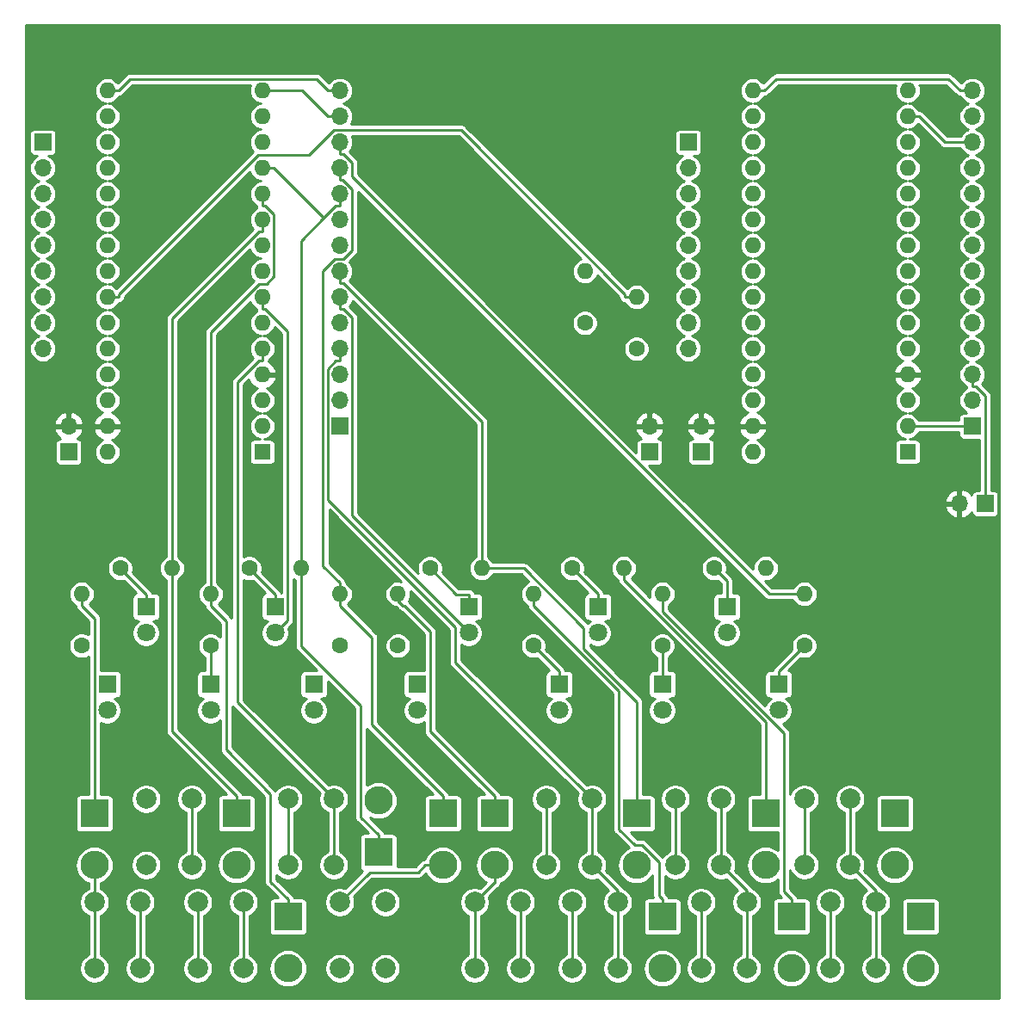
<source format=gbl>
G04 #@! TF.GenerationSoftware,KiCad,Pcbnew,(5.1.4-0)*
G04 #@! TF.CreationDate,2020-06-14T15:43:19+08:00*
G04 #@! TF.ProjectId,2NanoMusic,324e616e-6f4d-4757-9369-632e6b696361,rev?*
G04 #@! TF.SameCoordinates,PX3938700PY8f0d180*
G04 #@! TF.FileFunction,Copper,L2,Bot*
G04 #@! TF.FilePolarity,Positive*
%FSLAX46Y46*%
G04 Gerber Fmt 4.6, Leading zero omitted, Abs format (unit mm)*
G04 Created by KiCad (PCBNEW (5.1.4-0)) date 2020-06-14 15:43:19*
%MOMM*%
%LPD*%
G04 APERTURE LIST*
%ADD10R,1.600000X1.600000*%
%ADD11O,1.600000X1.600000*%
%ADD12O,2.800000X2.800000*%
%ADD13R,2.800000X2.800000*%
%ADD14O,1.700000X1.700000*%
%ADD15R,1.700000X1.700000*%
%ADD16R,1.800000X1.800000*%
%ADD17C,1.800000*%
%ADD18C,1.600000*%
%ADD19C,2.000000*%
%ADD20C,0.800000*%
%ADD21C,0.250000*%
%ADD22C,0.254000*%
G04 APERTURE END LIST*
D10*
X25400000Y55880000D03*
D11*
X10160000Y88900000D03*
X25400000Y58420000D03*
X10160000Y86360000D03*
X25400000Y60960000D03*
X10160000Y83820000D03*
X25400000Y63500000D03*
X10160000Y81280000D03*
X25400000Y66040000D03*
X10160000Y78740000D03*
X25400000Y68580000D03*
X10160000Y76200000D03*
X25400000Y71120000D03*
X10160000Y73660000D03*
X25400000Y73660000D03*
X10160000Y71120000D03*
X25400000Y76200000D03*
X10160000Y68580000D03*
X25400000Y78740000D03*
X10160000Y66040000D03*
X25400000Y81280000D03*
X10160000Y63500000D03*
X25400000Y83820000D03*
X10160000Y60960000D03*
X25400000Y86360000D03*
X10160000Y58420000D03*
X25400000Y88900000D03*
X10160000Y55880000D03*
X25400000Y91440000D03*
X10160000Y91440000D03*
X73660000Y91440000D03*
X88900000Y91440000D03*
X73660000Y55880000D03*
X88900000Y88900000D03*
X73660000Y58420000D03*
X88900000Y86360000D03*
X73660000Y60960000D03*
X88900000Y83820000D03*
X73660000Y63500000D03*
X88900000Y81280000D03*
X73660000Y66040000D03*
X88900000Y78740000D03*
X73660000Y68580000D03*
X88900000Y76200000D03*
X73660000Y71120000D03*
X88900000Y73660000D03*
X73660000Y73660000D03*
X88900000Y71120000D03*
X73660000Y76200000D03*
X88900000Y68580000D03*
X73660000Y78740000D03*
X88900000Y66040000D03*
X73660000Y81280000D03*
X88900000Y63500000D03*
X73660000Y83820000D03*
X88900000Y60960000D03*
X73660000Y86360000D03*
X88900000Y58420000D03*
X73660000Y88900000D03*
D10*
X88900000Y55880000D03*
D12*
X8890000Y15240000D03*
D13*
X8890000Y20320000D03*
D12*
X22860000Y15240000D03*
D13*
X22860000Y20320000D03*
D12*
X27940000Y5080000D03*
D13*
X27940000Y10160000D03*
X36830000Y16510000D03*
D12*
X36830000Y21590000D03*
D13*
X43180000Y20320000D03*
D12*
X43180000Y15240000D03*
D13*
X48260000Y20320000D03*
D12*
X48260000Y15240000D03*
X62230000Y15240000D03*
D13*
X62230000Y20320000D03*
X64770000Y10160000D03*
D12*
X64770000Y5080000D03*
X74930000Y15240000D03*
D13*
X74930000Y20320000D03*
X77470000Y10160000D03*
D12*
X77470000Y5080000D03*
X87630000Y15240000D03*
D13*
X87630000Y20320000D03*
X90170000Y10160000D03*
D12*
X90170000Y5080000D03*
D14*
X33020000Y91440000D03*
X33020000Y88900000D03*
X33020000Y86360000D03*
X33020000Y83820000D03*
X33020000Y81280000D03*
X33020000Y78740000D03*
X33020000Y76200000D03*
X33020000Y73660000D03*
X33020000Y71120000D03*
X33020000Y68580000D03*
X33020000Y66040000D03*
X33020000Y63500000D03*
X33020000Y60960000D03*
D15*
X33020000Y58420000D03*
D14*
X3810000Y66040000D03*
X3810000Y68580000D03*
X3810000Y71120000D03*
X3810000Y73660000D03*
X3810000Y76200000D03*
X3810000Y78740000D03*
X3810000Y81280000D03*
X3810000Y83820000D03*
D15*
X3810000Y86360000D03*
X95250000Y58420000D03*
D14*
X95250000Y60960000D03*
X95250000Y63500000D03*
X95250000Y66040000D03*
X95250000Y68580000D03*
X95250000Y71120000D03*
X95250000Y73660000D03*
X95250000Y76200000D03*
X95250000Y78740000D03*
X95250000Y81280000D03*
X95250000Y83820000D03*
X95250000Y86360000D03*
X95250000Y88900000D03*
X95250000Y91440000D03*
D15*
X67310000Y86360000D03*
D14*
X67310000Y83820000D03*
X67310000Y81280000D03*
X67310000Y78740000D03*
X67310000Y76200000D03*
X67310000Y73660000D03*
X67310000Y71120000D03*
X67310000Y68580000D03*
X67310000Y66040000D03*
X68580000Y58420000D03*
D15*
X68580000Y55880000D03*
X63500000Y55880000D03*
D14*
X63500000Y58420000D03*
X6350000Y58420000D03*
D15*
X6350000Y55880000D03*
X96520000Y50800000D03*
D14*
X93980000Y50800000D03*
D16*
X10160000Y33020000D03*
D17*
X10160000Y30480000D03*
D16*
X13970000Y40640000D03*
D17*
X13970000Y38100000D03*
X20320000Y30480000D03*
D16*
X20320000Y33020000D03*
X26670000Y40640000D03*
D17*
X26670000Y38100000D03*
X30480000Y30480000D03*
D16*
X30480000Y33020000D03*
D17*
X40640000Y30480000D03*
D16*
X40640000Y33020000D03*
D17*
X45720000Y38100000D03*
D16*
X45720000Y40640000D03*
X54610000Y33020000D03*
D17*
X54610000Y30480000D03*
X58420000Y38100000D03*
D16*
X58420000Y40640000D03*
X64770000Y33020000D03*
D17*
X64770000Y30480000D03*
X71120000Y38100000D03*
D16*
X71120000Y40640000D03*
X76200000Y33020000D03*
D17*
X76200000Y30480000D03*
D18*
X7620000Y36830000D03*
D11*
X7620000Y41910000D03*
X16510000Y44450000D03*
D18*
X11430000Y44450000D03*
X20320000Y36830000D03*
D11*
X20320000Y41910000D03*
X29210000Y44450000D03*
D18*
X24130000Y44450000D03*
X33020000Y36830000D03*
D11*
X33020000Y41910000D03*
X38735000Y41910000D03*
D18*
X38735000Y36830000D03*
X41910000Y44450000D03*
D11*
X46990000Y44450000D03*
X52070000Y41910000D03*
D18*
X52070000Y36830000D03*
X55880000Y44450000D03*
D11*
X60960000Y44450000D03*
X64770000Y41910000D03*
D18*
X64770000Y36830000D03*
X69850000Y44450000D03*
D11*
X74930000Y44450000D03*
X78740000Y41910000D03*
D18*
X78740000Y36830000D03*
D11*
X62230000Y71120000D03*
D18*
X62230000Y66040000D03*
X57150000Y68580000D03*
D11*
X57150000Y73660000D03*
D19*
X13390000Y5080000D03*
X8890000Y5080000D03*
X13390000Y11580000D03*
X8890000Y11580000D03*
X13970000Y21740000D03*
X18470000Y21740000D03*
X13970000Y15240000D03*
X18470000Y15240000D03*
X23550000Y5080000D03*
X19050000Y5080000D03*
X23550000Y11580000D03*
X19050000Y11580000D03*
X27940000Y21740000D03*
X32440000Y21740000D03*
X27940000Y15240000D03*
X32440000Y15240000D03*
X37520000Y5080000D03*
X33020000Y5080000D03*
X37520000Y11580000D03*
X33020000Y11580000D03*
X46300000Y11580000D03*
X50800000Y11580000D03*
X46300000Y5080000D03*
X50800000Y5080000D03*
X57840000Y15240000D03*
X53340000Y15240000D03*
X57840000Y21740000D03*
X53340000Y21740000D03*
X55880000Y11580000D03*
X60380000Y11580000D03*
X55880000Y5080000D03*
X60380000Y5080000D03*
X70540000Y15240000D03*
X66040000Y15240000D03*
X70540000Y21740000D03*
X66040000Y21740000D03*
X68580000Y11580000D03*
X73080000Y11580000D03*
X68580000Y5080000D03*
X73080000Y5080000D03*
X83240000Y15240000D03*
X78740000Y15240000D03*
X83240000Y21740000D03*
X78740000Y21740000D03*
X81280000Y11580000D03*
X85780000Y11580000D03*
X81280000Y5080000D03*
X85780000Y5080000D03*
D20*
X40640000Y71120000D03*
X40640000Y49530000D03*
X57150000Y49530000D03*
X91948000Y61468000D03*
X92710000Y87884000D03*
X5080000Y95250000D03*
X25400000Y49530000D03*
X21590000Y49530000D03*
X19050000Y48260000D03*
X6350000Y48260000D03*
X19050000Y55880000D03*
X13970000Y57150000D03*
X6350000Y62230000D03*
X13970000Y68580000D03*
X19050000Y74930000D03*
X21590000Y71120000D03*
X19050000Y66040000D03*
X22860000Y66040000D03*
X52070000Y58420000D03*
X45720000Y77470000D03*
X58420000Y82296000D03*
X57150000Y64770000D03*
X38100000Y60960000D03*
X38100000Y85090000D03*
X45720000Y90170000D03*
X40640000Y93980000D03*
X35560000Y93980000D03*
X34290000Y95504000D03*
X47244000Y95504000D03*
X56134000Y95758000D03*
X61976000Y91694000D03*
X61976000Y88900000D03*
X80772000Y88900000D03*
X80518000Y91186000D03*
X79756000Y95250000D03*
X70612000Y67310000D03*
X70612000Y69850000D03*
X70612000Y72390000D03*
X70612000Y74930000D03*
X70612000Y77470000D03*
X70612000Y80010000D03*
X70612000Y82550000D03*
X70612000Y85090000D03*
X92710000Y85090000D03*
X92710000Y82804000D03*
X92710000Y80264000D03*
X92710000Y77470000D03*
X92710000Y74930000D03*
X92710000Y72390000D03*
X92710000Y69850000D03*
X92456000Y67564000D03*
X92456000Y65278000D03*
X83820000Y29210000D03*
X46990000Y27940000D03*
X49530000Y33020000D03*
X43180000Y55880000D03*
X13970000Y60960000D03*
X17145000Y84455000D03*
X6350000Y85090000D03*
X6350000Y82550000D03*
X6350000Y80010000D03*
X6350000Y77470000D03*
X6350000Y74930000D03*
X6350000Y72136000D03*
X6350000Y69850000D03*
X6350000Y67310000D03*
X91440000Y40640000D03*
D21*
X32440000Y21740000D02*
X22956400Y31223600D01*
X22956400Y31223600D02*
X22956400Y62752400D01*
X22956400Y62752400D02*
X25118700Y64914700D01*
X25118700Y64914700D02*
X25400000Y64914700D01*
X32440000Y15240000D02*
X32440000Y21740000D01*
X25400000Y66040000D02*
X25400000Y64914700D01*
X13390000Y11580000D02*
X13390000Y5080000D01*
X23550000Y11580000D02*
X23550000Y5080000D01*
X18470000Y15240000D02*
X18470000Y21740000D01*
X50800000Y5080000D02*
X50800000Y11580000D01*
X33020000Y66040000D02*
X33020000Y64864700D01*
X57840000Y21740000D02*
X44379400Y35200600D01*
X44379400Y35200600D02*
X44379400Y38648000D01*
X44379400Y38648000D02*
X31844700Y51182700D01*
X31844700Y51182700D02*
X31844700Y64056800D01*
X31844700Y64056800D02*
X32652600Y64864700D01*
X32652600Y64864700D02*
X33020000Y64864700D01*
X57840000Y15240000D02*
X57840000Y21740000D01*
X60380000Y11580000D02*
X60380000Y12700000D01*
X60380000Y12700000D02*
X57840000Y15240000D01*
X60380000Y5080000D02*
X60380000Y11580000D01*
X70540000Y21740000D02*
X70540000Y15240000D01*
X70540000Y15240000D02*
X73080000Y12700000D01*
X73080000Y12700000D02*
X73080000Y11580000D01*
X83240000Y21740000D02*
X83240000Y15240000D01*
X83240000Y15240000D02*
X85780000Y12700000D01*
X85780000Y12700000D02*
X85780000Y11580000D01*
X73080000Y5080000D02*
X73080000Y11580000D01*
X85780000Y5080000D02*
X85780000Y11580000D01*
X25400000Y69994700D02*
X25650900Y69994700D01*
X25650900Y69994700D02*
X27895400Y67750200D01*
X27895400Y67750200D02*
X27895400Y39325400D01*
X27895400Y39325400D02*
X26670000Y38100000D01*
X25400000Y71120000D02*
X25400000Y69994700D01*
X33020000Y71120000D02*
X33020000Y69944700D01*
X45720000Y38100000D02*
X34195300Y49624700D01*
X34195300Y49624700D02*
X34195300Y69136800D01*
X34195300Y69136800D02*
X33387400Y69944700D01*
X33387400Y69944700D02*
X33020000Y69944700D01*
X10160000Y71120000D02*
X11285300Y71120000D01*
X62230000Y71120000D02*
X61104700Y71120000D01*
X61104700Y71120000D02*
X61104700Y71401300D01*
X61104700Y71401300D02*
X44964400Y87541600D01*
X44964400Y87541600D02*
X32451600Y87541600D01*
X32451600Y87541600D02*
X30000000Y85090000D01*
X30000000Y85090000D02*
X24974000Y85090000D01*
X24974000Y85090000D02*
X11285300Y71401300D01*
X11285300Y71401300D02*
X11285300Y71120000D01*
X46990000Y44450000D02*
X51136500Y44450000D01*
X51136500Y44450000D02*
X57039500Y38547000D01*
X57039500Y38547000D02*
X57039500Y36477600D01*
X57039500Y36477600D02*
X62230000Y31287100D01*
X62230000Y31287100D02*
X62230000Y20320000D01*
X33020000Y72484700D02*
X33387300Y72484700D01*
X33387300Y72484700D02*
X46990000Y58882000D01*
X46990000Y58882000D02*
X46990000Y44450000D01*
X33020000Y73660000D02*
X33020000Y72484700D01*
X7620000Y41910000D02*
X7620000Y40784700D01*
X7620000Y40784700D02*
X8890000Y39514700D01*
X8890000Y39514700D02*
X8890000Y20320000D01*
X64770000Y10160000D02*
X64770000Y11885300D01*
X52070000Y41910000D02*
X52070000Y40784700D01*
X52070000Y40784700D02*
X60504700Y32350000D01*
X60504700Y32350000D02*
X60504700Y18764600D01*
X60504700Y18764600D02*
X62059200Y17210100D01*
X62059200Y17210100D02*
X62745500Y17210100D01*
X62745500Y17210100D02*
X64417900Y15537700D01*
X64417900Y15537700D02*
X64417900Y12237400D01*
X64417900Y12237400D02*
X64770000Y11885300D01*
X16510000Y44450000D02*
X16510000Y28395300D01*
X16510000Y28395300D02*
X22860000Y22045300D01*
X25400000Y77614700D02*
X25118700Y77614700D01*
X25118700Y77614700D02*
X16510000Y69006000D01*
X16510000Y69006000D02*
X16510000Y44450000D01*
X22860000Y20320000D02*
X22860000Y22045300D01*
X25400000Y78740000D02*
X25400000Y77614700D01*
X27940000Y10160000D02*
X27940000Y11885300D01*
X20320000Y41910000D02*
X20320000Y40784700D01*
X20320000Y40784700D02*
X21866400Y39238300D01*
X21866400Y39238300D02*
X21866400Y26572100D01*
X21866400Y26572100D02*
X26214700Y22223800D01*
X26214700Y22223800D02*
X26214700Y13610600D01*
X26214700Y13610600D02*
X27940000Y11885300D01*
X25400000Y80154700D02*
X25681400Y80154700D01*
X25681400Y80154700D02*
X26525300Y79310800D01*
X26525300Y79310800D02*
X26525300Y73140300D01*
X26525300Y73140300D02*
X25822800Y72437800D01*
X25822800Y72437800D02*
X25120300Y72437800D01*
X25120300Y72437800D02*
X20320000Y67637500D01*
X20320000Y67637500D02*
X20320000Y41910000D01*
X25400000Y81280000D02*
X25400000Y80154700D01*
X60960000Y44450000D02*
X60960000Y43324700D01*
X60960000Y43324700D02*
X74930000Y29354700D01*
X74930000Y29354700D02*
X74930000Y20320000D01*
X31446700Y78898700D02*
X32652700Y80104700D01*
X32652700Y80104700D02*
X33020000Y80104700D01*
X29210000Y44450000D02*
X29210000Y76662000D01*
X29210000Y76662000D02*
X31446700Y78898700D01*
X31446700Y78898700D02*
X26525300Y83820000D01*
X25400000Y83820000D02*
X26525300Y83820000D01*
X29210000Y44450000D02*
X29210000Y36797000D01*
X29210000Y36797000D02*
X35104700Y30902300D01*
X35104700Y30902300D02*
X35104700Y19960600D01*
X35104700Y19960600D02*
X36830000Y18235300D01*
X36830000Y16510000D02*
X36830000Y18235300D01*
X77470000Y10160000D02*
X77470000Y11885300D01*
X77470000Y11885300D02*
X76731500Y12623800D01*
X76731500Y12623800D02*
X76731500Y28190100D01*
X76731500Y28190100D02*
X64770000Y40151600D01*
X64770000Y40151600D02*
X64770000Y41910000D01*
X33020000Y81280000D02*
X33020000Y80104700D01*
X33020000Y41910000D02*
X33020000Y40784700D01*
X43180000Y20320000D02*
X43180000Y22045300D01*
X43180000Y22045300D02*
X36195100Y29030200D01*
X36195100Y29030200D02*
X36195100Y37609600D01*
X36195100Y37609600D02*
X33020000Y40784700D01*
X33020000Y83820000D02*
X33020000Y82644700D01*
X33020000Y41910000D02*
X33020000Y43035300D01*
X33020000Y43035300D02*
X31384100Y44671200D01*
X31384100Y44671200D02*
X31384100Y73705200D01*
X31384100Y73705200D02*
X32532400Y74853500D01*
X32532400Y74853500D02*
X33385500Y74853500D01*
X33385500Y74853500D02*
X34238500Y75706500D01*
X34238500Y75706500D02*
X34238500Y81743800D01*
X34238500Y81743800D02*
X33337600Y82644700D01*
X33337600Y82644700D02*
X33020000Y82644700D01*
X33020000Y86360000D02*
X33020000Y85184700D01*
X78740000Y41910000D02*
X75256600Y41910000D01*
X75256600Y41910000D02*
X34195300Y82971300D01*
X34195300Y82971300D02*
X34195300Y84376800D01*
X34195300Y84376800D02*
X33387400Y85184700D01*
X33387400Y85184700D02*
X33020000Y85184700D01*
X48260000Y22045300D02*
X48260000Y20320000D01*
X41948600Y28356700D02*
X48260000Y22045300D01*
X41948600Y38206100D02*
X41948600Y28356700D01*
X39370000Y40784700D02*
X41948600Y38206100D01*
X39370000Y40784700D02*
X39225300Y40784700D01*
X39225300Y40784700D02*
X38735000Y41275000D01*
X38735000Y41275000D02*
X38735000Y41910000D01*
X31844700Y88900000D02*
X29304700Y91440000D01*
X29304700Y91440000D02*
X25400000Y91440000D01*
X33020000Y88900000D02*
X31844700Y88900000D01*
X10160000Y91440000D02*
X11285300Y91440000D01*
X33020000Y91440000D02*
X31844700Y91440000D01*
X31844700Y91440000D02*
X30719400Y92565300D01*
X30719400Y92565300D02*
X12410600Y92565300D01*
X12410600Y92565300D02*
X11285300Y91440000D01*
X95250000Y63500000D02*
X95250000Y62324700D01*
X96520000Y50800000D02*
X96520000Y61422000D01*
X96520000Y61422000D02*
X95617300Y62324700D01*
X95617300Y62324700D02*
X95250000Y62324700D01*
X95250000Y58420000D02*
X88900000Y58420000D01*
X8890000Y5080000D02*
X8890000Y11580000D01*
X8890000Y11580000D02*
X8890000Y15240000D01*
X19050000Y11580000D02*
X19050000Y5080000D01*
X27940000Y15240000D02*
X27940000Y21740000D01*
X43180000Y15240000D02*
X41454700Y15240000D01*
X33020000Y11580000D02*
X35965200Y14525200D01*
X35965200Y14525200D02*
X40739900Y14525200D01*
X40739900Y14525200D02*
X41454700Y15240000D01*
X48260000Y15240000D02*
X48260000Y13514700D01*
X46300000Y11580000D02*
X48234700Y13514700D01*
X48234700Y13514700D02*
X48260000Y13514700D01*
X46300000Y5080000D02*
X46300000Y11580000D01*
X53340000Y21740000D02*
X53340000Y15240000D01*
X55880000Y5080000D02*
X55880000Y11580000D01*
X66040000Y21740000D02*
X66040000Y15240000D01*
X68580000Y5080000D02*
X68580000Y11580000D01*
X78740000Y21740000D02*
X78740000Y15240000D01*
X81280000Y5080000D02*
X81280000Y11580000D01*
X13970000Y40640000D02*
X13970000Y41865300D01*
X11430000Y44450000D02*
X11430000Y44405300D01*
X11430000Y44405300D02*
X13970000Y41865300D01*
X20320000Y36830000D02*
X20320000Y33020000D01*
X26670000Y40640000D02*
X26670000Y41865300D01*
X24130000Y44450000D02*
X24130000Y44405300D01*
X24130000Y44405300D02*
X26670000Y41865300D01*
X45720000Y40640000D02*
X45720000Y41865300D01*
X41910000Y44450000D02*
X44494700Y41865300D01*
X44494700Y41865300D02*
X45720000Y41865300D01*
X52070000Y36830000D02*
X54610000Y34290000D01*
X54610000Y34290000D02*
X54610000Y33020000D01*
X55880000Y44450000D02*
X58420000Y41910000D01*
X58420000Y41910000D02*
X58420000Y40640000D01*
X64770000Y36830000D02*
X64770000Y33020000D01*
X69850000Y44450000D02*
X71120000Y43180000D01*
X71120000Y43180000D02*
X71120000Y40640000D01*
X78740000Y36830000D02*
X76200000Y34290000D01*
X76200000Y34290000D02*
X76200000Y33020000D01*
X95250000Y91440000D02*
X94074700Y91440000D01*
X73660000Y91440000D02*
X74785300Y91440000D01*
X74785300Y91440000D02*
X75941800Y92596500D01*
X75941800Y92596500D02*
X92918200Y92596500D01*
X92918200Y92596500D02*
X94074700Y91440000D01*
X88900000Y88900000D02*
X90025300Y88900000D01*
X95250000Y86360000D02*
X92565300Y86360000D01*
X92565300Y86360000D02*
X90025300Y88900000D01*
D22*
G36*
X97873000Y2127000D02*
G01*
X2127000Y2127000D01*
X2127000Y15240000D01*
X7003918Y15240000D01*
X7040159Y14872044D01*
X7147487Y14518228D01*
X7321780Y14192149D01*
X7556339Y13906339D01*
X7842149Y13671780D01*
X8168228Y13497487D01*
X8288001Y13461155D01*
X8288000Y12929337D01*
X8190378Y12888901D01*
X7948467Y12727261D01*
X7742739Y12521533D01*
X7581099Y12279622D01*
X7469760Y12010825D01*
X7413000Y11725472D01*
X7413000Y11434528D01*
X7469760Y11149175D01*
X7581099Y10880378D01*
X7742739Y10638467D01*
X7948467Y10432739D01*
X8190378Y10271099D01*
X8288001Y10230662D01*
X8288000Y6429337D01*
X8190378Y6388901D01*
X7948467Y6227261D01*
X7742739Y6021533D01*
X7581099Y5779622D01*
X7469760Y5510825D01*
X7413000Y5225472D01*
X7413000Y4934528D01*
X7469760Y4649175D01*
X7581099Y4380378D01*
X7742739Y4138467D01*
X7948467Y3932739D01*
X8190378Y3771099D01*
X8459175Y3659760D01*
X8744528Y3603000D01*
X9035472Y3603000D01*
X9320825Y3659760D01*
X9589622Y3771099D01*
X9831533Y3932739D01*
X10037261Y4138467D01*
X10198901Y4380378D01*
X10310240Y4649175D01*
X10367000Y4934528D01*
X10367000Y5225472D01*
X10310240Y5510825D01*
X10198901Y5779622D01*
X10037261Y6021533D01*
X9831533Y6227261D01*
X9589622Y6388901D01*
X9492000Y6429337D01*
X9492000Y10230663D01*
X9589622Y10271099D01*
X9831533Y10432739D01*
X10037261Y10638467D01*
X10198901Y10880378D01*
X10310240Y11149175D01*
X10367000Y11434528D01*
X10367000Y11725472D01*
X11913000Y11725472D01*
X11913000Y11434528D01*
X11969760Y11149175D01*
X12081099Y10880378D01*
X12242739Y10638467D01*
X12448467Y10432739D01*
X12690378Y10271099D01*
X12788000Y10230663D01*
X12788001Y6429338D01*
X12690378Y6388901D01*
X12448467Y6227261D01*
X12242739Y6021533D01*
X12081099Y5779622D01*
X11969760Y5510825D01*
X11913000Y5225472D01*
X11913000Y4934528D01*
X11969760Y4649175D01*
X12081099Y4380378D01*
X12242739Y4138467D01*
X12448467Y3932739D01*
X12690378Y3771099D01*
X12959175Y3659760D01*
X13244528Y3603000D01*
X13535472Y3603000D01*
X13820825Y3659760D01*
X14089622Y3771099D01*
X14331533Y3932739D01*
X14537261Y4138467D01*
X14698901Y4380378D01*
X14810240Y4649175D01*
X14867000Y4934528D01*
X14867000Y5225472D01*
X14810240Y5510825D01*
X14698901Y5779622D01*
X14537261Y6021533D01*
X14331533Y6227261D01*
X14089622Y6388901D01*
X13992000Y6429337D01*
X13992000Y10230663D01*
X14089622Y10271099D01*
X14331533Y10432739D01*
X14537261Y10638467D01*
X14698901Y10880378D01*
X14810240Y11149175D01*
X14867000Y11434528D01*
X14867000Y11725472D01*
X17573000Y11725472D01*
X17573000Y11434528D01*
X17629760Y11149175D01*
X17741099Y10880378D01*
X17902739Y10638467D01*
X18108467Y10432739D01*
X18350378Y10271099D01*
X18448000Y10230663D01*
X18448001Y6429338D01*
X18350378Y6388901D01*
X18108467Y6227261D01*
X17902739Y6021533D01*
X17741099Y5779622D01*
X17629760Y5510825D01*
X17573000Y5225472D01*
X17573000Y4934528D01*
X17629760Y4649175D01*
X17741099Y4380378D01*
X17902739Y4138467D01*
X18108467Y3932739D01*
X18350378Y3771099D01*
X18619175Y3659760D01*
X18904528Y3603000D01*
X19195472Y3603000D01*
X19480825Y3659760D01*
X19749622Y3771099D01*
X19991533Y3932739D01*
X20197261Y4138467D01*
X20358901Y4380378D01*
X20470240Y4649175D01*
X20527000Y4934528D01*
X20527000Y5225472D01*
X20470240Y5510825D01*
X20358901Y5779622D01*
X20197261Y6021533D01*
X19991533Y6227261D01*
X19749622Y6388901D01*
X19652000Y6429337D01*
X19652000Y10230663D01*
X19749622Y10271099D01*
X19991533Y10432739D01*
X20197261Y10638467D01*
X20358901Y10880378D01*
X20470240Y11149175D01*
X20527000Y11434528D01*
X20527000Y11725472D01*
X22073000Y11725472D01*
X22073000Y11434528D01*
X22129760Y11149175D01*
X22241099Y10880378D01*
X22402739Y10638467D01*
X22608467Y10432739D01*
X22850378Y10271099D01*
X22948000Y10230663D01*
X22948001Y6429338D01*
X22850378Y6388901D01*
X22608467Y6227261D01*
X22402739Y6021533D01*
X22241099Y5779622D01*
X22129760Y5510825D01*
X22073000Y5225472D01*
X22073000Y4934528D01*
X22129760Y4649175D01*
X22241099Y4380378D01*
X22402739Y4138467D01*
X22608467Y3932739D01*
X22850378Y3771099D01*
X23119175Y3659760D01*
X23404528Y3603000D01*
X23695472Y3603000D01*
X23980825Y3659760D01*
X24249622Y3771099D01*
X24491533Y3932739D01*
X24697261Y4138467D01*
X24858901Y4380378D01*
X24970240Y4649175D01*
X25027000Y4934528D01*
X25027000Y5080000D01*
X26053918Y5080000D01*
X26090159Y4712044D01*
X26197487Y4358228D01*
X26371780Y4032149D01*
X26606339Y3746339D01*
X26892149Y3511780D01*
X27218228Y3337487D01*
X27572044Y3230159D01*
X27847790Y3203000D01*
X28032210Y3203000D01*
X28307956Y3230159D01*
X28661772Y3337487D01*
X28987851Y3511780D01*
X29273661Y3746339D01*
X29508220Y4032149D01*
X29682513Y4358228D01*
X29789841Y4712044D01*
X29826082Y5080000D01*
X29811755Y5225472D01*
X31543000Y5225472D01*
X31543000Y4934528D01*
X31599760Y4649175D01*
X31711099Y4380378D01*
X31872739Y4138467D01*
X32078467Y3932739D01*
X32320378Y3771099D01*
X32589175Y3659760D01*
X32874528Y3603000D01*
X33165472Y3603000D01*
X33450825Y3659760D01*
X33719622Y3771099D01*
X33961533Y3932739D01*
X34167261Y4138467D01*
X34328901Y4380378D01*
X34440240Y4649175D01*
X34497000Y4934528D01*
X34497000Y5225472D01*
X36043000Y5225472D01*
X36043000Y4934528D01*
X36099760Y4649175D01*
X36211099Y4380378D01*
X36372739Y4138467D01*
X36578467Y3932739D01*
X36820378Y3771099D01*
X37089175Y3659760D01*
X37374528Y3603000D01*
X37665472Y3603000D01*
X37950825Y3659760D01*
X38219622Y3771099D01*
X38461533Y3932739D01*
X38667261Y4138467D01*
X38828901Y4380378D01*
X38940240Y4649175D01*
X38997000Y4934528D01*
X38997000Y5225472D01*
X38940240Y5510825D01*
X38828901Y5779622D01*
X38667261Y6021533D01*
X38461533Y6227261D01*
X38219622Y6388901D01*
X37950825Y6500240D01*
X37665472Y6557000D01*
X37374528Y6557000D01*
X37089175Y6500240D01*
X36820378Y6388901D01*
X36578467Y6227261D01*
X36372739Y6021533D01*
X36211099Y5779622D01*
X36099760Y5510825D01*
X36043000Y5225472D01*
X34497000Y5225472D01*
X34440240Y5510825D01*
X34328901Y5779622D01*
X34167261Y6021533D01*
X33961533Y6227261D01*
X33719622Y6388901D01*
X33450825Y6500240D01*
X33165472Y6557000D01*
X32874528Y6557000D01*
X32589175Y6500240D01*
X32320378Y6388901D01*
X32078467Y6227261D01*
X31872739Y6021533D01*
X31711099Y5779622D01*
X31599760Y5510825D01*
X31543000Y5225472D01*
X29811755Y5225472D01*
X29789841Y5447956D01*
X29682513Y5801772D01*
X29508220Y6127851D01*
X29273661Y6413661D01*
X28987851Y6648220D01*
X28661772Y6822513D01*
X28307956Y6929841D01*
X28032210Y6957000D01*
X27847790Y6957000D01*
X27572044Y6929841D01*
X27218228Y6822513D01*
X26892149Y6648220D01*
X26606339Y6413661D01*
X26371780Y6127851D01*
X26197487Y5801772D01*
X26090159Y5447956D01*
X26053918Y5080000D01*
X25027000Y5080000D01*
X25027000Y5225472D01*
X24970240Y5510825D01*
X24858901Y5779622D01*
X24697261Y6021533D01*
X24491533Y6227261D01*
X24249622Y6388901D01*
X24152000Y6429337D01*
X24152000Y10230663D01*
X24249622Y10271099D01*
X24491533Y10432739D01*
X24697261Y10638467D01*
X24858901Y10880378D01*
X24970240Y11149175D01*
X25027000Y11434528D01*
X25027000Y11725472D01*
X24970240Y12010825D01*
X24858901Y12279622D01*
X24697261Y12521533D01*
X24491533Y12727261D01*
X24249622Y12888901D01*
X23980825Y13000240D01*
X23695472Y13057000D01*
X23404528Y13057000D01*
X23119175Y13000240D01*
X22850378Y12888901D01*
X22608467Y12727261D01*
X22402739Y12521533D01*
X22241099Y12279622D01*
X22129760Y12010825D01*
X22073000Y11725472D01*
X20527000Y11725472D01*
X20470240Y12010825D01*
X20358901Y12279622D01*
X20197261Y12521533D01*
X19991533Y12727261D01*
X19749622Y12888901D01*
X19480825Y13000240D01*
X19195472Y13057000D01*
X18904528Y13057000D01*
X18619175Y13000240D01*
X18350378Y12888901D01*
X18108467Y12727261D01*
X17902739Y12521533D01*
X17741099Y12279622D01*
X17629760Y12010825D01*
X17573000Y11725472D01*
X14867000Y11725472D01*
X14810240Y12010825D01*
X14698901Y12279622D01*
X14537261Y12521533D01*
X14331533Y12727261D01*
X14089622Y12888901D01*
X13820825Y13000240D01*
X13535472Y13057000D01*
X13244528Y13057000D01*
X12959175Y13000240D01*
X12690378Y12888901D01*
X12448467Y12727261D01*
X12242739Y12521533D01*
X12081099Y12279622D01*
X11969760Y12010825D01*
X11913000Y11725472D01*
X10367000Y11725472D01*
X10310240Y12010825D01*
X10198901Y12279622D01*
X10037261Y12521533D01*
X9831533Y12727261D01*
X9589622Y12888901D01*
X9492000Y12929337D01*
X9492000Y13461155D01*
X9611772Y13497487D01*
X9937851Y13671780D01*
X10223661Y13906339D01*
X10458220Y14192149D01*
X10632513Y14518228D01*
X10739841Y14872044D01*
X10776082Y15240000D01*
X10761755Y15385472D01*
X12493000Y15385472D01*
X12493000Y15094528D01*
X12549760Y14809175D01*
X12661099Y14540378D01*
X12822739Y14298467D01*
X13028467Y14092739D01*
X13270378Y13931099D01*
X13539175Y13819760D01*
X13824528Y13763000D01*
X14115472Y13763000D01*
X14400825Y13819760D01*
X14669622Y13931099D01*
X14911533Y14092739D01*
X15117261Y14298467D01*
X15278901Y14540378D01*
X15390240Y14809175D01*
X15447000Y15094528D01*
X15447000Y15385472D01*
X15390240Y15670825D01*
X15278901Y15939622D01*
X15117261Y16181533D01*
X14911533Y16387261D01*
X14669622Y16548901D01*
X14400825Y16660240D01*
X14115472Y16717000D01*
X13824528Y16717000D01*
X13539175Y16660240D01*
X13270378Y16548901D01*
X13028467Y16387261D01*
X12822739Y16181533D01*
X12661099Y15939622D01*
X12549760Y15670825D01*
X12493000Y15385472D01*
X10761755Y15385472D01*
X10739841Y15607956D01*
X10632513Y15961772D01*
X10458220Y16287851D01*
X10223661Y16573661D01*
X9937851Y16808220D01*
X9611772Y16982513D01*
X9257956Y17089841D01*
X8982210Y17117000D01*
X8797790Y17117000D01*
X8522044Y17089841D01*
X8168228Y16982513D01*
X7842149Y16808220D01*
X7556339Y16573661D01*
X7321780Y16287851D01*
X7147487Y15961772D01*
X7040159Y15607956D01*
X7003918Y15240000D01*
X2127000Y15240000D01*
X2127000Y41910000D01*
X6336822Y41910000D01*
X6361478Y41659664D01*
X6434498Y41418949D01*
X6553076Y41197104D01*
X6712656Y41002656D01*
X6907104Y40843076D01*
X7015150Y40785324D01*
X7015089Y40784700D01*
X7026712Y40666688D01*
X7061134Y40553211D01*
X7117035Y40448629D01*
X7192264Y40356963D01*
X7215229Y40338116D01*
X8288000Y39265343D01*
X8288000Y37919492D01*
X8224886Y37961663D01*
X7992487Y38057926D01*
X7745774Y38107000D01*
X7494226Y38107000D01*
X7247513Y38057926D01*
X7015114Y37961663D01*
X6805960Y37821911D01*
X6628089Y37644040D01*
X6488337Y37434886D01*
X6392074Y37202487D01*
X6343000Y36955774D01*
X6343000Y36704226D01*
X6392074Y36457513D01*
X6488337Y36225114D01*
X6628089Y36015960D01*
X6805960Y35838089D01*
X7015114Y35698337D01*
X7247513Y35602074D01*
X7494226Y35553000D01*
X7745774Y35553000D01*
X7992487Y35602074D01*
X8224886Y35698337D01*
X8288000Y35740508D01*
X8288001Y22199307D01*
X7490000Y22199307D01*
X7396492Y22190097D01*
X7306577Y22162822D01*
X7223711Y22118529D01*
X7151079Y22058921D01*
X7091471Y21986289D01*
X7047178Y21903423D01*
X7019903Y21813508D01*
X7010693Y21720000D01*
X7010693Y18920000D01*
X7019903Y18826492D01*
X7047178Y18736577D01*
X7091471Y18653711D01*
X7151079Y18581079D01*
X7223711Y18521471D01*
X7306577Y18477178D01*
X7396492Y18449903D01*
X7490000Y18440693D01*
X10290000Y18440693D01*
X10383508Y18449903D01*
X10473423Y18477178D01*
X10556289Y18521471D01*
X10628921Y18581079D01*
X10688529Y18653711D01*
X10732822Y18736577D01*
X10760097Y18826492D01*
X10769307Y18920000D01*
X10769307Y21720000D01*
X10760097Y21813508D01*
X10738268Y21885472D01*
X12493000Y21885472D01*
X12493000Y21594528D01*
X12549760Y21309175D01*
X12661099Y21040378D01*
X12822739Y20798467D01*
X13028467Y20592739D01*
X13270378Y20431099D01*
X13539175Y20319760D01*
X13824528Y20263000D01*
X14115472Y20263000D01*
X14400825Y20319760D01*
X14669622Y20431099D01*
X14911533Y20592739D01*
X15117261Y20798467D01*
X15278901Y21040378D01*
X15390240Y21309175D01*
X15447000Y21594528D01*
X15447000Y21885472D01*
X16993000Y21885472D01*
X16993000Y21594528D01*
X17049760Y21309175D01*
X17161099Y21040378D01*
X17322739Y20798467D01*
X17528467Y20592739D01*
X17770378Y20431099D01*
X17868001Y20390662D01*
X17868000Y16589337D01*
X17770378Y16548901D01*
X17528467Y16387261D01*
X17322739Y16181533D01*
X17161099Y15939622D01*
X17049760Y15670825D01*
X16993000Y15385472D01*
X16993000Y15094528D01*
X17049760Y14809175D01*
X17161099Y14540378D01*
X17322739Y14298467D01*
X17528467Y14092739D01*
X17770378Y13931099D01*
X18039175Y13819760D01*
X18324528Y13763000D01*
X18615472Y13763000D01*
X18900825Y13819760D01*
X19169622Y13931099D01*
X19411533Y14092739D01*
X19617261Y14298467D01*
X19778901Y14540378D01*
X19890240Y14809175D01*
X19947000Y15094528D01*
X19947000Y15240000D01*
X20973918Y15240000D01*
X21010159Y14872044D01*
X21117487Y14518228D01*
X21291780Y14192149D01*
X21526339Y13906339D01*
X21812149Y13671780D01*
X22138228Y13497487D01*
X22492044Y13390159D01*
X22767790Y13363000D01*
X22952210Y13363000D01*
X23227956Y13390159D01*
X23581772Y13497487D01*
X23907851Y13671780D01*
X24193661Y13906339D01*
X24428220Y14192149D01*
X24602513Y14518228D01*
X24709841Y14872044D01*
X24746082Y15240000D01*
X24709841Y15607956D01*
X24602513Y15961772D01*
X24428220Y16287851D01*
X24193661Y16573661D01*
X23907851Y16808220D01*
X23581772Y16982513D01*
X23227956Y17089841D01*
X22952210Y17117000D01*
X22767790Y17117000D01*
X22492044Y17089841D01*
X22138228Y16982513D01*
X21812149Y16808220D01*
X21526339Y16573661D01*
X21291780Y16287851D01*
X21117487Y15961772D01*
X21010159Y15607956D01*
X20973918Y15240000D01*
X19947000Y15240000D01*
X19947000Y15385472D01*
X19890240Y15670825D01*
X19778901Y15939622D01*
X19617261Y16181533D01*
X19411533Y16387261D01*
X19169622Y16548901D01*
X19072000Y16589337D01*
X19072000Y20390663D01*
X19169622Y20431099D01*
X19411533Y20592739D01*
X19617261Y20798467D01*
X19778901Y21040378D01*
X19890240Y21309175D01*
X19947000Y21594528D01*
X19947000Y21885472D01*
X19890240Y22170825D01*
X19778901Y22439622D01*
X19617261Y22681533D01*
X19411533Y22887261D01*
X19169622Y23048901D01*
X18900825Y23160240D01*
X18615472Y23217000D01*
X18324528Y23217000D01*
X18039175Y23160240D01*
X17770378Y23048901D01*
X17528467Y22887261D01*
X17322739Y22681533D01*
X17161099Y22439622D01*
X17049760Y22170825D01*
X16993000Y21885472D01*
X15447000Y21885472D01*
X15390240Y22170825D01*
X15278901Y22439622D01*
X15117261Y22681533D01*
X14911533Y22887261D01*
X14669622Y23048901D01*
X14400825Y23160240D01*
X14115472Y23217000D01*
X13824528Y23217000D01*
X13539175Y23160240D01*
X13270378Y23048901D01*
X13028467Y22887261D01*
X12822739Y22681533D01*
X12661099Y22439622D01*
X12549760Y22170825D01*
X12493000Y21885472D01*
X10738268Y21885472D01*
X10732822Y21903423D01*
X10688529Y21986289D01*
X10628921Y22058921D01*
X10556289Y22118529D01*
X10473423Y22162822D01*
X10383508Y22190097D01*
X10290000Y22199307D01*
X9492000Y22199307D01*
X9492000Y29270239D01*
X9507746Y29259718D01*
X9758344Y29155917D01*
X10024377Y29103000D01*
X10295623Y29103000D01*
X10561656Y29155917D01*
X10812254Y29259718D01*
X11037787Y29410414D01*
X11229586Y29602213D01*
X11380282Y29827746D01*
X11484083Y30078344D01*
X11537000Y30344377D01*
X11537000Y30615623D01*
X11484083Y30881656D01*
X11380282Y31132254D01*
X11229586Y31357787D01*
X11037787Y31549586D01*
X10901435Y31640693D01*
X11060000Y31640693D01*
X11153508Y31649903D01*
X11243423Y31677178D01*
X11326289Y31721471D01*
X11398921Y31781079D01*
X11458529Y31853711D01*
X11502822Y31936577D01*
X11530097Y32026492D01*
X11539307Y32120000D01*
X11539307Y33920000D01*
X11530097Y34013508D01*
X11502822Y34103423D01*
X11458529Y34186289D01*
X11398921Y34258921D01*
X11326289Y34318529D01*
X11243423Y34362822D01*
X11153508Y34390097D01*
X11060000Y34399307D01*
X9492000Y34399307D01*
X9492000Y39485144D01*
X9494911Y39514701D01*
X9492000Y39544257D01*
X9492000Y39544266D01*
X9483289Y39632712D01*
X9448866Y39746190D01*
X9392966Y39850771D01*
X9365478Y39884265D01*
X9336584Y39919473D01*
X9336580Y39919477D01*
X9317737Y39942437D01*
X9294778Y39961279D01*
X8376881Y40879174D01*
X8527344Y41002656D01*
X8686924Y41197104D01*
X8805502Y41418949D01*
X8878522Y41659664D01*
X8903178Y41910000D01*
X8878522Y42160336D01*
X8805502Y42401051D01*
X8686924Y42622896D01*
X8527344Y42817344D01*
X8332896Y42976924D01*
X8111051Y43095502D01*
X7870336Y43168522D01*
X7682726Y43187000D01*
X7557274Y43187000D01*
X7369664Y43168522D01*
X7128949Y43095502D01*
X6907104Y42976924D01*
X6712656Y42817344D01*
X6553076Y42622896D01*
X6434498Y42401051D01*
X6361478Y42160336D01*
X6336822Y41910000D01*
X2127000Y41910000D01*
X2127000Y44575774D01*
X10153000Y44575774D01*
X10153000Y44324226D01*
X10202074Y44077513D01*
X10298337Y43845114D01*
X10438089Y43635960D01*
X10615960Y43458089D01*
X10825114Y43318337D01*
X11057513Y43222074D01*
X11304226Y43173000D01*
X11555774Y43173000D01*
X11768609Y43215335D01*
X12974462Y42009481D01*
X12886577Y41982822D01*
X12803711Y41938529D01*
X12731079Y41878921D01*
X12671471Y41806289D01*
X12627178Y41723423D01*
X12599903Y41633508D01*
X12590693Y41540000D01*
X12590693Y39740000D01*
X12599903Y39646492D01*
X12627178Y39556577D01*
X12671471Y39473711D01*
X12731079Y39401079D01*
X12803711Y39341471D01*
X12886577Y39297178D01*
X12976492Y39269903D01*
X13070000Y39260693D01*
X13228565Y39260693D01*
X13092213Y39169586D01*
X12900414Y38977787D01*
X12749718Y38752254D01*
X12645917Y38501656D01*
X12593000Y38235623D01*
X12593000Y37964377D01*
X12645917Y37698344D01*
X12749718Y37447746D01*
X12900414Y37222213D01*
X13092213Y37030414D01*
X13317746Y36879718D01*
X13568344Y36775917D01*
X13834377Y36723000D01*
X14105623Y36723000D01*
X14371656Y36775917D01*
X14622254Y36879718D01*
X14847787Y37030414D01*
X15039586Y37222213D01*
X15190282Y37447746D01*
X15294083Y37698344D01*
X15347000Y37964377D01*
X15347000Y38235623D01*
X15294083Y38501656D01*
X15190282Y38752254D01*
X15039586Y38977787D01*
X14847787Y39169586D01*
X14711435Y39260693D01*
X14870000Y39260693D01*
X14963508Y39269903D01*
X15053423Y39297178D01*
X15136289Y39341471D01*
X15208921Y39401079D01*
X15268529Y39473711D01*
X15312822Y39556577D01*
X15340097Y39646492D01*
X15349307Y39740000D01*
X15349307Y41540000D01*
X15340097Y41633508D01*
X15312822Y41723423D01*
X15268529Y41806289D01*
X15208921Y41878921D01*
X15136289Y41938529D01*
X15053423Y41982822D01*
X14963508Y42010097D01*
X14870000Y42019307D01*
X14552370Y42019307D01*
X14528866Y42096790D01*
X14472966Y42201371D01*
X14462286Y42214384D01*
X14416584Y42270073D01*
X14416580Y42270077D01*
X14397737Y42293037D01*
X14374777Y42311880D01*
X12643638Y44043018D01*
X12657926Y44077513D01*
X12707000Y44324226D01*
X12707000Y44575774D01*
X12657926Y44822487D01*
X12561663Y45054886D01*
X12421911Y45264040D01*
X12244040Y45441911D01*
X12034886Y45581663D01*
X11802487Y45677926D01*
X11555774Y45727000D01*
X11304226Y45727000D01*
X11057513Y45677926D01*
X10825114Y45581663D01*
X10615960Y45441911D01*
X10438089Y45264040D01*
X10298337Y45054886D01*
X10202074Y44822487D01*
X10153000Y44575774D01*
X2127000Y44575774D01*
X2127000Y58063110D01*
X4908524Y58063110D01*
X4953175Y57915901D01*
X5078359Y57653080D01*
X5252412Y57419731D01*
X5468645Y57224822D01*
X5495445Y57208858D01*
X5406492Y57200097D01*
X5316577Y57172822D01*
X5233711Y57128529D01*
X5161079Y57068921D01*
X5101471Y56996289D01*
X5057178Y56913423D01*
X5029903Y56823508D01*
X5020693Y56730000D01*
X5020693Y55030000D01*
X5029903Y54936492D01*
X5057178Y54846577D01*
X5101471Y54763711D01*
X5161079Y54691079D01*
X5233711Y54631471D01*
X5316577Y54587178D01*
X5406492Y54559903D01*
X5500000Y54550693D01*
X7200000Y54550693D01*
X7293508Y54559903D01*
X7383423Y54587178D01*
X7466289Y54631471D01*
X7538921Y54691079D01*
X7598529Y54763711D01*
X7642822Y54846577D01*
X7670097Y54936492D01*
X7679307Y55030000D01*
X7679307Y56730000D01*
X7670097Y56823508D01*
X7642822Y56913423D01*
X7598529Y56996289D01*
X7538921Y57068921D01*
X7466289Y57128529D01*
X7383423Y57172822D01*
X7293508Y57200097D01*
X7204555Y57208858D01*
X7231355Y57224822D01*
X7447588Y57419731D01*
X7621641Y57653080D01*
X7746825Y57915901D01*
X7791476Y58063110D01*
X7787333Y58070961D01*
X8768096Y58070961D01*
X8808754Y57936913D01*
X8928963Y57682580D01*
X9096481Y57456586D01*
X9304869Y57267615D01*
X9546119Y57122930D01*
X9689272Y57071667D01*
X9668949Y57065502D01*
X9447104Y56946924D01*
X9252656Y56787344D01*
X9093076Y56592896D01*
X8974498Y56371051D01*
X8901478Y56130336D01*
X8876822Y55880000D01*
X8901478Y55629664D01*
X8974498Y55388949D01*
X9093076Y55167104D01*
X9252656Y54972656D01*
X9447104Y54813076D01*
X9668949Y54694498D01*
X9909664Y54621478D01*
X10097274Y54603000D01*
X10222726Y54603000D01*
X10410336Y54621478D01*
X10651051Y54694498D01*
X10872896Y54813076D01*
X11067344Y54972656D01*
X11226924Y55167104D01*
X11345502Y55388949D01*
X11418522Y55629664D01*
X11443178Y55880000D01*
X11418522Y56130336D01*
X11345502Y56371051D01*
X11226924Y56592896D01*
X11067344Y56787344D01*
X10872896Y56946924D01*
X10651051Y57065502D01*
X10630728Y57071667D01*
X10773881Y57122930D01*
X11015131Y57267615D01*
X11223519Y57456586D01*
X11391037Y57682580D01*
X11511246Y57936913D01*
X11551904Y58070961D01*
X11429915Y58293000D01*
X10287000Y58293000D01*
X10287000Y58273000D01*
X10033000Y58273000D01*
X10033000Y58293000D01*
X8890085Y58293000D01*
X8768096Y58070961D01*
X7787333Y58070961D01*
X7670155Y58293000D01*
X6477000Y58293000D01*
X6477000Y58273000D01*
X6223000Y58273000D01*
X6223000Y58293000D01*
X5029845Y58293000D01*
X4908524Y58063110D01*
X2127000Y58063110D01*
X2127000Y58776890D01*
X4908524Y58776890D01*
X5029845Y58547000D01*
X6223000Y58547000D01*
X6223000Y59740814D01*
X6477000Y59740814D01*
X6477000Y58547000D01*
X7670155Y58547000D01*
X7787332Y58769039D01*
X8768096Y58769039D01*
X8890085Y58547000D01*
X10033000Y58547000D01*
X10033000Y58567000D01*
X10287000Y58567000D01*
X10287000Y58547000D01*
X11429915Y58547000D01*
X11551904Y58769039D01*
X11511246Y58903087D01*
X11391037Y59157420D01*
X11223519Y59383414D01*
X11015131Y59572385D01*
X10773881Y59717070D01*
X10630728Y59768333D01*
X10651051Y59774498D01*
X10872896Y59893076D01*
X11067344Y60052656D01*
X11226924Y60247104D01*
X11345502Y60468949D01*
X11418522Y60709664D01*
X11443178Y60960000D01*
X11418522Y61210336D01*
X11345502Y61451051D01*
X11226924Y61672896D01*
X11067344Y61867344D01*
X10872896Y62026924D01*
X10651051Y62145502D01*
X10410336Y62218522D01*
X10293798Y62230000D01*
X10410336Y62241478D01*
X10651051Y62314498D01*
X10872896Y62433076D01*
X11067344Y62592656D01*
X11226924Y62787104D01*
X11345502Y63008949D01*
X11418522Y63249664D01*
X11443178Y63500000D01*
X11418522Y63750336D01*
X11345502Y63991051D01*
X11226924Y64212896D01*
X11067344Y64407344D01*
X10872896Y64566924D01*
X10651051Y64685502D01*
X10410336Y64758522D01*
X10293798Y64770000D01*
X10410336Y64781478D01*
X10651051Y64854498D01*
X10872896Y64973076D01*
X11067344Y65132656D01*
X11226924Y65327104D01*
X11345502Y65548949D01*
X11418522Y65789664D01*
X11443178Y66040000D01*
X11418522Y66290336D01*
X11345502Y66531051D01*
X11226924Y66752896D01*
X11067344Y66947344D01*
X10872896Y67106924D01*
X10651051Y67225502D01*
X10410336Y67298522D01*
X10293798Y67310000D01*
X10410336Y67321478D01*
X10651051Y67394498D01*
X10872896Y67513076D01*
X11067344Y67672656D01*
X11226924Y67867104D01*
X11345502Y68088949D01*
X11418522Y68329664D01*
X11443178Y68580000D01*
X11418522Y68830336D01*
X11345502Y69071051D01*
X11226924Y69292896D01*
X11067344Y69487344D01*
X10872896Y69646924D01*
X10651051Y69765502D01*
X10410336Y69838522D01*
X10293798Y69850000D01*
X10410336Y69861478D01*
X10651051Y69934498D01*
X10872896Y70053076D01*
X11067344Y70212656D01*
X11226924Y70407104D01*
X11284675Y70515150D01*
X11285300Y70515088D01*
X11314866Y70518000D01*
X11403312Y70526711D01*
X11516790Y70561134D01*
X11621371Y70617034D01*
X11713037Y70692263D01*
X11788266Y70783929D01*
X11844166Y70888510D01*
X11878589Y71001988D01*
X11890212Y71120000D01*
X11887300Y71149566D01*
X11887300Y71151945D01*
X24179542Y83444185D01*
X24214498Y83328949D01*
X24333076Y83107104D01*
X24492656Y82912656D01*
X24687104Y82753076D01*
X24908949Y82634498D01*
X25149664Y82561478D01*
X25266202Y82550000D01*
X25149664Y82538522D01*
X24908949Y82465502D01*
X24687104Y82346924D01*
X24492656Y82187344D01*
X24333076Y81992896D01*
X24214498Y81771051D01*
X24141478Y81530336D01*
X24116822Y81280000D01*
X24141478Y81029664D01*
X24214498Y80788949D01*
X24333076Y80567104D01*
X24492656Y80372656D01*
X24687104Y80213076D01*
X24795150Y80155325D01*
X24795088Y80154700D01*
X24806711Y80036688D01*
X24841134Y79923210D01*
X24855251Y79896800D01*
X24687104Y79806924D01*
X24492656Y79647344D01*
X24333076Y79452896D01*
X24214498Y79231051D01*
X24141478Y78990336D01*
X24116822Y78740000D01*
X24141478Y78489664D01*
X24214498Y78248949D01*
X24333076Y78027104D01*
X24489340Y77836697D01*
X16105234Y69452589D01*
X16082263Y69433737D01*
X16007034Y69342070D01*
X15951134Y69237489D01*
X15916711Y69124011D01*
X15908000Y69035565D01*
X15908000Y69035556D01*
X15905089Y69006000D01*
X15908000Y68976444D01*
X15908001Y45576199D01*
X15797104Y45516924D01*
X15602656Y45357344D01*
X15443076Y45162896D01*
X15324498Y44941051D01*
X15251478Y44700336D01*
X15226822Y44450000D01*
X15251478Y44199664D01*
X15324498Y43958949D01*
X15443076Y43737104D01*
X15602656Y43542656D01*
X15797104Y43383076D01*
X15908000Y43323801D01*
X15908001Y28424866D01*
X15905089Y28395300D01*
X15916712Y28277288D01*
X15951134Y28163811D01*
X15971767Y28125210D01*
X16007035Y28059229D01*
X16082264Y27967563D01*
X16105229Y27948716D01*
X21854636Y22199307D01*
X21460000Y22199307D01*
X21366492Y22190097D01*
X21276577Y22162822D01*
X21193711Y22118529D01*
X21121079Y22058921D01*
X21061471Y21986289D01*
X21017178Y21903423D01*
X20989903Y21813508D01*
X20980693Y21720000D01*
X20980693Y18920000D01*
X20989903Y18826492D01*
X21017178Y18736577D01*
X21061471Y18653711D01*
X21121079Y18581079D01*
X21193711Y18521471D01*
X21276577Y18477178D01*
X21366492Y18449903D01*
X21460000Y18440693D01*
X24260000Y18440693D01*
X24353508Y18449903D01*
X24443423Y18477178D01*
X24526289Y18521471D01*
X24598921Y18581079D01*
X24658529Y18653711D01*
X24702822Y18736577D01*
X24730097Y18826492D01*
X24739307Y18920000D01*
X24739307Y21720000D01*
X24730097Y21813508D01*
X24702822Y21903423D01*
X24658529Y21986289D01*
X24598921Y22058921D01*
X24526289Y22118529D01*
X24443423Y22162822D01*
X24353508Y22190097D01*
X24260000Y22199307D01*
X23442370Y22199307D01*
X23418866Y22276790D01*
X23362966Y22381371D01*
X23352286Y22394384D01*
X23306584Y22450073D01*
X23306580Y22450077D01*
X23287737Y22473037D01*
X23264777Y22491880D01*
X17112000Y28644655D01*
X17112000Y43323801D01*
X17222896Y43383076D01*
X17417344Y43542656D01*
X17576924Y43737104D01*
X17695502Y43958949D01*
X17768522Y44199664D01*
X17793178Y44450000D01*
X17768522Y44700336D01*
X17695502Y44941051D01*
X17576924Y45162896D01*
X17417344Y45357344D01*
X17222896Y45516924D01*
X17112000Y45576199D01*
X17112000Y68756645D01*
X24179542Y75824185D01*
X24214498Y75708949D01*
X24333076Y75487104D01*
X24492656Y75292656D01*
X24687104Y75133076D01*
X24908949Y75014498D01*
X25149664Y74941478D01*
X25266202Y74930000D01*
X25149664Y74918522D01*
X24908949Y74845502D01*
X24687104Y74726924D01*
X24492656Y74567344D01*
X24333076Y74372896D01*
X24214498Y74151051D01*
X24141478Y73910336D01*
X24116822Y73660000D01*
X24141478Y73409664D01*
X24214498Y73168949D01*
X24333076Y72947104D01*
X24492656Y72752656D01*
X24542716Y72711573D01*
X19915234Y68084089D01*
X19892263Y68065237D01*
X19817034Y67973570D01*
X19761134Y67868989D01*
X19726711Y67755511D01*
X19718000Y67667065D01*
X19718000Y67667056D01*
X19715089Y67637500D01*
X19718000Y67607944D01*
X19718001Y43036199D01*
X19607104Y42976924D01*
X19412656Y42817344D01*
X19253076Y42622896D01*
X19134498Y42401051D01*
X19061478Y42160336D01*
X19036822Y41910000D01*
X19061478Y41659664D01*
X19134498Y41418949D01*
X19253076Y41197104D01*
X19412656Y41002656D01*
X19607104Y40843076D01*
X19715150Y40785324D01*
X19715089Y40784700D01*
X19726712Y40666688D01*
X19761134Y40553211D01*
X19817035Y40448629D01*
X19892264Y40356963D01*
X19915229Y40338116D01*
X21264400Y38988944D01*
X21264400Y37691551D01*
X21134040Y37821911D01*
X20924886Y37961663D01*
X20692487Y38057926D01*
X20445774Y38107000D01*
X20194226Y38107000D01*
X19947513Y38057926D01*
X19715114Y37961663D01*
X19505960Y37821911D01*
X19328089Y37644040D01*
X19188337Y37434886D01*
X19092074Y37202487D01*
X19043000Y36955774D01*
X19043000Y36704226D01*
X19092074Y36457513D01*
X19188337Y36225114D01*
X19328089Y36015960D01*
X19505960Y35838089D01*
X19715114Y35698337D01*
X19718000Y35697141D01*
X19718001Y34399307D01*
X19420000Y34399307D01*
X19326492Y34390097D01*
X19236577Y34362822D01*
X19153711Y34318529D01*
X19081079Y34258921D01*
X19021471Y34186289D01*
X18977178Y34103423D01*
X18949903Y34013508D01*
X18940693Y33920000D01*
X18940693Y32120000D01*
X18949903Y32026492D01*
X18977178Y31936577D01*
X19021471Y31853711D01*
X19081079Y31781079D01*
X19153711Y31721471D01*
X19236577Y31677178D01*
X19326492Y31649903D01*
X19420000Y31640693D01*
X19578565Y31640693D01*
X19442213Y31549586D01*
X19250414Y31357787D01*
X19099718Y31132254D01*
X18995917Y30881656D01*
X18943000Y30615623D01*
X18943000Y30344377D01*
X18995917Y30078344D01*
X19099718Y29827746D01*
X19250414Y29602213D01*
X19442213Y29410414D01*
X19667746Y29259718D01*
X19918344Y29155917D01*
X20184377Y29103000D01*
X20455623Y29103000D01*
X20721656Y29155917D01*
X20972254Y29259718D01*
X21197787Y29410414D01*
X21264401Y29477028D01*
X21264401Y26601666D01*
X21261489Y26572100D01*
X21273112Y26454088D01*
X21307534Y26340611D01*
X21307535Y26340610D01*
X21363435Y26236029D01*
X21438664Y26144363D01*
X21461629Y26125516D01*
X25612700Y21974444D01*
X25612701Y13640166D01*
X25609789Y13610600D01*
X25621412Y13492588D01*
X25655834Y13379111D01*
X25707095Y13283210D01*
X25711735Y13274529D01*
X25786964Y13182863D01*
X25809929Y13164016D01*
X26934637Y12039307D01*
X26540000Y12039307D01*
X26446492Y12030097D01*
X26356577Y12002822D01*
X26273711Y11958529D01*
X26201079Y11898921D01*
X26141471Y11826289D01*
X26097178Y11743423D01*
X26069903Y11653508D01*
X26060693Y11560000D01*
X26060693Y8760000D01*
X26069903Y8666492D01*
X26097178Y8576577D01*
X26141471Y8493711D01*
X26201079Y8421079D01*
X26273711Y8361471D01*
X26356577Y8317178D01*
X26446492Y8289903D01*
X26540000Y8280693D01*
X29340000Y8280693D01*
X29433508Y8289903D01*
X29523423Y8317178D01*
X29606289Y8361471D01*
X29678921Y8421079D01*
X29738529Y8493711D01*
X29782822Y8576577D01*
X29810097Y8666492D01*
X29819307Y8760000D01*
X29819307Y11560000D01*
X29810097Y11653508D01*
X29782822Y11743423D01*
X29738529Y11826289D01*
X29678921Y11898921D01*
X29606289Y11958529D01*
X29523423Y12002822D01*
X29433508Y12030097D01*
X29340000Y12039307D01*
X28522370Y12039307D01*
X28498866Y12116790D01*
X28485853Y12141135D01*
X28442966Y12221372D01*
X28386584Y12290072D01*
X28367737Y12313037D01*
X28344772Y12331884D01*
X26816700Y13859955D01*
X26816700Y14274506D01*
X26998467Y14092739D01*
X27240378Y13931099D01*
X27509175Y13819760D01*
X27794528Y13763000D01*
X28085472Y13763000D01*
X28370825Y13819760D01*
X28639622Y13931099D01*
X28881533Y14092739D01*
X29087261Y14298467D01*
X29248901Y14540378D01*
X29360240Y14809175D01*
X29417000Y15094528D01*
X29417000Y15385472D01*
X29360240Y15670825D01*
X29248901Y15939622D01*
X29087261Y16181533D01*
X28881533Y16387261D01*
X28639622Y16548901D01*
X28542000Y16589337D01*
X28542000Y20390663D01*
X28639622Y20431099D01*
X28881533Y20592739D01*
X29087261Y20798467D01*
X29248901Y21040378D01*
X29360240Y21309175D01*
X29417000Y21594528D01*
X29417000Y21885472D01*
X29360240Y22170825D01*
X29248901Y22439622D01*
X29087261Y22681533D01*
X28881533Y22887261D01*
X28639622Y23048901D01*
X28370825Y23160240D01*
X28085472Y23217000D01*
X27794528Y23217000D01*
X27509175Y23160240D01*
X27240378Y23048901D01*
X26998467Y22887261D01*
X26792739Y22681533D01*
X26714238Y22564048D01*
X26642437Y22651537D01*
X26619473Y22670383D01*
X22468400Y26821455D01*
X22468400Y30869294D01*
X22528663Y30795863D01*
X22551634Y30777011D01*
X31060196Y22268448D01*
X31019760Y22170825D01*
X30963000Y21885472D01*
X30963000Y21594528D01*
X31019760Y21309175D01*
X31131099Y21040378D01*
X31292739Y20798467D01*
X31498467Y20592739D01*
X31740378Y20431099D01*
X31838001Y20390662D01*
X31838000Y16589337D01*
X31740378Y16548901D01*
X31498467Y16387261D01*
X31292739Y16181533D01*
X31131099Y15939622D01*
X31019760Y15670825D01*
X30963000Y15385472D01*
X30963000Y15094528D01*
X31019760Y14809175D01*
X31131099Y14540378D01*
X31292739Y14298467D01*
X31498467Y14092739D01*
X31740378Y13931099D01*
X32009175Y13819760D01*
X32294528Y13763000D01*
X32585472Y13763000D01*
X32870825Y13819760D01*
X33139622Y13931099D01*
X33381533Y14092739D01*
X33587261Y14298467D01*
X33748901Y14540378D01*
X33860240Y14809175D01*
X33917000Y15094528D01*
X33917000Y15385472D01*
X33860240Y15670825D01*
X33748901Y15939622D01*
X33587261Y16181533D01*
X33381533Y16387261D01*
X33139622Y16548901D01*
X33042000Y16589337D01*
X33042000Y20390663D01*
X33139622Y20431099D01*
X33381533Y20592739D01*
X33587261Y20798467D01*
X33748901Y21040378D01*
X33860240Y21309175D01*
X33917000Y21594528D01*
X33917000Y21885472D01*
X33860240Y22170825D01*
X33748901Y22439622D01*
X33587261Y22681533D01*
X33381533Y22887261D01*
X33139622Y23048901D01*
X32870825Y23160240D01*
X32585472Y23217000D01*
X32294528Y23217000D01*
X32009175Y23160240D01*
X31911552Y23119804D01*
X23558400Y31472955D01*
X23558400Y43304549D01*
X23757513Y43222074D01*
X24004226Y43173000D01*
X24255774Y43173000D01*
X24468609Y43215335D01*
X25674462Y42009481D01*
X25586577Y41982822D01*
X25503711Y41938529D01*
X25431079Y41878921D01*
X25371471Y41806289D01*
X25327178Y41723423D01*
X25299903Y41633508D01*
X25290693Y41540000D01*
X25290693Y39740000D01*
X25299903Y39646492D01*
X25327178Y39556577D01*
X25371471Y39473711D01*
X25431079Y39401079D01*
X25503711Y39341471D01*
X25586577Y39297178D01*
X25676492Y39269903D01*
X25770000Y39260693D01*
X25928565Y39260693D01*
X25792213Y39169586D01*
X25600414Y38977787D01*
X25449718Y38752254D01*
X25345917Y38501656D01*
X25293000Y38235623D01*
X25293000Y37964377D01*
X25345917Y37698344D01*
X25449718Y37447746D01*
X25600414Y37222213D01*
X25792213Y37030414D01*
X26017746Y36879718D01*
X26268344Y36775917D01*
X26534377Y36723000D01*
X26805623Y36723000D01*
X27071656Y36775917D01*
X27322254Y36879718D01*
X27547787Y37030414D01*
X27739586Y37222213D01*
X27890282Y37447746D01*
X27994083Y37698344D01*
X28047000Y37964377D01*
X28047000Y38235623D01*
X27994083Y38501656D01*
X27973267Y38551911D01*
X28300177Y38878820D01*
X28323137Y38897663D01*
X28341980Y38920623D01*
X28341984Y38920627D01*
X28398365Y38989328D01*
X28432277Y39052772D01*
X28454266Y39093910D01*
X28488689Y39207388D01*
X28497400Y39295834D01*
X28497400Y39295843D01*
X28500311Y39325399D01*
X28497400Y39354956D01*
X28497400Y43382918D01*
X28608000Y43323801D01*
X28608001Y36826566D01*
X28605089Y36797000D01*
X28616712Y36678988D01*
X28651134Y36565511D01*
X28698124Y36477600D01*
X28707035Y36460929D01*
X28782264Y36369263D01*
X28805229Y36350416D01*
X30756338Y34399307D01*
X29580000Y34399307D01*
X29486492Y34390097D01*
X29396577Y34362822D01*
X29313711Y34318529D01*
X29241079Y34258921D01*
X29181471Y34186289D01*
X29137178Y34103423D01*
X29109903Y34013508D01*
X29100693Y33920000D01*
X29100693Y32120000D01*
X29109903Y32026492D01*
X29137178Y31936577D01*
X29181471Y31853711D01*
X29241079Y31781079D01*
X29313711Y31721471D01*
X29396577Y31677178D01*
X29486492Y31649903D01*
X29580000Y31640693D01*
X29738565Y31640693D01*
X29602213Y31549586D01*
X29410414Y31357787D01*
X29259718Y31132254D01*
X29155917Y30881656D01*
X29103000Y30615623D01*
X29103000Y30344377D01*
X29155917Y30078344D01*
X29259718Y29827746D01*
X29410414Y29602213D01*
X29602213Y29410414D01*
X29827746Y29259718D01*
X30078344Y29155917D01*
X30344377Y29103000D01*
X30615623Y29103000D01*
X30881656Y29155917D01*
X31132254Y29259718D01*
X31357787Y29410414D01*
X31549586Y29602213D01*
X31700282Y29827746D01*
X31804083Y30078344D01*
X31857000Y30344377D01*
X31857000Y30615623D01*
X31804083Y30881656D01*
X31700282Y31132254D01*
X31549586Y31357787D01*
X31357787Y31549586D01*
X31221435Y31640693D01*
X31380000Y31640693D01*
X31473508Y31649903D01*
X31563423Y31677178D01*
X31646289Y31721471D01*
X31718921Y31781079D01*
X31778529Y31853711D01*
X31822822Y31936577D01*
X31850097Y32026492D01*
X31859307Y32120000D01*
X31859307Y33296337D01*
X34502700Y30652944D01*
X34502701Y19990166D01*
X34499789Y19960600D01*
X34511412Y19842588D01*
X34545834Y19729111D01*
X34545835Y19729110D01*
X34601735Y19624529D01*
X34676964Y19532863D01*
X34699929Y19514016D01*
X35824637Y18389307D01*
X35430000Y18389307D01*
X35336492Y18380097D01*
X35246577Y18352822D01*
X35163711Y18308529D01*
X35091079Y18248921D01*
X35031471Y18176289D01*
X34987178Y18093423D01*
X34959903Y18003508D01*
X34950693Y17910000D01*
X34950693Y15110000D01*
X34959903Y15016492D01*
X34987178Y14926577D01*
X35031471Y14843711D01*
X35091079Y14771079D01*
X35163711Y14711471D01*
X35246577Y14667178D01*
X35253670Y14665026D01*
X33548448Y12959803D01*
X33450825Y13000240D01*
X33165472Y13057000D01*
X32874528Y13057000D01*
X32589175Y13000240D01*
X32320378Y12888901D01*
X32078467Y12727261D01*
X31872739Y12521533D01*
X31711099Y12279622D01*
X31599760Y12010825D01*
X31543000Y11725472D01*
X31543000Y11434528D01*
X31599760Y11149175D01*
X31711099Y10880378D01*
X31872739Y10638467D01*
X32078467Y10432739D01*
X32320378Y10271099D01*
X32589175Y10159760D01*
X32874528Y10103000D01*
X33165472Y10103000D01*
X33450825Y10159760D01*
X33719622Y10271099D01*
X33961533Y10432739D01*
X34167261Y10638467D01*
X34328901Y10880378D01*
X34440240Y11149175D01*
X34497000Y11434528D01*
X34497000Y11725472D01*
X36043000Y11725472D01*
X36043000Y11434528D01*
X36099760Y11149175D01*
X36211099Y10880378D01*
X36372739Y10638467D01*
X36578467Y10432739D01*
X36820378Y10271099D01*
X37089175Y10159760D01*
X37374528Y10103000D01*
X37665472Y10103000D01*
X37950825Y10159760D01*
X38219622Y10271099D01*
X38461533Y10432739D01*
X38667261Y10638467D01*
X38828901Y10880378D01*
X38940240Y11149175D01*
X38997000Y11434528D01*
X38997000Y11725472D01*
X44823000Y11725472D01*
X44823000Y11434528D01*
X44879760Y11149175D01*
X44991099Y10880378D01*
X45152739Y10638467D01*
X45358467Y10432739D01*
X45600378Y10271099D01*
X45698001Y10230662D01*
X45698000Y6429337D01*
X45600378Y6388901D01*
X45358467Y6227261D01*
X45152739Y6021533D01*
X44991099Y5779622D01*
X44879760Y5510825D01*
X44823000Y5225472D01*
X44823000Y4934528D01*
X44879760Y4649175D01*
X44991099Y4380378D01*
X45152739Y4138467D01*
X45358467Y3932739D01*
X45600378Y3771099D01*
X45869175Y3659760D01*
X46154528Y3603000D01*
X46445472Y3603000D01*
X46730825Y3659760D01*
X46999622Y3771099D01*
X47241533Y3932739D01*
X47447261Y4138467D01*
X47608901Y4380378D01*
X47720240Y4649175D01*
X47777000Y4934528D01*
X47777000Y5225472D01*
X47720240Y5510825D01*
X47608901Y5779622D01*
X47447261Y6021533D01*
X47241533Y6227261D01*
X46999622Y6388901D01*
X46902000Y6429337D01*
X46902000Y10230663D01*
X46999622Y10271099D01*
X47241533Y10432739D01*
X47447261Y10638467D01*
X47608901Y10880378D01*
X47720240Y11149175D01*
X47777000Y11434528D01*
X47777000Y11725472D01*
X49323000Y11725472D01*
X49323000Y11434528D01*
X49379760Y11149175D01*
X49491099Y10880378D01*
X49652739Y10638467D01*
X49858467Y10432739D01*
X50100378Y10271099D01*
X50198001Y10230662D01*
X50198000Y6429337D01*
X50100378Y6388901D01*
X49858467Y6227261D01*
X49652739Y6021533D01*
X49491099Y5779622D01*
X49379760Y5510825D01*
X49323000Y5225472D01*
X49323000Y4934528D01*
X49379760Y4649175D01*
X49491099Y4380378D01*
X49652739Y4138467D01*
X49858467Y3932739D01*
X50100378Y3771099D01*
X50369175Y3659760D01*
X50654528Y3603000D01*
X50945472Y3603000D01*
X51230825Y3659760D01*
X51499622Y3771099D01*
X51741533Y3932739D01*
X51947261Y4138467D01*
X52108901Y4380378D01*
X52220240Y4649175D01*
X52277000Y4934528D01*
X52277000Y5225472D01*
X52220240Y5510825D01*
X52108901Y5779622D01*
X51947261Y6021533D01*
X51741533Y6227261D01*
X51499622Y6388901D01*
X51402000Y6429337D01*
X51402000Y10230663D01*
X51499622Y10271099D01*
X51741533Y10432739D01*
X51947261Y10638467D01*
X52108901Y10880378D01*
X52220240Y11149175D01*
X52277000Y11434528D01*
X52277000Y11725472D01*
X54403000Y11725472D01*
X54403000Y11434528D01*
X54459760Y11149175D01*
X54571099Y10880378D01*
X54732739Y10638467D01*
X54938467Y10432739D01*
X55180378Y10271099D01*
X55278001Y10230662D01*
X55278000Y6429337D01*
X55180378Y6388901D01*
X54938467Y6227261D01*
X54732739Y6021533D01*
X54571099Y5779622D01*
X54459760Y5510825D01*
X54403000Y5225472D01*
X54403000Y4934528D01*
X54459760Y4649175D01*
X54571099Y4380378D01*
X54732739Y4138467D01*
X54938467Y3932739D01*
X55180378Y3771099D01*
X55449175Y3659760D01*
X55734528Y3603000D01*
X56025472Y3603000D01*
X56310825Y3659760D01*
X56579622Y3771099D01*
X56821533Y3932739D01*
X57027261Y4138467D01*
X57188901Y4380378D01*
X57300240Y4649175D01*
X57357000Y4934528D01*
X57357000Y5225472D01*
X57300240Y5510825D01*
X57188901Y5779622D01*
X57027261Y6021533D01*
X56821533Y6227261D01*
X56579622Y6388901D01*
X56482000Y6429337D01*
X56482000Y10230663D01*
X56579622Y10271099D01*
X56821533Y10432739D01*
X57027261Y10638467D01*
X57188901Y10880378D01*
X57300240Y11149175D01*
X57357000Y11434528D01*
X57357000Y11725472D01*
X57300240Y12010825D01*
X57188901Y12279622D01*
X57027261Y12521533D01*
X56821533Y12727261D01*
X56579622Y12888901D01*
X56310825Y13000240D01*
X56025472Y13057000D01*
X55734528Y13057000D01*
X55449175Y13000240D01*
X55180378Y12888901D01*
X54938467Y12727261D01*
X54732739Y12521533D01*
X54571099Y12279622D01*
X54459760Y12010825D01*
X54403000Y11725472D01*
X52277000Y11725472D01*
X52220240Y12010825D01*
X52108901Y12279622D01*
X51947261Y12521533D01*
X51741533Y12727261D01*
X51499622Y12888901D01*
X51230825Y13000240D01*
X50945472Y13057000D01*
X50654528Y13057000D01*
X50369175Y13000240D01*
X50100378Y12888901D01*
X49858467Y12727261D01*
X49652739Y12521533D01*
X49491099Y12279622D01*
X49379760Y12010825D01*
X49323000Y11725472D01*
X47777000Y11725472D01*
X47720240Y12010825D01*
X47679803Y12108448D01*
X48568184Y12996828D01*
X48596071Y13011734D01*
X48687737Y13086963D01*
X48762966Y13178629D01*
X48818866Y13283210D01*
X48853289Y13396688D01*
X48859566Y13460416D01*
X48981772Y13497487D01*
X49307851Y13671780D01*
X49593661Y13906339D01*
X49828220Y14192149D01*
X50002513Y14518228D01*
X50109841Y14872044D01*
X50146082Y15240000D01*
X50109841Y15607956D01*
X50002513Y15961772D01*
X49828220Y16287851D01*
X49593661Y16573661D01*
X49307851Y16808220D01*
X48981772Y16982513D01*
X48627956Y17089841D01*
X48352210Y17117000D01*
X48167790Y17117000D01*
X47892044Y17089841D01*
X47538228Y16982513D01*
X47212149Y16808220D01*
X46926339Y16573661D01*
X46691780Y16287851D01*
X46517487Y15961772D01*
X46410159Y15607956D01*
X46373918Y15240000D01*
X46410159Y14872044D01*
X46517487Y14518228D01*
X46691780Y14192149D01*
X46926339Y13906339D01*
X47212149Y13671780D01*
X47426077Y13557433D01*
X46828448Y12959803D01*
X46730825Y13000240D01*
X46445472Y13057000D01*
X46154528Y13057000D01*
X45869175Y13000240D01*
X45600378Y12888901D01*
X45358467Y12727261D01*
X45152739Y12521533D01*
X44991099Y12279622D01*
X44879760Y12010825D01*
X44823000Y11725472D01*
X38997000Y11725472D01*
X38940240Y12010825D01*
X38828901Y12279622D01*
X38667261Y12521533D01*
X38461533Y12727261D01*
X38219622Y12888901D01*
X37950825Y13000240D01*
X37665472Y13057000D01*
X37374528Y13057000D01*
X37089175Y13000240D01*
X36820378Y12888901D01*
X36578467Y12727261D01*
X36372739Y12521533D01*
X36211099Y12279622D01*
X36099760Y12010825D01*
X36043000Y11725472D01*
X34497000Y11725472D01*
X34440240Y12010825D01*
X34399803Y12108448D01*
X36214556Y13923200D01*
X40710344Y13923200D01*
X40739900Y13920289D01*
X40769456Y13923200D01*
X40769466Y13923200D01*
X40857912Y13931911D01*
X40971390Y13966334D01*
X41075971Y14022234D01*
X41167637Y14097463D01*
X41186489Y14120434D01*
X41488620Y14422565D01*
X41611780Y14192149D01*
X41846339Y13906339D01*
X42132149Y13671780D01*
X42458228Y13497487D01*
X42812044Y13390159D01*
X43087790Y13363000D01*
X43272210Y13363000D01*
X43547956Y13390159D01*
X43901772Y13497487D01*
X44227851Y13671780D01*
X44513661Y13906339D01*
X44748220Y14192149D01*
X44922513Y14518228D01*
X45029841Y14872044D01*
X45066082Y15240000D01*
X45029841Y15607956D01*
X44922513Y15961772D01*
X44748220Y16287851D01*
X44513661Y16573661D01*
X44227851Y16808220D01*
X43901772Y16982513D01*
X43547956Y17089841D01*
X43272210Y17117000D01*
X43087790Y17117000D01*
X42812044Y17089841D01*
X42458228Y16982513D01*
X42132149Y16808220D01*
X41846339Y16573661D01*
X41611780Y16287851D01*
X41437487Y15961772D01*
X41400416Y15839566D01*
X41336688Y15833289D01*
X41223210Y15798866D01*
X41118629Y15742966D01*
X41026963Y15667737D01*
X41008115Y15644771D01*
X40490545Y15127200D01*
X38709307Y15127200D01*
X38709307Y17910000D01*
X38700097Y18003508D01*
X38672822Y18093423D01*
X38628529Y18176289D01*
X38568921Y18248921D01*
X38496289Y18308529D01*
X38413423Y18352822D01*
X38323508Y18380097D01*
X38230000Y18389307D01*
X37412370Y18389307D01*
X37388866Y18466790D01*
X37332966Y18571372D01*
X37276584Y18640072D01*
X37257737Y18663037D01*
X37234772Y18681884D01*
X36024317Y19892339D01*
X36108228Y19847487D01*
X36462044Y19740159D01*
X36737790Y19713000D01*
X36922210Y19713000D01*
X37197956Y19740159D01*
X37551772Y19847487D01*
X37877851Y20021780D01*
X38163661Y20256339D01*
X38398220Y20542149D01*
X38572513Y20868228D01*
X38679841Y21222044D01*
X38716082Y21590000D01*
X38679841Y21957956D01*
X38572513Y22311772D01*
X38398220Y22637851D01*
X38163661Y22923661D01*
X37877851Y23158220D01*
X37551772Y23332513D01*
X37197956Y23439841D01*
X36922210Y23467000D01*
X36737790Y23467000D01*
X36462044Y23439841D01*
X36108228Y23332513D01*
X35782149Y23158220D01*
X35706700Y23096300D01*
X35706700Y28676381D01*
X35767363Y28602463D01*
X35790334Y28583611D01*
X42174636Y22199307D01*
X41780000Y22199307D01*
X41686492Y22190097D01*
X41596577Y22162822D01*
X41513711Y22118529D01*
X41441079Y22058921D01*
X41381471Y21986289D01*
X41337178Y21903423D01*
X41309903Y21813508D01*
X41300693Y21720000D01*
X41300693Y18920000D01*
X41309903Y18826492D01*
X41337178Y18736577D01*
X41381471Y18653711D01*
X41441079Y18581079D01*
X41513711Y18521471D01*
X41596577Y18477178D01*
X41686492Y18449903D01*
X41780000Y18440693D01*
X44580000Y18440693D01*
X44673508Y18449903D01*
X44763423Y18477178D01*
X44846289Y18521471D01*
X44918921Y18581079D01*
X44978529Y18653711D01*
X45022822Y18736577D01*
X45050097Y18826492D01*
X45059307Y18920000D01*
X45059307Y21720000D01*
X45050097Y21813508D01*
X45022822Y21903423D01*
X44978529Y21986289D01*
X44918921Y22058921D01*
X44846289Y22118529D01*
X44763423Y22162822D01*
X44673508Y22190097D01*
X44580000Y22199307D01*
X43762370Y22199307D01*
X43738866Y22276790D01*
X43682966Y22381371D01*
X43672286Y22394384D01*
X43626584Y22450073D01*
X43626580Y22450077D01*
X43607737Y22473037D01*
X43584777Y22491880D01*
X36797100Y29279555D01*
X36797100Y36955774D01*
X37458000Y36955774D01*
X37458000Y36704226D01*
X37507074Y36457513D01*
X37603337Y36225114D01*
X37743089Y36015960D01*
X37920960Y35838089D01*
X38130114Y35698337D01*
X38362513Y35602074D01*
X38609226Y35553000D01*
X38860774Y35553000D01*
X39107487Y35602074D01*
X39339886Y35698337D01*
X39549040Y35838089D01*
X39726911Y36015960D01*
X39866663Y36225114D01*
X39962926Y36457513D01*
X40012000Y36704226D01*
X40012000Y36955774D01*
X39962926Y37202487D01*
X39866663Y37434886D01*
X39726911Y37644040D01*
X39549040Y37821911D01*
X39339886Y37961663D01*
X39107487Y38057926D01*
X38860774Y38107000D01*
X38609226Y38107000D01*
X38362513Y38057926D01*
X38130114Y37961663D01*
X37920960Y37821911D01*
X37743089Y37644040D01*
X37603337Y37434886D01*
X37507074Y37202487D01*
X37458000Y36955774D01*
X36797100Y36955774D01*
X36797100Y37580044D01*
X36800011Y37609601D01*
X36797100Y37639157D01*
X36797100Y37639166D01*
X36788389Y37727612D01*
X36753966Y37841090D01*
X36698066Y37945671D01*
X36682714Y37964377D01*
X36641684Y38014373D01*
X36641680Y38014377D01*
X36622837Y38037337D01*
X36599877Y38056180D01*
X33776881Y40879174D01*
X33927344Y41002656D01*
X34086924Y41197104D01*
X34205502Y41418949D01*
X34278522Y41659664D01*
X34303178Y41910000D01*
X34278522Y42160336D01*
X34205502Y42401051D01*
X34086924Y42622896D01*
X33927344Y42817344D01*
X33732896Y42976924D01*
X33624850Y43034676D01*
X33624911Y43035300D01*
X33622000Y43064857D01*
X33622000Y43064866D01*
X33613289Y43153312D01*
X33578866Y43266790D01*
X33522966Y43371371D01*
X33447737Y43463037D01*
X33424772Y43481884D01*
X31986100Y44920555D01*
X31986100Y50189945D01*
X39017183Y43158861D01*
X38985336Y43168522D01*
X38797726Y43187000D01*
X38672274Y43187000D01*
X38484664Y43168522D01*
X38243949Y43095502D01*
X38022104Y42976924D01*
X37827656Y42817344D01*
X37668076Y42622896D01*
X37549498Y42401051D01*
X37476478Y42160336D01*
X37451822Y41910000D01*
X37476478Y41659664D01*
X37549498Y41418949D01*
X37668076Y41197104D01*
X37827656Y41002656D01*
X38022104Y40843076D01*
X38243949Y40724498D01*
X38484664Y40651478D01*
X38509625Y40649020D01*
X38778715Y40379929D01*
X38797563Y40356963D01*
X38889229Y40281734D01*
X38993810Y40225834D01*
X39107288Y40191411D01*
X39112441Y40190903D01*
X41346600Y37956743D01*
X41346600Y34399307D01*
X39740000Y34399307D01*
X39646492Y34390097D01*
X39556577Y34362822D01*
X39473711Y34318529D01*
X39401079Y34258921D01*
X39341471Y34186289D01*
X39297178Y34103423D01*
X39269903Y34013508D01*
X39260693Y33920000D01*
X39260693Y32120000D01*
X39269903Y32026492D01*
X39297178Y31936577D01*
X39341471Y31853711D01*
X39401079Y31781079D01*
X39473711Y31721471D01*
X39556577Y31677178D01*
X39646492Y31649903D01*
X39740000Y31640693D01*
X39898565Y31640693D01*
X39762213Y31549586D01*
X39570414Y31357787D01*
X39419718Y31132254D01*
X39315917Y30881656D01*
X39263000Y30615623D01*
X39263000Y30344377D01*
X39315917Y30078344D01*
X39419718Y29827746D01*
X39570414Y29602213D01*
X39762213Y29410414D01*
X39987746Y29259718D01*
X40238344Y29155917D01*
X40504377Y29103000D01*
X40775623Y29103000D01*
X41041656Y29155917D01*
X41292254Y29259718D01*
X41346601Y29296031D01*
X41346601Y28386266D01*
X41343689Y28356700D01*
X41355312Y28238688D01*
X41389734Y28125211D01*
X41445635Y28020629D01*
X41489186Y27967563D01*
X41520864Y27928963D01*
X41543829Y27910116D01*
X47254636Y22199307D01*
X46860000Y22199307D01*
X46766492Y22190097D01*
X46676577Y22162822D01*
X46593711Y22118529D01*
X46521079Y22058921D01*
X46461471Y21986289D01*
X46417178Y21903423D01*
X46389903Y21813508D01*
X46380693Y21720000D01*
X46380693Y18920000D01*
X46389903Y18826492D01*
X46417178Y18736577D01*
X46461471Y18653711D01*
X46521079Y18581079D01*
X46593711Y18521471D01*
X46676577Y18477178D01*
X46766492Y18449903D01*
X46860000Y18440693D01*
X49660000Y18440693D01*
X49753508Y18449903D01*
X49843423Y18477178D01*
X49926289Y18521471D01*
X49998921Y18581079D01*
X50058529Y18653711D01*
X50102822Y18736577D01*
X50130097Y18826492D01*
X50139307Y18920000D01*
X50139307Y21720000D01*
X50130097Y21813508D01*
X50108268Y21885472D01*
X51863000Y21885472D01*
X51863000Y21594528D01*
X51919760Y21309175D01*
X52031099Y21040378D01*
X52192739Y20798467D01*
X52398467Y20592739D01*
X52640378Y20431099D01*
X52738000Y20390663D01*
X52738001Y16589338D01*
X52640378Y16548901D01*
X52398467Y16387261D01*
X52192739Y16181533D01*
X52031099Y15939622D01*
X51919760Y15670825D01*
X51863000Y15385472D01*
X51863000Y15094528D01*
X51919760Y14809175D01*
X52031099Y14540378D01*
X52192739Y14298467D01*
X52398467Y14092739D01*
X52640378Y13931099D01*
X52909175Y13819760D01*
X53194528Y13763000D01*
X53485472Y13763000D01*
X53770825Y13819760D01*
X54039622Y13931099D01*
X54281533Y14092739D01*
X54487261Y14298467D01*
X54648901Y14540378D01*
X54760240Y14809175D01*
X54817000Y15094528D01*
X54817000Y15385472D01*
X54760240Y15670825D01*
X54648901Y15939622D01*
X54487261Y16181533D01*
X54281533Y16387261D01*
X54039622Y16548901D01*
X53942000Y16589337D01*
X53942000Y20390663D01*
X54039622Y20431099D01*
X54281533Y20592739D01*
X54487261Y20798467D01*
X54648901Y21040378D01*
X54760240Y21309175D01*
X54817000Y21594528D01*
X54817000Y21885472D01*
X54760240Y22170825D01*
X54648901Y22439622D01*
X54487261Y22681533D01*
X54281533Y22887261D01*
X54039622Y23048901D01*
X53770825Y23160240D01*
X53485472Y23217000D01*
X53194528Y23217000D01*
X52909175Y23160240D01*
X52640378Y23048901D01*
X52398467Y22887261D01*
X52192739Y22681533D01*
X52031099Y22439622D01*
X51919760Y22170825D01*
X51863000Y21885472D01*
X50108268Y21885472D01*
X50102822Y21903423D01*
X50058529Y21986289D01*
X49998921Y22058921D01*
X49926289Y22118529D01*
X49843423Y22162822D01*
X49753508Y22190097D01*
X49660000Y22199307D01*
X48842370Y22199307D01*
X48818866Y22276790D01*
X48762966Y22381371D01*
X48752286Y22394384D01*
X48706584Y22450073D01*
X48706580Y22450077D01*
X48687737Y22473037D01*
X48664778Y22491879D01*
X42550600Y28606055D01*
X42550600Y38176544D01*
X42553511Y38206101D01*
X42550600Y38235657D01*
X42550600Y38235666D01*
X42541889Y38324112D01*
X42507466Y38437590D01*
X42451566Y38542171D01*
X42440886Y38555184D01*
X42395184Y38610873D01*
X42395180Y38610877D01*
X42376337Y38633837D01*
X42353378Y38652679D01*
X39816589Y41189466D01*
X39805236Y41203300D01*
X39920502Y41418949D01*
X39993522Y41659664D01*
X40018178Y41910000D01*
X39993522Y42160336D01*
X39983861Y42192183D01*
X43777401Y38398643D01*
X43777400Y35230156D01*
X43774489Y35200600D01*
X43777400Y35171044D01*
X43777400Y35171035D01*
X43786111Y35082589D01*
X43820534Y34969111D01*
X43876434Y34864530D01*
X43951663Y34772863D01*
X43974634Y34754011D01*
X56460196Y22268447D01*
X56419760Y22170825D01*
X56363000Y21885472D01*
X56363000Y21594528D01*
X56419760Y21309175D01*
X56531099Y21040378D01*
X56692739Y20798467D01*
X56898467Y20592739D01*
X57140378Y20431099D01*
X57238001Y20390662D01*
X57238000Y16589337D01*
X57140378Y16548901D01*
X56898467Y16387261D01*
X56692739Y16181533D01*
X56531099Y15939622D01*
X56419760Y15670825D01*
X56363000Y15385472D01*
X56363000Y15094528D01*
X56419760Y14809175D01*
X56531099Y14540378D01*
X56692739Y14298467D01*
X56898467Y14092739D01*
X57140378Y13931099D01*
X57409175Y13819760D01*
X57694528Y13763000D01*
X57985472Y13763000D01*
X58270825Y13819760D01*
X58368448Y13860197D01*
X59476182Y12752461D01*
X59438467Y12727261D01*
X59232739Y12521533D01*
X59071099Y12279622D01*
X58959760Y12010825D01*
X58903000Y11725472D01*
X58903000Y11434528D01*
X58959760Y11149175D01*
X59071099Y10880378D01*
X59232739Y10638467D01*
X59438467Y10432739D01*
X59680378Y10271099D01*
X59778001Y10230662D01*
X59778000Y6429337D01*
X59680378Y6388901D01*
X59438467Y6227261D01*
X59232739Y6021533D01*
X59071099Y5779622D01*
X58959760Y5510825D01*
X58903000Y5225472D01*
X58903000Y4934528D01*
X58959760Y4649175D01*
X59071099Y4380378D01*
X59232739Y4138467D01*
X59438467Y3932739D01*
X59680378Y3771099D01*
X59949175Y3659760D01*
X60234528Y3603000D01*
X60525472Y3603000D01*
X60810825Y3659760D01*
X61079622Y3771099D01*
X61321533Y3932739D01*
X61527261Y4138467D01*
X61688901Y4380378D01*
X61800240Y4649175D01*
X61857000Y4934528D01*
X61857000Y5080000D01*
X62883918Y5080000D01*
X62920159Y4712044D01*
X63027487Y4358228D01*
X63201780Y4032149D01*
X63436339Y3746339D01*
X63722149Y3511780D01*
X64048228Y3337487D01*
X64402044Y3230159D01*
X64677790Y3203000D01*
X64862210Y3203000D01*
X65137956Y3230159D01*
X65491772Y3337487D01*
X65817851Y3511780D01*
X66103661Y3746339D01*
X66338220Y4032149D01*
X66512513Y4358228D01*
X66619841Y4712044D01*
X66656082Y5080000D01*
X66619841Y5447956D01*
X66512513Y5801772D01*
X66338220Y6127851D01*
X66103661Y6413661D01*
X65817851Y6648220D01*
X65491772Y6822513D01*
X65137956Y6929841D01*
X64862210Y6957000D01*
X64677790Y6957000D01*
X64402044Y6929841D01*
X64048228Y6822513D01*
X63722149Y6648220D01*
X63436339Y6413661D01*
X63201780Y6127851D01*
X63027487Y5801772D01*
X62920159Y5447956D01*
X62883918Y5080000D01*
X61857000Y5080000D01*
X61857000Y5225472D01*
X61800240Y5510825D01*
X61688901Y5779622D01*
X61527261Y6021533D01*
X61321533Y6227261D01*
X61079622Y6388901D01*
X60982000Y6429337D01*
X60982000Y10230663D01*
X61079622Y10271099D01*
X61321533Y10432739D01*
X61527261Y10638467D01*
X61688901Y10880378D01*
X61800240Y11149175D01*
X61857000Y11434528D01*
X61857000Y11725472D01*
X61800240Y12010825D01*
X61688901Y12279622D01*
X61527261Y12521533D01*
X61321533Y12727261D01*
X61079622Y12888901D01*
X60928078Y12951672D01*
X60882966Y13036071D01*
X60841200Y13086963D01*
X60826584Y13104773D01*
X60826580Y13104777D01*
X60807737Y13127737D01*
X60784777Y13146580D01*
X59219803Y14711552D01*
X59260240Y14809175D01*
X59317000Y15094528D01*
X59317000Y15385472D01*
X59260240Y15670825D01*
X59148901Y15939622D01*
X58987261Y16181533D01*
X58781533Y16387261D01*
X58539622Y16548901D01*
X58442000Y16589337D01*
X58442000Y20390663D01*
X58539622Y20431099D01*
X58781533Y20592739D01*
X58987261Y20798467D01*
X59148901Y21040378D01*
X59260240Y21309175D01*
X59317000Y21594528D01*
X59317000Y21885472D01*
X59260240Y22170825D01*
X59148901Y22439622D01*
X58987261Y22681533D01*
X58781533Y22887261D01*
X58539622Y23048901D01*
X58270825Y23160240D01*
X57985472Y23217000D01*
X57694528Y23217000D01*
X57409175Y23160240D01*
X57311553Y23119804D01*
X44981400Y35449955D01*
X44981400Y36937412D01*
X45067746Y36879718D01*
X45318344Y36775917D01*
X45584377Y36723000D01*
X45855623Y36723000D01*
X46121656Y36775917D01*
X46372254Y36879718D01*
X46486080Y36955774D01*
X50793000Y36955774D01*
X50793000Y36704226D01*
X50842074Y36457513D01*
X50938337Y36225114D01*
X51078089Y36015960D01*
X51255960Y35838089D01*
X51465114Y35698337D01*
X51697513Y35602074D01*
X51944226Y35553000D01*
X52195774Y35553000D01*
X52442487Y35602074D01*
X52445374Y35603270D01*
X53654776Y34393868D01*
X53616492Y34390097D01*
X53526577Y34362822D01*
X53443711Y34318529D01*
X53371079Y34258921D01*
X53311471Y34186289D01*
X53267178Y34103423D01*
X53239903Y34013508D01*
X53230693Y33920000D01*
X53230693Y32120000D01*
X53239903Y32026492D01*
X53267178Y31936577D01*
X53311471Y31853711D01*
X53371079Y31781079D01*
X53443711Y31721471D01*
X53526577Y31677178D01*
X53616492Y31649903D01*
X53710000Y31640693D01*
X53868565Y31640693D01*
X53732213Y31549586D01*
X53540414Y31357787D01*
X53389718Y31132254D01*
X53285917Y30881656D01*
X53233000Y30615623D01*
X53233000Y30344377D01*
X53285917Y30078344D01*
X53389718Y29827746D01*
X53540414Y29602213D01*
X53732213Y29410414D01*
X53957746Y29259718D01*
X54208344Y29155917D01*
X54474377Y29103000D01*
X54745623Y29103000D01*
X55011656Y29155917D01*
X55262254Y29259718D01*
X55487787Y29410414D01*
X55679586Y29602213D01*
X55830282Y29827746D01*
X55934083Y30078344D01*
X55987000Y30344377D01*
X55987000Y30615623D01*
X55934083Y30881656D01*
X55830282Y31132254D01*
X55679586Y31357787D01*
X55487787Y31549586D01*
X55351435Y31640693D01*
X55510000Y31640693D01*
X55603508Y31649903D01*
X55693423Y31677178D01*
X55776289Y31721471D01*
X55848921Y31781079D01*
X55908529Y31853711D01*
X55952822Y31936577D01*
X55980097Y32026492D01*
X55989307Y32120000D01*
X55989307Y33920000D01*
X55980097Y34013508D01*
X55952822Y34103423D01*
X55908529Y34186289D01*
X55848921Y34258921D01*
X55776289Y34318529D01*
X55693423Y34362822D01*
X55603508Y34390097D01*
X55510000Y34399307D01*
X55204146Y34399307D01*
X55203289Y34408012D01*
X55168866Y34521490D01*
X55112966Y34626071D01*
X55100112Y34641734D01*
X55056584Y34694773D01*
X55056580Y34694777D01*
X55037737Y34717737D01*
X55014778Y34736579D01*
X53296730Y36454626D01*
X53297926Y36457513D01*
X53347000Y36704226D01*
X53347000Y36955774D01*
X53297926Y37202487D01*
X53201663Y37434886D01*
X53061911Y37644040D01*
X52884040Y37821911D01*
X52674886Y37961663D01*
X52442487Y38057926D01*
X52195774Y38107000D01*
X51944226Y38107000D01*
X51697513Y38057926D01*
X51465114Y37961663D01*
X51255960Y37821911D01*
X51078089Y37644040D01*
X50938337Y37434886D01*
X50842074Y37202487D01*
X50793000Y36955774D01*
X46486080Y36955774D01*
X46597787Y37030414D01*
X46789586Y37222213D01*
X46940282Y37447746D01*
X47044083Y37698344D01*
X47097000Y37964377D01*
X47097000Y38235623D01*
X47044083Y38501656D01*
X46940282Y38752254D01*
X46789586Y38977787D01*
X46597787Y39169586D01*
X46461435Y39260693D01*
X46620000Y39260693D01*
X46713508Y39269903D01*
X46803423Y39297178D01*
X46886289Y39341471D01*
X46958921Y39401079D01*
X47018529Y39473711D01*
X47062822Y39556577D01*
X47090097Y39646492D01*
X47099307Y39740000D01*
X47099307Y41540000D01*
X47090097Y41633508D01*
X47062822Y41723423D01*
X47018529Y41806289D01*
X46958921Y41878921D01*
X46886289Y41938529D01*
X46803423Y41982822D01*
X46713508Y42010097D01*
X46620000Y42019307D01*
X46302370Y42019307D01*
X46278866Y42096790D01*
X46222966Y42201371D01*
X46147737Y42293037D01*
X46056071Y42368266D01*
X45951490Y42424166D01*
X45838012Y42458589D01*
X45749566Y42467300D01*
X45720000Y42470212D01*
X45690434Y42467300D01*
X44744056Y42467300D01*
X43136730Y44074625D01*
X43137926Y44077513D01*
X43187000Y44324226D01*
X43187000Y44575774D01*
X43137926Y44822487D01*
X43041663Y45054886D01*
X42901911Y45264040D01*
X42724040Y45441911D01*
X42514886Y45581663D01*
X42282487Y45677926D01*
X42035774Y45727000D01*
X41784226Y45727000D01*
X41537513Y45677926D01*
X41305114Y45581663D01*
X41095960Y45441911D01*
X40918089Y45264040D01*
X40778337Y45054886D01*
X40682074Y44822487D01*
X40633000Y44575774D01*
X40633000Y44324226D01*
X40682074Y44077513D01*
X40744463Y43926892D01*
X34797300Y49874055D01*
X34797300Y69107244D01*
X34800211Y69136801D01*
X34797300Y69166357D01*
X34797300Y69166366D01*
X34788589Y69254812D01*
X34754166Y69368290D01*
X34698266Y69472871D01*
X34682785Y69491734D01*
X34641884Y69541573D01*
X34641880Y69541577D01*
X34623037Y69564537D01*
X34600077Y69583380D01*
X33982458Y70200998D01*
X34128698Y70379192D01*
X34251919Y70609722D01*
X34288926Y70731718D01*
X46388000Y58632644D01*
X46388001Y45576199D01*
X46277104Y45516924D01*
X46082656Y45357344D01*
X45923076Y45162896D01*
X45804498Y44941051D01*
X45731478Y44700336D01*
X45706822Y44450000D01*
X45731478Y44199664D01*
X45804498Y43958949D01*
X45923076Y43737104D01*
X46082656Y43542656D01*
X46277104Y43383076D01*
X46498949Y43264498D01*
X46739664Y43191478D01*
X46927274Y43173000D01*
X47052726Y43173000D01*
X47240336Y43191478D01*
X47481051Y43264498D01*
X47702896Y43383076D01*
X47897344Y43542656D01*
X48056924Y43737104D01*
X48116199Y43848000D01*
X50887145Y43848000D01*
X51625517Y43109628D01*
X51578949Y43095502D01*
X51357104Y42976924D01*
X51162656Y42817344D01*
X51003076Y42622896D01*
X50884498Y42401051D01*
X50811478Y42160336D01*
X50786822Y41910000D01*
X50811478Y41659664D01*
X50884498Y41418949D01*
X51003076Y41197104D01*
X51162656Y41002656D01*
X51357104Y40843076D01*
X51465150Y40785324D01*
X51465089Y40784700D01*
X51476712Y40666688D01*
X51511134Y40553211D01*
X51567035Y40448629D01*
X51642264Y40356963D01*
X51665229Y40338116D01*
X59902700Y32100643D01*
X59902701Y18794166D01*
X59899789Y18764600D01*
X59911412Y18646588D01*
X59945834Y18533111D01*
X59945835Y18533110D01*
X60001735Y18428529D01*
X60076964Y18336863D01*
X60099929Y18318016D01*
X61460788Y16957156D01*
X61182149Y16808220D01*
X60896339Y16573661D01*
X60661780Y16287851D01*
X60487487Y15961772D01*
X60380159Y15607956D01*
X60343918Y15240000D01*
X60380159Y14872044D01*
X60487487Y14518228D01*
X60661780Y14192149D01*
X60896339Y13906339D01*
X61182149Y13671780D01*
X61508228Y13497487D01*
X61862044Y13390159D01*
X62137790Y13363000D01*
X62322210Y13363000D01*
X62597956Y13390159D01*
X62951772Y13497487D01*
X63277851Y13671780D01*
X63563661Y13906339D01*
X63798220Y14192149D01*
X63815900Y14225227D01*
X63815901Y12266966D01*
X63812989Y12237400D01*
X63824612Y12119388D01*
X63848904Y12039307D01*
X63370000Y12039307D01*
X63276492Y12030097D01*
X63186577Y12002822D01*
X63103711Y11958529D01*
X63031079Y11898921D01*
X62971471Y11826289D01*
X62927178Y11743423D01*
X62899903Y11653508D01*
X62890693Y11560000D01*
X62890693Y8760000D01*
X62899903Y8666492D01*
X62927178Y8576577D01*
X62971471Y8493711D01*
X63031079Y8421079D01*
X63103711Y8361471D01*
X63186577Y8317178D01*
X63276492Y8289903D01*
X63370000Y8280693D01*
X66170000Y8280693D01*
X66263508Y8289903D01*
X66353423Y8317178D01*
X66436289Y8361471D01*
X66508921Y8421079D01*
X66568529Y8493711D01*
X66612822Y8576577D01*
X66640097Y8666492D01*
X66649307Y8760000D01*
X66649307Y11560000D01*
X66640097Y11653508D01*
X66618268Y11725472D01*
X67103000Y11725472D01*
X67103000Y11434528D01*
X67159760Y11149175D01*
X67271099Y10880378D01*
X67432739Y10638467D01*
X67638467Y10432739D01*
X67880378Y10271099D01*
X67978001Y10230662D01*
X67978000Y6429337D01*
X67880378Y6388901D01*
X67638467Y6227261D01*
X67432739Y6021533D01*
X67271099Y5779622D01*
X67159760Y5510825D01*
X67103000Y5225472D01*
X67103000Y4934528D01*
X67159760Y4649175D01*
X67271099Y4380378D01*
X67432739Y4138467D01*
X67638467Y3932739D01*
X67880378Y3771099D01*
X68149175Y3659760D01*
X68434528Y3603000D01*
X68725472Y3603000D01*
X69010825Y3659760D01*
X69279622Y3771099D01*
X69521533Y3932739D01*
X69727261Y4138467D01*
X69888901Y4380378D01*
X70000240Y4649175D01*
X70057000Y4934528D01*
X70057000Y5225472D01*
X70000240Y5510825D01*
X69888901Y5779622D01*
X69727261Y6021533D01*
X69521533Y6227261D01*
X69279622Y6388901D01*
X69182000Y6429337D01*
X69182000Y10230663D01*
X69279622Y10271099D01*
X69521533Y10432739D01*
X69727261Y10638467D01*
X69888901Y10880378D01*
X70000240Y11149175D01*
X70057000Y11434528D01*
X70057000Y11725472D01*
X70000240Y12010825D01*
X69888901Y12279622D01*
X69727261Y12521533D01*
X69521533Y12727261D01*
X69279622Y12888901D01*
X69010825Y13000240D01*
X68725472Y13057000D01*
X68434528Y13057000D01*
X68149175Y13000240D01*
X67880378Y12888901D01*
X67638467Y12727261D01*
X67432739Y12521533D01*
X67271099Y12279622D01*
X67159760Y12010825D01*
X67103000Y11725472D01*
X66618268Y11725472D01*
X66612822Y11743423D01*
X66568529Y11826289D01*
X66508921Y11898921D01*
X66436289Y11958529D01*
X66353423Y12002822D01*
X66263508Y12030097D01*
X66170000Y12039307D01*
X65352370Y12039307D01*
X65328866Y12116790D01*
X65272966Y12221372D01*
X65245661Y12254642D01*
X65197737Y12313037D01*
X65174766Y12331889D01*
X65019900Y12486755D01*
X65019900Y14171306D01*
X65098467Y14092739D01*
X65340378Y13931099D01*
X65609175Y13819760D01*
X65894528Y13763000D01*
X66185472Y13763000D01*
X66470825Y13819760D01*
X66739622Y13931099D01*
X66981533Y14092739D01*
X67187261Y14298467D01*
X67348901Y14540378D01*
X67460240Y14809175D01*
X67517000Y15094528D01*
X67517000Y15385472D01*
X67460240Y15670825D01*
X67348901Y15939622D01*
X67187261Y16181533D01*
X66981533Y16387261D01*
X66739622Y16548901D01*
X66642000Y16589337D01*
X66642000Y20390663D01*
X66739622Y20431099D01*
X66981533Y20592739D01*
X67187261Y20798467D01*
X67348901Y21040378D01*
X67460240Y21309175D01*
X67517000Y21594528D01*
X67517000Y21885472D01*
X69063000Y21885472D01*
X69063000Y21594528D01*
X69119760Y21309175D01*
X69231099Y21040378D01*
X69392739Y20798467D01*
X69598467Y20592739D01*
X69840378Y20431099D01*
X69938000Y20390663D01*
X69938001Y16589338D01*
X69840378Y16548901D01*
X69598467Y16387261D01*
X69392739Y16181533D01*
X69231099Y15939622D01*
X69119760Y15670825D01*
X69063000Y15385472D01*
X69063000Y15094528D01*
X69119760Y14809175D01*
X69231099Y14540378D01*
X69392739Y14298467D01*
X69598467Y14092739D01*
X69840378Y13931099D01*
X70109175Y13819760D01*
X70394528Y13763000D01*
X70685472Y13763000D01*
X70970825Y13819760D01*
X71068448Y13860197D01*
X72176182Y12752461D01*
X72138467Y12727261D01*
X71932739Y12521533D01*
X71771099Y12279622D01*
X71659760Y12010825D01*
X71603000Y11725472D01*
X71603000Y11434528D01*
X71659760Y11149175D01*
X71771099Y10880378D01*
X71932739Y10638467D01*
X72138467Y10432739D01*
X72380378Y10271099D01*
X72478001Y10230662D01*
X72478000Y6429337D01*
X72380378Y6388901D01*
X72138467Y6227261D01*
X71932739Y6021533D01*
X71771099Y5779622D01*
X71659760Y5510825D01*
X71603000Y5225472D01*
X71603000Y4934528D01*
X71659760Y4649175D01*
X71771099Y4380378D01*
X71932739Y4138467D01*
X72138467Y3932739D01*
X72380378Y3771099D01*
X72649175Y3659760D01*
X72934528Y3603000D01*
X73225472Y3603000D01*
X73510825Y3659760D01*
X73779622Y3771099D01*
X74021533Y3932739D01*
X74227261Y4138467D01*
X74388901Y4380378D01*
X74500240Y4649175D01*
X74557000Y4934528D01*
X74557000Y5080000D01*
X75583918Y5080000D01*
X75620159Y4712044D01*
X75727487Y4358228D01*
X75901780Y4032149D01*
X76136339Y3746339D01*
X76422149Y3511780D01*
X76748228Y3337487D01*
X77102044Y3230159D01*
X77377790Y3203000D01*
X77562210Y3203000D01*
X77837956Y3230159D01*
X78191772Y3337487D01*
X78517851Y3511780D01*
X78803661Y3746339D01*
X79038220Y4032149D01*
X79212513Y4358228D01*
X79319841Y4712044D01*
X79356082Y5080000D01*
X79319841Y5447956D01*
X79212513Y5801772D01*
X79038220Y6127851D01*
X78803661Y6413661D01*
X78517851Y6648220D01*
X78191772Y6822513D01*
X77837956Y6929841D01*
X77562210Y6957000D01*
X77377790Y6957000D01*
X77102044Y6929841D01*
X76748228Y6822513D01*
X76422149Y6648220D01*
X76136339Y6413661D01*
X75901780Y6127851D01*
X75727487Y5801772D01*
X75620159Y5447956D01*
X75583918Y5080000D01*
X74557000Y5080000D01*
X74557000Y5225472D01*
X74500240Y5510825D01*
X74388901Y5779622D01*
X74227261Y6021533D01*
X74021533Y6227261D01*
X73779622Y6388901D01*
X73682000Y6429337D01*
X73682000Y10230663D01*
X73779622Y10271099D01*
X74021533Y10432739D01*
X74227261Y10638467D01*
X74388901Y10880378D01*
X74500240Y11149175D01*
X74557000Y11434528D01*
X74557000Y11725472D01*
X74500240Y12010825D01*
X74388901Y12279622D01*
X74227261Y12521533D01*
X74021533Y12727261D01*
X73779622Y12888901D01*
X73628078Y12951672D01*
X73582966Y13036071D01*
X73541200Y13086963D01*
X73526584Y13104773D01*
X73526580Y13104777D01*
X73507737Y13127737D01*
X73484778Y13146579D01*
X71919803Y14711552D01*
X71960240Y14809175D01*
X72017000Y15094528D01*
X72017000Y15385472D01*
X71960240Y15670825D01*
X71848901Y15939622D01*
X71687261Y16181533D01*
X71481533Y16387261D01*
X71239622Y16548901D01*
X71142000Y16589337D01*
X71142000Y20390663D01*
X71239622Y20431099D01*
X71481533Y20592739D01*
X71687261Y20798467D01*
X71848901Y21040378D01*
X71960240Y21309175D01*
X72017000Y21594528D01*
X72017000Y21885472D01*
X71960240Y22170825D01*
X71848901Y22439622D01*
X71687261Y22681533D01*
X71481533Y22887261D01*
X71239622Y23048901D01*
X70970825Y23160240D01*
X70685472Y23217000D01*
X70394528Y23217000D01*
X70109175Y23160240D01*
X69840378Y23048901D01*
X69598467Y22887261D01*
X69392739Y22681533D01*
X69231099Y22439622D01*
X69119760Y22170825D01*
X69063000Y21885472D01*
X67517000Y21885472D01*
X67460240Y22170825D01*
X67348901Y22439622D01*
X67187261Y22681533D01*
X66981533Y22887261D01*
X66739622Y23048901D01*
X66470825Y23160240D01*
X66185472Y23217000D01*
X65894528Y23217000D01*
X65609175Y23160240D01*
X65340378Y23048901D01*
X65098467Y22887261D01*
X64892739Y22681533D01*
X64731099Y22439622D01*
X64619760Y22170825D01*
X64563000Y21885472D01*
X64563000Y21594528D01*
X64619760Y21309175D01*
X64731099Y21040378D01*
X64892739Y20798467D01*
X65098467Y20592739D01*
X65340378Y20431099D01*
X65438000Y20390663D01*
X65438001Y16589338D01*
X65340378Y16548901D01*
X65098467Y16387261D01*
X64892739Y16181533D01*
X64785667Y16021289D01*
X63192089Y17614866D01*
X63173237Y17637837D01*
X63081571Y17713066D01*
X62976990Y17768966D01*
X62863512Y17803389D01*
X62775066Y17812100D01*
X62775056Y17812100D01*
X62745500Y17815011D01*
X62715944Y17812100D01*
X62308556Y17812100D01*
X61679962Y18440693D01*
X63630000Y18440693D01*
X63723508Y18449903D01*
X63813423Y18477178D01*
X63896289Y18521471D01*
X63968921Y18581079D01*
X64028529Y18653711D01*
X64072822Y18736577D01*
X64100097Y18826492D01*
X64109307Y18920000D01*
X64109307Y21720000D01*
X64100097Y21813508D01*
X64072822Y21903423D01*
X64028529Y21986289D01*
X63968921Y22058921D01*
X63896289Y22118529D01*
X63813423Y22162822D01*
X63723508Y22190097D01*
X63630000Y22199307D01*
X62832000Y22199307D01*
X62832000Y31257544D01*
X62834911Y31287101D01*
X62832000Y31316657D01*
X62832000Y31316666D01*
X62823289Y31405112D01*
X62788866Y31518590D01*
X62732966Y31623171D01*
X62718586Y31640693D01*
X62676584Y31691873D01*
X62676580Y31691877D01*
X62657737Y31714837D01*
X62634778Y31733679D01*
X60448457Y33920000D01*
X63390693Y33920000D01*
X63390693Y32120000D01*
X63399903Y32026492D01*
X63427178Y31936577D01*
X63471471Y31853711D01*
X63531079Y31781079D01*
X63603711Y31721471D01*
X63686577Y31677178D01*
X63776492Y31649903D01*
X63870000Y31640693D01*
X64028565Y31640693D01*
X63892213Y31549586D01*
X63700414Y31357787D01*
X63549718Y31132254D01*
X63445917Y30881656D01*
X63393000Y30615623D01*
X63393000Y30344377D01*
X63445917Y30078344D01*
X63549718Y29827746D01*
X63700414Y29602213D01*
X63892213Y29410414D01*
X64117746Y29259718D01*
X64368344Y29155917D01*
X64634377Y29103000D01*
X64905623Y29103000D01*
X65171656Y29155917D01*
X65422254Y29259718D01*
X65647787Y29410414D01*
X65839586Y29602213D01*
X65990282Y29827746D01*
X66094083Y30078344D01*
X66147000Y30344377D01*
X66147000Y30615623D01*
X66094083Y30881656D01*
X65990282Y31132254D01*
X65839586Y31357787D01*
X65647787Y31549586D01*
X65511435Y31640693D01*
X65670000Y31640693D01*
X65763508Y31649903D01*
X65853423Y31677178D01*
X65936289Y31721471D01*
X66008921Y31781079D01*
X66068529Y31853711D01*
X66112822Y31936577D01*
X66140097Y32026492D01*
X66149307Y32120000D01*
X66149307Y33920000D01*
X66140097Y34013508D01*
X66112822Y34103423D01*
X66068529Y34186289D01*
X66008921Y34258921D01*
X65936289Y34318529D01*
X65853423Y34362822D01*
X65763508Y34390097D01*
X65670000Y34399307D01*
X65372000Y34399307D01*
X65372000Y35697142D01*
X65374886Y35698337D01*
X65584040Y35838089D01*
X65761911Y36015960D01*
X65901663Y36225114D01*
X65997926Y36457513D01*
X66047000Y36704226D01*
X66047000Y36955774D01*
X65997926Y37202487D01*
X65901663Y37434886D01*
X65761911Y37644040D01*
X65584040Y37821911D01*
X65374886Y37961663D01*
X65142487Y38057926D01*
X64895774Y38107000D01*
X64644226Y38107000D01*
X64397513Y38057926D01*
X64165114Y37961663D01*
X63955960Y37821911D01*
X63778089Y37644040D01*
X63638337Y37434886D01*
X63542074Y37202487D01*
X63493000Y36955774D01*
X63493000Y36704226D01*
X63542074Y36457513D01*
X63638337Y36225114D01*
X63778089Y36015960D01*
X63955960Y35838089D01*
X64165114Y35698337D01*
X64168000Y35697141D01*
X64168001Y34399307D01*
X63870000Y34399307D01*
X63776492Y34390097D01*
X63686577Y34362822D01*
X63603711Y34318529D01*
X63531079Y34258921D01*
X63471471Y34186289D01*
X63427178Y34103423D01*
X63399903Y34013508D01*
X63390693Y33920000D01*
X60448457Y33920000D01*
X57641500Y36726955D01*
X57641500Y36964073D01*
X57767746Y36879718D01*
X58018344Y36775917D01*
X58284377Y36723000D01*
X58555623Y36723000D01*
X58821656Y36775917D01*
X59072254Y36879718D01*
X59297787Y37030414D01*
X59489586Y37222213D01*
X59640282Y37447746D01*
X59744083Y37698344D01*
X59797000Y37964377D01*
X59797000Y38235623D01*
X59744083Y38501656D01*
X59640282Y38752254D01*
X59489586Y38977787D01*
X59297787Y39169586D01*
X59161435Y39260693D01*
X59320000Y39260693D01*
X59413508Y39269903D01*
X59503423Y39297178D01*
X59586289Y39341471D01*
X59658921Y39401079D01*
X59718529Y39473711D01*
X59762822Y39556577D01*
X59790097Y39646492D01*
X59799307Y39740000D01*
X59799307Y41540000D01*
X59790097Y41633508D01*
X59762822Y41723423D01*
X59718529Y41806289D01*
X59658921Y41878921D01*
X59586289Y41938529D01*
X59503423Y41982822D01*
X59413508Y42010097D01*
X59320000Y42019307D01*
X59014146Y42019307D01*
X59013289Y42028012D01*
X58978866Y42141490D01*
X58922966Y42246071D01*
X58884422Y42293037D01*
X58866584Y42314773D01*
X58866580Y42314777D01*
X58847737Y42337737D01*
X58824778Y42356579D01*
X57106730Y44074626D01*
X57107926Y44077513D01*
X57157000Y44324226D01*
X57157000Y44450000D01*
X59676822Y44450000D01*
X59701478Y44199664D01*
X59774498Y43958949D01*
X59893076Y43737104D01*
X60052656Y43542656D01*
X60247104Y43383076D01*
X60355150Y43325324D01*
X60355089Y43324700D01*
X60366712Y43206688D01*
X60401134Y43093211D01*
X60457035Y42988629D01*
X60532264Y42896963D01*
X60555229Y42878116D01*
X74328000Y29105343D01*
X74328001Y22199307D01*
X73530000Y22199307D01*
X73436492Y22190097D01*
X73346577Y22162822D01*
X73263711Y22118529D01*
X73191079Y22058921D01*
X73131471Y21986289D01*
X73087178Y21903423D01*
X73059903Y21813508D01*
X73050693Y21720000D01*
X73050693Y18920000D01*
X73059903Y18826492D01*
X73087178Y18736577D01*
X73131471Y18653711D01*
X73191079Y18581079D01*
X73263711Y18521471D01*
X73346577Y18477178D01*
X73436492Y18449903D01*
X73530000Y18440693D01*
X76129500Y18440693D01*
X76129500Y16683764D01*
X75977851Y16808220D01*
X75651772Y16982513D01*
X75297956Y17089841D01*
X75022210Y17117000D01*
X74837790Y17117000D01*
X74562044Y17089841D01*
X74208228Y16982513D01*
X73882149Y16808220D01*
X73596339Y16573661D01*
X73361780Y16287851D01*
X73187487Y15961772D01*
X73080159Y15607956D01*
X73043918Y15240000D01*
X73080159Y14872044D01*
X73187487Y14518228D01*
X73361780Y14192149D01*
X73596339Y13906339D01*
X73882149Y13671780D01*
X74208228Y13497487D01*
X74562044Y13390159D01*
X74837790Y13363000D01*
X75022210Y13363000D01*
X75297956Y13390159D01*
X75651772Y13497487D01*
X75977851Y13671780D01*
X76129500Y13796236D01*
X76129500Y12653356D01*
X76126589Y12623800D01*
X76129500Y12594244D01*
X76129500Y12594235D01*
X76138211Y12505789D01*
X76172634Y12392311D01*
X76228534Y12287730D01*
X76303763Y12196063D01*
X76326734Y12177211D01*
X76464638Y12039307D01*
X76070000Y12039307D01*
X75976492Y12030097D01*
X75886577Y12002822D01*
X75803711Y11958529D01*
X75731079Y11898921D01*
X75671471Y11826289D01*
X75627178Y11743423D01*
X75599903Y11653508D01*
X75590693Y11560000D01*
X75590693Y8760000D01*
X75599903Y8666492D01*
X75627178Y8576577D01*
X75671471Y8493711D01*
X75731079Y8421079D01*
X75803711Y8361471D01*
X75886577Y8317178D01*
X75976492Y8289903D01*
X76070000Y8280693D01*
X78870000Y8280693D01*
X78963508Y8289903D01*
X79053423Y8317178D01*
X79136289Y8361471D01*
X79208921Y8421079D01*
X79268529Y8493711D01*
X79312822Y8576577D01*
X79340097Y8666492D01*
X79349307Y8760000D01*
X79349307Y11560000D01*
X79340097Y11653508D01*
X79318268Y11725472D01*
X79803000Y11725472D01*
X79803000Y11434528D01*
X79859760Y11149175D01*
X79971099Y10880378D01*
X80132739Y10638467D01*
X80338467Y10432739D01*
X80580378Y10271099D01*
X80678001Y10230662D01*
X80678000Y6429337D01*
X80580378Y6388901D01*
X80338467Y6227261D01*
X80132739Y6021533D01*
X79971099Y5779622D01*
X79859760Y5510825D01*
X79803000Y5225472D01*
X79803000Y4934528D01*
X79859760Y4649175D01*
X79971099Y4380378D01*
X80132739Y4138467D01*
X80338467Y3932739D01*
X80580378Y3771099D01*
X80849175Y3659760D01*
X81134528Y3603000D01*
X81425472Y3603000D01*
X81710825Y3659760D01*
X81979622Y3771099D01*
X82221533Y3932739D01*
X82427261Y4138467D01*
X82588901Y4380378D01*
X82700240Y4649175D01*
X82757000Y4934528D01*
X82757000Y5225472D01*
X82700240Y5510825D01*
X82588901Y5779622D01*
X82427261Y6021533D01*
X82221533Y6227261D01*
X81979622Y6388901D01*
X81882000Y6429337D01*
X81882000Y10230663D01*
X81979622Y10271099D01*
X82221533Y10432739D01*
X82427261Y10638467D01*
X82588901Y10880378D01*
X82700240Y11149175D01*
X82757000Y11434528D01*
X82757000Y11725472D01*
X82700240Y12010825D01*
X82588901Y12279622D01*
X82427261Y12521533D01*
X82221533Y12727261D01*
X81979622Y12888901D01*
X81710825Y13000240D01*
X81425472Y13057000D01*
X81134528Y13057000D01*
X80849175Y13000240D01*
X80580378Y12888901D01*
X80338467Y12727261D01*
X80132739Y12521533D01*
X79971099Y12279622D01*
X79859760Y12010825D01*
X79803000Y11725472D01*
X79318268Y11725472D01*
X79312822Y11743423D01*
X79268529Y11826289D01*
X79208921Y11898921D01*
X79136289Y11958529D01*
X79053423Y12002822D01*
X78963508Y12030097D01*
X78870000Y12039307D01*
X78052370Y12039307D01*
X78028866Y12116790D01*
X77972966Y12221371D01*
X77897737Y12313037D01*
X77874771Y12331885D01*
X77333500Y12873155D01*
X77333500Y14776004D01*
X77431099Y14540378D01*
X77592739Y14298467D01*
X77798467Y14092739D01*
X78040378Y13931099D01*
X78309175Y13819760D01*
X78594528Y13763000D01*
X78885472Y13763000D01*
X79170825Y13819760D01*
X79439622Y13931099D01*
X79681533Y14092739D01*
X79887261Y14298467D01*
X80048901Y14540378D01*
X80160240Y14809175D01*
X80217000Y15094528D01*
X80217000Y15385472D01*
X80160240Y15670825D01*
X80048901Y15939622D01*
X79887261Y16181533D01*
X79681533Y16387261D01*
X79439622Y16548901D01*
X79342000Y16589337D01*
X79342000Y20390663D01*
X79439622Y20431099D01*
X79681533Y20592739D01*
X79887261Y20798467D01*
X80048901Y21040378D01*
X80160240Y21309175D01*
X80217000Y21594528D01*
X80217000Y21885472D01*
X81763000Y21885472D01*
X81763000Y21594528D01*
X81819760Y21309175D01*
X81931099Y21040378D01*
X82092739Y20798467D01*
X82298467Y20592739D01*
X82540378Y20431099D01*
X82638000Y20390663D01*
X82638001Y16589338D01*
X82540378Y16548901D01*
X82298467Y16387261D01*
X82092739Y16181533D01*
X81931099Y15939622D01*
X81819760Y15670825D01*
X81763000Y15385472D01*
X81763000Y15094528D01*
X81819760Y14809175D01*
X81931099Y14540378D01*
X82092739Y14298467D01*
X82298467Y14092739D01*
X82540378Y13931099D01*
X82809175Y13819760D01*
X83094528Y13763000D01*
X83385472Y13763000D01*
X83670825Y13819760D01*
X83768448Y13860197D01*
X84876182Y12752461D01*
X84838467Y12727261D01*
X84632739Y12521533D01*
X84471099Y12279622D01*
X84359760Y12010825D01*
X84303000Y11725472D01*
X84303000Y11434528D01*
X84359760Y11149175D01*
X84471099Y10880378D01*
X84632739Y10638467D01*
X84838467Y10432739D01*
X85080378Y10271099D01*
X85178001Y10230662D01*
X85178000Y6429337D01*
X85080378Y6388901D01*
X84838467Y6227261D01*
X84632739Y6021533D01*
X84471099Y5779622D01*
X84359760Y5510825D01*
X84303000Y5225472D01*
X84303000Y4934528D01*
X84359760Y4649175D01*
X84471099Y4380378D01*
X84632739Y4138467D01*
X84838467Y3932739D01*
X85080378Y3771099D01*
X85349175Y3659760D01*
X85634528Y3603000D01*
X85925472Y3603000D01*
X86210825Y3659760D01*
X86479622Y3771099D01*
X86721533Y3932739D01*
X86927261Y4138467D01*
X87088901Y4380378D01*
X87200240Y4649175D01*
X87257000Y4934528D01*
X87257000Y5080000D01*
X88283918Y5080000D01*
X88320159Y4712044D01*
X88427487Y4358228D01*
X88601780Y4032149D01*
X88836339Y3746339D01*
X89122149Y3511780D01*
X89448228Y3337487D01*
X89802044Y3230159D01*
X90077790Y3203000D01*
X90262210Y3203000D01*
X90537956Y3230159D01*
X90891772Y3337487D01*
X91217851Y3511780D01*
X91503661Y3746339D01*
X91738220Y4032149D01*
X91912513Y4358228D01*
X92019841Y4712044D01*
X92056082Y5080000D01*
X92019841Y5447956D01*
X91912513Y5801772D01*
X91738220Y6127851D01*
X91503661Y6413661D01*
X91217851Y6648220D01*
X90891772Y6822513D01*
X90537956Y6929841D01*
X90262210Y6957000D01*
X90077790Y6957000D01*
X89802044Y6929841D01*
X89448228Y6822513D01*
X89122149Y6648220D01*
X88836339Y6413661D01*
X88601780Y6127851D01*
X88427487Y5801772D01*
X88320159Y5447956D01*
X88283918Y5080000D01*
X87257000Y5080000D01*
X87257000Y5225472D01*
X87200240Y5510825D01*
X87088901Y5779622D01*
X86927261Y6021533D01*
X86721533Y6227261D01*
X86479622Y6388901D01*
X86382000Y6429337D01*
X86382000Y10230663D01*
X86479622Y10271099D01*
X86721533Y10432739D01*
X86927261Y10638467D01*
X87088901Y10880378D01*
X87200240Y11149175D01*
X87257000Y11434528D01*
X87257000Y11560000D01*
X88290693Y11560000D01*
X88290693Y8760000D01*
X88299903Y8666492D01*
X88327178Y8576577D01*
X88371471Y8493711D01*
X88431079Y8421079D01*
X88503711Y8361471D01*
X88586577Y8317178D01*
X88676492Y8289903D01*
X88770000Y8280693D01*
X91570000Y8280693D01*
X91663508Y8289903D01*
X91753423Y8317178D01*
X91836289Y8361471D01*
X91908921Y8421079D01*
X91968529Y8493711D01*
X92012822Y8576577D01*
X92040097Y8666492D01*
X92049307Y8760000D01*
X92049307Y11560000D01*
X92040097Y11653508D01*
X92012822Y11743423D01*
X91968529Y11826289D01*
X91908921Y11898921D01*
X91836289Y11958529D01*
X91753423Y12002822D01*
X91663508Y12030097D01*
X91570000Y12039307D01*
X88770000Y12039307D01*
X88676492Y12030097D01*
X88586577Y12002822D01*
X88503711Y11958529D01*
X88431079Y11898921D01*
X88371471Y11826289D01*
X88327178Y11743423D01*
X88299903Y11653508D01*
X88290693Y11560000D01*
X87257000Y11560000D01*
X87257000Y11725472D01*
X87200240Y12010825D01*
X87088901Y12279622D01*
X86927261Y12521533D01*
X86721533Y12727261D01*
X86479622Y12888901D01*
X86328078Y12951672D01*
X86282966Y13036071D01*
X86241200Y13086963D01*
X86226584Y13104773D01*
X86226580Y13104777D01*
X86207737Y13127737D01*
X86184778Y13146579D01*
X84619803Y14711552D01*
X84660240Y14809175D01*
X84717000Y15094528D01*
X84717000Y15240000D01*
X85743918Y15240000D01*
X85780159Y14872044D01*
X85887487Y14518228D01*
X86061780Y14192149D01*
X86296339Y13906339D01*
X86582149Y13671780D01*
X86908228Y13497487D01*
X87262044Y13390159D01*
X87537790Y13363000D01*
X87722210Y13363000D01*
X87997956Y13390159D01*
X88351772Y13497487D01*
X88677851Y13671780D01*
X88963661Y13906339D01*
X89198220Y14192149D01*
X89372513Y14518228D01*
X89479841Y14872044D01*
X89516082Y15240000D01*
X89479841Y15607956D01*
X89372513Y15961772D01*
X89198220Y16287851D01*
X88963661Y16573661D01*
X88677851Y16808220D01*
X88351772Y16982513D01*
X87997956Y17089841D01*
X87722210Y17117000D01*
X87537790Y17117000D01*
X87262044Y17089841D01*
X86908228Y16982513D01*
X86582149Y16808220D01*
X86296339Y16573661D01*
X86061780Y16287851D01*
X85887487Y15961772D01*
X85780159Y15607956D01*
X85743918Y15240000D01*
X84717000Y15240000D01*
X84717000Y15385472D01*
X84660240Y15670825D01*
X84548901Y15939622D01*
X84387261Y16181533D01*
X84181533Y16387261D01*
X83939622Y16548901D01*
X83842000Y16589337D01*
X83842000Y20390663D01*
X83939622Y20431099D01*
X84181533Y20592739D01*
X84387261Y20798467D01*
X84548901Y21040378D01*
X84660240Y21309175D01*
X84717000Y21594528D01*
X84717000Y21720000D01*
X85750693Y21720000D01*
X85750693Y18920000D01*
X85759903Y18826492D01*
X85787178Y18736577D01*
X85831471Y18653711D01*
X85891079Y18581079D01*
X85963711Y18521471D01*
X86046577Y18477178D01*
X86136492Y18449903D01*
X86230000Y18440693D01*
X89030000Y18440693D01*
X89123508Y18449903D01*
X89213423Y18477178D01*
X89296289Y18521471D01*
X89368921Y18581079D01*
X89428529Y18653711D01*
X89472822Y18736577D01*
X89500097Y18826492D01*
X89509307Y18920000D01*
X89509307Y21720000D01*
X89500097Y21813508D01*
X89472822Y21903423D01*
X89428529Y21986289D01*
X89368921Y22058921D01*
X89296289Y22118529D01*
X89213423Y22162822D01*
X89123508Y22190097D01*
X89030000Y22199307D01*
X86230000Y22199307D01*
X86136492Y22190097D01*
X86046577Y22162822D01*
X85963711Y22118529D01*
X85891079Y22058921D01*
X85831471Y21986289D01*
X85787178Y21903423D01*
X85759903Y21813508D01*
X85750693Y21720000D01*
X84717000Y21720000D01*
X84717000Y21885472D01*
X84660240Y22170825D01*
X84548901Y22439622D01*
X84387261Y22681533D01*
X84181533Y22887261D01*
X83939622Y23048901D01*
X83670825Y23160240D01*
X83385472Y23217000D01*
X83094528Y23217000D01*
X82809175Y23160240D01*
X82540378Y23048901D01*
X82298467Y22887261D01*
X82092739Y22681533D01*
X81931099Y22439622D01*
X81819760Y22170825D01*
X81763000Y21885472D01*
X80217000Y21885472D01*
X80160240Y22170825D01*
X80048901Y22439622D01*
X79887261Y22681533D01*
X79681533Y22887261D01*
X79439622Y23048901D01*
X79170825Y23160240D01*
X78885472Y23217000D01*
X78594528Y23217000D01*
X78309175Y23160240D01*
X78040378Y23048901D01*
X77798467Y22887261D01*
X77592739Y22681533D01*
X77431099Y22439622D01*
X77333500Y22203996D01*
X77333500Y28160541D01*
X77336411Y28190100D01*
X77333500Y28219659D01*
X77333500Y28219666D01*
X77324789Y28308112D01*
X77290366Y28421590D01*
X77261972Y28474712D01*
X77234466Y28526172D01*
X77178084Y28594872D01*
X77159237Y28617837D01*
X77136272Y28636684D01*
X76612533Y29160423D01*
X76852254Y29259718D01*
X77077787Y29410414D01*
X77269586Y29602213D01*
X77420282Y29827746D01*
X77524083Y30078344D01*
X77577000Y30344377D01*
X77577000Y30615623D01*
X77524083Y30881656D01*
X77420282Y31132254D01*
X77269586Y31357787D01*
X77077787Y31549586D01*
X76941435Y31640693D01*
X77100000Y31640693D01*
X77193508Y31649903D01*
X77283423Y31677178D01*
X77366289Y31721471D01*
X77438921Y31781079D01*
X77498529Y31853711D01*
X77542822Y31936577D01*
X77570097Y32026492D01*
X77579307Y32120000D01*
X77579307Y33920000D01*
X77570097Y34013508D01*
X77542822Y34103423D01*
X77498529Y34186289D01*
X77438921Y34258921D01*
X77366289Y34318529D01*
X77283423Y34362822D01*
X77193508Y34390097D01*
X77155223Y34393868D01*
X78364626Y35603270D01*
X78367513Y35602074D01*
X78614226Y35553000D01*
X78865774Y35553000D01*
X79112487Y35602074D01*
X79344886Y35698337D01*
X79554040Y35838089D01*
X79731911Y36015960D01*
X79871663Y36225114D01*
X79967926Y36457513D01*
X80017000Y36704226D01*
X80017000Y36955774D01*
X79967926Y37202487D01*
X79871663Y37434886D01*
X79731911Y37644040D01*
X79554040Y37821911D01*
X79344886Y37961663D01*
X79112487Y38057926D01*
X78865774Y38107000D01*
X78614226Y38107000D01*
X78367513Y38057926D01*
X78135114Y37961663D01*
X77925960Y37821911D01*
X77748089Y37644040D01*
X77608337Y37434886D01*
X77512074Y37202487D01*
X77463000Y36955774D01*
X77463000Y36704226D01*
X77512074Y36457513D01*
X77513270Y36454626D01*
X75795234Y34736589D01*
X75772263Y34717737D01*
X75697034Y34626070D01*
X75641134Y34521489D01*
X75606711Y34408011D01*
X75605854Y34399307D01*
X75300000Y34399307D01*
X75206492Y34390097D01*
X75116577Y34362822D01*
X75033711Y34318529D01*
X74961079Y34258921D01*
X74901471Y34186289D01*
X74857178Y34103423D01*
X74829903Y34013508D01*
X74820693Y33920000D01*
X74820693Y32120000D01*
X74829903Y32026492D01*
X74857178Y31936577D01*
X74901471Y31853711D01*
X74961079Y31781079D01*
X75033711Y31721471D01*
X75116577Y31677178D01*
X75206492Y31649903D01*
X75300000Y31640693D01*
X75458565Y31640693D01*
X75322213Y31549586D01*
X75130414Y31357787D01*
X74979718Y31132254D01*
X74880423Y30892533D01*
X65372000Y40400955D01*
X65372000Y40783801D01*
X65482896Y40843076D01*
X65677344Y41002656D01*
X65836924Y41197104D01*
X65955502Y41418949D01*
X66028522Y41659664D01*
X66053178Y41910000D01*
X66028522Y42160336D01*
X65955502Y42401051D01*
X65836924Y42622896D01*
X65677344Y42817344D01*
X65482896Y42976924D01*
X65261051Y43095502D01*
X65020336Y43168522D01*
X64832726Y43187000D01*
X64707274Y43187000D01*
X64519664Y43168522D01*
X64278949Y43095502D01*
X64057104Y42976924D01*
X63862656Y42817344D01*
X63703076Y42622896D01*
X63584498Y42401051D01*
X63511478Y42160336D01*
X63486822Y41910000D01*
X63511478Y41659664D01*
X63526756Y41609299D01*
X61716881Y43419174D01*
X61867344Y43542656D01*
X62026924Y43737104D01*
X62145502Y43958949D01*
X62218522Y44199664D01*
X62243178Y44450000D01*
X62230791Y44575774D01*
X68573000Y44575774D01*
X68573000Y44324226D01*
X68622074Y44077513D01*
X68718337Y43845114D01*
X68858089Y43635960D01*
X69035960Y43458089D01*
X69245114Y43318337D01*
X69477513Y43222074D01*
X69724226Y43173000D01*
X69975774Y43173000D01*
X70222487Y43222074D01*
X70225374Y43223270D01*
X70518000Y42930643D01*
X70518000Y42019307D01*
X70220000Y42019307D01*
X70126492Y42010097D01*
X70036577Y41982822D01*
X69953711Y41938529D01*
X69881079Y41878921D01*
X69821471Y41806289D01*
X69777178Y41723423D01*
X69749903Y41633508D01*
X69740693Y41540000D01*
X69740693Y39740000D01*
X69749903Y39646492D01*
X69777178Y39556577D01*
X69821471Y39473711D01*
X69881079Y39401079D01*
X69953711Y39341471D01*
X70036577Y39297178D01*
X70126492Y39269903D01*
X70220000Y39260693D01*
X70378565Y39260693D01*
X70242213Y39169586D01*
X70050414Y38977787D01*
X69899718Y38752254D01*
X69795917Y38501656D01*
X69743000Y38235623D01*
X69743000Y37964377D01*
X69795917Y37698344D01*
X69899718Y37447746D01*
X70050414Y37222213D01*
X70242213Y37030414D01*
X70467746Y36879718D01*
X70718344Y36775917D01*
X70984377Y36723000D01*
X71255623Y36723000D01*
X71521656Y36775917D01*
X71772254Y36879718D01*
X71997787Y37030414D01*
X72189586Y37222213D01*
X72340282Y37447746D01*
X72444083Y37698344D01*
X72497000Y37964377D01*
X72497000Y38235623D01*
X72444083Y38501656D01*
X72340282Y38752254D01*
X72189586Y38977787D01*
X71997787Y39169586D01*
X71861435Y39260693D01*
X72020000Y39260693D01*
X72113508Y39269903D01*
X72203423Y39297178D01*
X72286289Y39341471D01*
X72358921Y39401079D01*
X72418529Y39473711D01*
X72462822Y39556577D01*
X72490097Y39646492D01*
X72499307Y39740000D01*
X72499307Y41540000D01*
X72490097Y41633508D01*
X72462822Y41723423D01*
X72418529Y41806289D01*
X72358921Y41878921D01*
X72286289Y41938529D01*
X72203423Y41982822D01*
X72113508Y42010097D01*
X72020000Y42019307D01*
X71722000Y42019307D01*
X71722000Y43150444D01*
X71724911Y43180001D01*
X71722000Y43209557D01*
X71722000Y43209566D01*
X71713289Y43298012D01*
X71678866Y43411490D01*
X71622966Y43516071D01*
X71590042Y43556189D01*
X71566584Y43584773D01*
X71566580Y43584777D01*
X71547737Y43607737D01*
X71524778Y43626579D01*
X71076730Y44074626D01*
X71077926Y44077513D01*
X71127000Y44324226D01*
X71127000Y44575774D01*
X71077926Y44822487D01*
X70981663Y45054886D01*
X70841911Y45264040D01*
X70664040Y45441911D01*
X70454886Y45581663D01*
X70222487Y45677926D01*
X69975774Y45727000D01*
X69724226Y45727000D01*
X69477513Y45677926D01*
X69245114Y45581663D01*
X69035960Y45441911D01*
X68858089Y45264040D01*
X68718337Y45054886D01*
X68622074Y44822487D01*
X68573000Y44575774D01*
X62230791Y44575774D01*
X62218522Y44700336D01*
X62145502Y44941051D01*
X62026924Y45162896D01*
X61867344Y45357344D01*
X61672896Y45516924D01*
X61451051Y45635502D01*
X61210336Y45708522D01*
X61022726Y45727000D01*
X60897274Y45727000D01*
X60709664Y45708522D01*
X60468949Y45635502D01*
X60247104Y45516924D01*
X60052656Y45357344D01*
X59893076Y45162896D01*
X59774498Y44941051D01*
X59701478Y44700336D01*
X59676822Y44450000D01*
X57157000Y44450000D01*
X57157000Y44575774D01*
X57107926Y44822487D01*
X57011663Y45054886D01*
X56871911Y45264040D01*
X56694040Y45441911D01*
X56484886Y45581663D01*
X56252487Y45677926D01*
X56005774Y45727000D01*
X55754226Y45727000D01*
X55507513Y45677926D01*
X55275114Y45581663D01*
X55065960Y45441911D01*
X54888089Y45264040D01*
X54748337Y45054886D01*
X54652074Y44822487D01*
X54603000Y44575774D01*
X54603000Y44324226D01*
X54652074Y44077513D01*
X54748337Y43845114D01*
X54888089Y43635960D01*
X55065960Y43458089D01*
X55275114Y43318337D01*
X55507513Y43222074D01*
X55754226Y43173000D01*
X56005774Y43173000D01*
X56252487Y43222074D01*
X56255374Y43223270D01*
X57464776Y42013868D01*
X57426492Y42010097D01*
X57336577Y41982822D01*
X57253711Y41938529D01*
X57181079Y41878921D01*
X57121471Y41806289D01*
X57077178Y41723423D01*
X57049903Y41633508D01*
X57040693Y41540000D01*
X57040693Y39740000D01*
X57049903Y39646492D01*
X57077178Y39556577D01*
X57121471Y39473711D01*
X57181079Y39401079D01*
X57253711Y39341471D01*
X57336577Y39297178D01*
X57426492Y39269903D01*
X57520000Y39260693D01*
X57678565Y39260693D01*
X57542213Y39169586D01*
X57405241Y39032614D01*
X51583089Y44854766D01*
X51564237Y44877737D01*
X51472571Y44952966D01*
X51367990Y45008866D01*
X51254512Y45043289D01*
X51166066Y45052000D01*
X51166056Y45052000D01*
X51136500Y45054911D01*
X51106944Y45052000D01*
X48116199Y45052000D01*
X48056924Y45162896D01*
X47897344Y45357344D01*
X47702896Y45516924D01*
X47592000Y45576199D01*
X47592000Y58852444D01*
X47594911Y58882000D01*
X47592000Y58911557D01*
X47592000Y58911566D01*
X47583289Y59000012D01*
X47548866Y59113490D01*
X47492966Y59218071D01*
X47417737Y59309737D01*
X47394773Y59328583D01*
X33982412Y72740943D01*
X34128698Y72919192D01*
X34251919Y73149722D01*
X34327799Y73399863D01*
X34353420Y73660000D01*
X34327799Y73920137D01*
X34251919Y74170278D01*
X34128698Y74400808D01*
X33973398Y74590042D01*
X34643278Y75259921D01*
X34666237Y75278763D01*
X34685080Y75301723D01*
X34685084Y75301727D01*
X34741465Y75370428D01*
X34741466Y75370429D01*
X34797366Y75475010D01*
X34831789Y75588488D01*
X34840500Y75676934D01*
X34840500Y75676943D01*
X34843411Y75706499D01*
X34840500Y75736056D01*
X34840500Y81474745D01*
X74810020Y41505223D01*
X74828863Y41482263D01*
X74851823Y41463420D01*
X74851827Y41463416D01*
X74906011Y41418949D01*
X74920529Y41407034D01*
X75025110Y41351134D01*
X75138588Y41316711D01*
X75227034Y41308000D01*
X75227043Y41308000D01*
X75256599Y41305089D01*
X75286156Y41308000D01*
X77613801Y41308000D01*
X77673076Y41197104D01*
X77832656Y41002656D01*
X78027104Y40843076D01*
X78248949Y40724498D01*
X78489664Y40651478D01*
X78677274Y40633000D01*
X78802726Y40633000D01*
X78990336Y40651478D01*
X79231051Y40724498D01*
X79452896Y40843076D01*
X79647344Y41002656D01*
X79806924Y41197104D01*
X79925502Y41418949D01*
X79998522Y41659664D01*
X80023178Y41910000D01*
X79998522Y42160336D01*
X79925502Y42401051D01*
X79806924Y42622896D01*
X79647344Y42817344D01*
X79452896Y42976924D01*
X79231051Y43095502D01*
X78990336Y43168522D01*
X78802726Y43187000D01*
X78677274Y43187000D01*
X78489664Y43168522D01*
X78248949Y43095502D01*
X78027104Y42976924D01*
X77832656Y42817344D01*
X77673076Y42622896D01*
X77613801Y42512000D01*
X75505957Y42512000D01*
X74842519Y43175438D01*
X74867274Y43173000D01*
X74992726Y43173000D01*
X75180336Y43191478D01*
X75421051Y43264498D01*
X75642896Y43383076D01*
X75837344Y43542656D01*
X75996924Y43737104D01*
X76115502Y43958949D01*
X76188522Y44199664D01*
X76213178Y44450000D01*
X76188522Y44700336D01*
X76115502Y44941051D01*
X75996924Y45162896D01*
X75837344Y45357344D01*
X75642896Y45516924D01*
X75421051Y45635502D01*
X75180336Y45708522D01*
X74992726Y45727000D01*
X74867274Y45727000D01*
X74679664Y45708522D01*
X74438949Y45635502D01*
X74217104Y45516924D01*
X74022656Y45357344D01*
X73863076Y45162896D01*
X73744498Y44941051D01*
X73671478Y44700336D01*
X73646822Y44450000D01*
X73655438Y44362519D01*
X67574848Y50443109D01*
X92538519Y50443109D01*
X92635843Y50168748D01*
X92784822Y49918645D01*
X92979731Y49702412D01*
X93213080Y49528359D01*
X93475901Y49403175D01*
X93623110Y49358524D01*
X93853000Y49479845D01*
X93853000Y50673000D01*
X92659186Y50673000D01*
X92538519Y50443109D01*
X67574848Y50443109D01*
X66861066Y51156891D01*
X92538519Y51156891D01*
X92659186Y50927000D01*
X93853000Y50927000D01*
X93853000Y52120155D01*
X93623110Y52241476D01*
X93475901Y52196825D01*
X93213080Y52071641D01*
X92979731Y51897588D01*
X92784822Y51681355D01*
X92635843Y51431252D01*
X92538519Y51156891D01*
X66861066Y51156891D01*
X63467263Y54550693D01*
X64350000Y54550693D01*
X64443508Y54559903D01*
X64533423Y54587178D01*
X64616289Y54631471D01*
X64688921Y54691079D01*
X64748529Y54763711D01*
X64792822Y54846577D01*
X64820097Y54936492D01*
X64829307Y55030000D01*
X64829307Y56730000D01*
X64820097Y56823508D01*
X64792822Y56913423D01*
X64748529Y56996289D01*
X64688921Y57068921D01*
X64616289Y57128529D01*
X64533423Y57172822D01*
X64443508Y57200097D01*
X64354555Y57208858D01*
X64381355Y57224822D01*
X64597588Y57419731D01*
X64771641Y57653080D01*
X64896825Y57915901D01*
X64941476Y58063110D01*
X67138524Y58063110D01*
X67183175Y57915901D01*
X67308359Y57653080D01*
X67482412Y57419731D01*
X67698645Y57224822D01*
X67725445Y57208858D01*
X67636492Y57200097D01*
X67546577Y57172822D01*
X67463711Y57128529D01*
X67391079Y57068921D01*
X67331471Y56996289D01*
X67287178Y56913423D01*
X67259903Y56823508D01*
X67250693Y56730000D01*
X67250693Y55030000D01*
X67259903Y54936492D01*
X67287178Y54846577D01*
X67331471Y54763711D01*
X67391079Y54691079D01*
X67463711Y54631471D01*
X67546577Y54587178D01*
X67636492Y54559903D01*
X67730000Y54550693D01*
X69430000Y54550693D01*
X69523508Y54559903D01*
X69613423Y54587178D01*
X69696289Y54631471D01*
X69768921Y54691079D01*
X69828529Y54763711D01*
X69872822Y54846577D01*
X69900097Y54936492D01*
X69909307Y55030000D01*
X69909307Y56730000D01*
X69900097Y56823508D01*
X69872822Y56913423D01*
X69828529Y56996289D01*
X69768921Y57068921D01*
X69696289Y57128529D01*
X69613423Y57172822D01*
X69523508Y57200097D01*
X69434555Y57208858D01*
X69461355Y57224822D01*
X69677588Y57419731D01*
X69851641Y57653080D01*
X69976825Y57915901D01*
X70021476Y58063110D01*
X70017333Y58070961D01*
X72268096Y58070961D01*
X72308754Y57936913D01*
X72428963Y57682580D01*
X72596481Y57456586D01*
X72804869Y57267615D01*
X73046119Y57122930D01*
X73189272Y57071667D01*
X73168949Y57065502D01*
X72947104Y56946924D01*
X72752656Y56787344D01*
X72593076Y56592896D01*
X72474498Y56371051D01*
X72401478Y56130336D01*
X72376822Y55880000D01*
X72401478Y55629664D01*
X72474498Y55388949D01*
X72593076Y55167104D01*
X72752656Y54972656D01*
X72947104Y54813076D01*
X73168949Y54694498D01*
X73409664Y54621478D01*
X73597274Y54603000D01*
X73722726Y54603000D01*
X73910336Y54621478D01*
X74151051Y54694498D01*
X74372896Y54813076D01*
X74567344Y54972656D01*
X74726924Y55167104D01*
X74845502Y55388949D01*
X74918522Y55629664D01*
X74943178Y55880000D01*
X74918522Y56130336D01*
X74845502Y56371051D01*
X74726924Y56592896D01*
X74567344Y56787344D01*
X74372896Y56946924D01*
X74151051Y57065502D01*
X74130728Y57071667D01*
X74273881Y57122930D01*
X74515131Y57267615D01*
X74723519Y57456586D01*
X74891037Y57682580D01*
X75011246Y57936913D01*
X75051904Y58070961D01*
X74929915Y58293000D01*
X73787000Y58293000D01*
X73787000Y58273000D01*
X73533000Y58273000D01*
X73533000Y58293000D01*
X72390085Y58293000D01*
X72268096Y58070961D01*
X70017333Y58070961D01*
X69900155Y58293000D01*
X68707000Y58293000D01*
X68707000Y58273000D01*
X68453000Y58273000D01*
X68453000Y58293000D01*
X67259845Y58293000D01*
X67138524Y58063110D01*
X64941476Y58063110D01*
X64820155Y58293000D01*
X63627000Y58293000D01*
X63627000Y58273000D01*
X63373000Y58273000D01*
X63373000Y58293000D01*
X62179845Y58293000D01*
X62058524Y58063110D01*
X62103175Y57915901D01*
X62228359Y57653080D01*
X62402412Y57419731D01*
X62618645Y57224822D01*
X62645445Y57208858D01*
X62556492Y57200097D01*
X62466577Y57172822D01*
X62383711Y57128529D01*
X62311079Y57068921D01*
X62251471Y56996289D01*
X62207178Y56913423D01*
X62179903Y56823508D01*
X62170693Y56730000D01*
X62170693Y55847263D01*
X59241066Y58776890D01*
X62058524Y58776890D01*
X62179845Y58547000D01*
X63373000Y58547000D01*
X63373000Y59740814D01*
X63627000Y59740814D01*
X63627000Y58547000D01*
X64820155Y58547000D01*
X64941476Y58776890D01*
X67138524Y58776890D01*
X67259845Y58547000D01*
X68453000Y58547000D01*
X68453000Y59740814D01*
X68707000Y59740814D01*
X68707000Y58547000D01*
X69900155Y58547000D01*
X70017332Y58769039D01*
X72268096Y58769039D01*
X72390085Y58547000D01*
X73533000Y58547000D01*
X73533000Y58567000D01*
X73787000Y58567000D01*
X73787000Y58547000D01*
X74929915Y58547000D01*
X75051904Y58769039D01*
X75011246Y58903087D01*
X74891037Y59157420D01*
X74723519Y59383414D01*
X74515131Y59572385D01*
X74273881Y59717070D01*
X74130728Y59768333D01*
X74151051Y59774498D01*
X74372896Y59893076D01*
X74567344Y60052656D01*
X74726924Y60247104D01*
X74845502Y60468949D01*
X74918522Y60709664D01*
X74943178Y60960000D01*
X74918522Y61210336D01*
X74845502Y61451051D01*
X74726924Y61672896D01*
X74567344Y61867344D01*
X74372896Y62026924D01*
X74151051Y62145502D01*
X73910336Y62218522D01*
X73793798Y62230000D01*
X73910336Y62241478D01*
X74151051Y62314498D01*
X74372896Y62433076D01*
X74567344Y62592656D01*
X74726924Y62787104D01*
X74845502Y63008949D01*
X74918522Y63249664D01*
X74943178Y63500000D01*
X74918522Y63750336D01*
X74845502Y63991051D01*
X74726924Y64212896D01*
X74567344Y64407344D01*
X74372896Y64566924D01*
X74151051Y64685502D01*
X73910336Y64758522D01*
X73793798Y64770000D01*
X73910336Y64781478D01*
X74151051Y64854498D01*
X74372896Y64973076D01*
X74567344Y65132656D01*
X74726924Y65327104D01*
X74845502Y65548949D01*
X74918522Y65789664D01*
X74943178Y66040000D01*
X74918522Y66290336D01*
X74845502Y66531051D01*
X74726924Y66752896D01*
X74567344Y66947344D01*
X74372896Y67106924D01*
X74151051Y67225502D01*
X73910336Y67298522D01*
X73793798Y67310000D01*
X73910336Y67321478D01*
X74151051Y67394498D01*
X74372896Y67513076D01*
X74567344Y67672656D01*
X74726924Y67867104D01*
X74845502Y68088949D01*
X74918522Y68329664D01*
X74943178Y68580000D01*
X74918522Y68830336D01*
X74845502Y69071051D01*
X74726924Y69292896D01*
X74567344Y69487344D01*
X74372896Y69646924D01*
X74151051Y69765502D01*
X73910336Y69838522D01*
X73793798Y69850000D01*
X73910336Y69861478D01*
X74151051Y69934498D01*
X74372896Y70053076D01*
X74567344Y70212656D01*
X74726924Y70407104D01*
X74845502Y70628949D01*
X74918522Y70869664D01*
X74943178Y71120000D01*
X74918522Y71370336D01*
X74845502Y71611051D01*
X74726924Y71832896D01*
X74567344Y72027344D01*
X74372896Y72186924D01*
X74151051Y72305502D01*
X73910336Y72378522D01*
X73793798Y72390000D01*
X73910336Y72401478D01*
X74151051Y72474498D01*
X74372896Y72593076D01*
X74567344Y72752656D01*
X74726924Y72947104D01*
X74845502Y73168949D01*
X74918522Y73409664D01*
X74943178Y73660000D01*
X74918522Y73910336D01*
X74845502Y74151051D01*
X74726924Y74372896D01*
X74567344Y74567344D01*
X74372896Y74726924D01*
X74151051Y74845502D01*
X73910336Y74918522D01*
X73793798Y74930000D01*
X73910336Y74941478D01*
X74151051Y75014498D01*
X74372896Y75133076D01*
X74567344Y75292656D01*
X74726924Y75487104D01*
X74845502Y75708949D01*
X74918522Y75949664D01*
X74943178Y76200000D01*
X74918522Y76450336D01*
X74845502Y76691051D01*
X74726924Y76912896D01*
X74567344Y77107344D01*
X74372896Y77266924D01*
X74151051Y77385502D01*
X73910336Y77458522D01*
X73793798Y77470000D01*
X73910336Y77481478D01*
X74151051Y77554498D01*
X74372896Y77673076D01*
X74567344Y77832656D01*
X74726924Y78027104D01*
X74845502Y78248949D01*
X74918522Y78489664D01*
X74943178Y78740000D01*
X74918522Y78990336D01*
X74845502Y79231051D01*
X74726924Y79452896D01*
X74567344Y79647344D01*
X74372896Y79806924D01*
X74151051Y79925502D01*
X73910336Y79998522D01*
X73793798Y80010000D01*
X73910336Y80021478D01*
X74151051Y80094498D01*
X74372896Y80213076D01*
X74567344Y80372656D01*
X74726924Y80567104D01*
X74845502Y80788949D01*
X74918522Y81029664D01*
X74943178Y81280000D01*
X74918522Y81530336D01*
X74845502Y81771051D01*
X74726924Y81992896D01*
X74567344Y82187344D01*
X74372896Y82346924D01*
X74151051Y82465502D01*
X73910336Y82538522D01*
X73793798Y82550000D01*
X73910336Y82561478D01*
X74151051Y82634498D01*
X74372896Y82753076D01*
X74567344Y82912656D01*
X74726924Y83107104D01*
X74845502Y83328949D01*
X74918522Y83569664D01*
X74943178Y83820000D01*
X74918522Y84070336D01*
X74845502Y84311051D01*
X74726924Y84532896D01*
X74567344Y84727344D01*
X74372896Y84886924D01*
X74151051Y85005502D01*
X73910336Y85078522D01*
X73793798Y85090000D01*
X73910336Y85101478D01*
X74151051Y85174498D01*
X74372896Y85293076D01*
X74567344Y85452656D01*
X74726924Y85647104D01*
X74845502Y85868949D01*
X74918522Y86109664D01*
X74943178Y86360000D01*
X74918522Y86610336D01*
X74845502Y86851051D01*
X74726924Y87072896D01*
X74567344Y87267344D01*
X74372896Y87426924D01*
X74151051Y87545502D01*
X73910336Y87618522D01*
X73793798Y87630000D01*
X73910336Y87641478D01*
X74151051Y87714498D01*
X74372896Y87833076D01*
X74567344Y87992656D01*
X74726924Y88187104D01*
X74845502Y88408949D01*
X74918522Y88649664D01*
X74943178Y88900000D01*
X74918522Y89150336D01*
X74845502Y89391051D01*
X74726924Y89612896D01*
X74567344Y89807344D01*
X74372896Y89966924D01*
X74151051Y90085502D01*
X73910336Y90158522D01*
X73793798Y90170000D01*
X73910336Y90181478D01*
X74151051Y90254498D01*
X74372896Y90373076D01*
X74567344Y90532656D01*
X74726924Y90727104D01*
X74784676Y90835150D01*
X74785300Y90835089D01*
X74814856Y90838000D01*
X74814866Y90838000D01*
X74903312Y90846711D01*
X75016790Y90881134D01*
X75121371Y90937034D01*
X75213037Y91012263D01*
X75231889Y91035234D01*
X76191156Y91994500D01*
X87748412Y91994500D01*
X87714498Y91931051D01*
X87641478Y91690336D01*
X87616822Y91440000D01*
X87641478Y91189664D01*
X87714498Y90948949D01*
X87833076Y90727104D01*
X87992656Y90532656D01*
X88187104Y90373076D01*
X88408949Y90254498D01*
X88649664Y90181478D01*
X88766202Y90170000D01*
X88649664Y90158522D01*
X88408949Y90085502D01*
X88187104Y89966924D01*
X87992656Y89807344D01*
X87833076Y89612896D01*
X87714498Y89391051D01*
X87641478Y89150336D01*
X87616822Y88900000D01*
X87641478Y88649664D01*
X87714498Y88408949D01*
X87833076Y88187104D01*
X87992656Y87992656D01*
X88187104Y87833076D01*
X88408949Y87714498D01*
X88649664Y87641478D01*
X88766202Y87630000D01*
X88649664Y87618522D01*
X88408949Y87545502D01*
X88187104Y87426924D01*
X87992656Y87267344D01*
X87833076Y87072896D01*
X87714498Y86851051D01*
X87641478Y86610336D01*
X87616822Y86360000D01*
X87641478Y86109664D01*
X87714498Y85868949D01*
X87833076Y85647104D01*
X87992656Y85452656D01*
X88187104Y85293076D01*
X88408949Y85174498D01*
X88649664Y85101478D01*
X88766202Y85090000D01*
X88649664Y85078522D01*
X88408949Y85005502D01*
X88187104Y84886924D01*
X87992656Y84727344D01*
X87833076Y84532896D01*
X87714498Y84311051D01*
X87641478Y84070336D01*
X87616822Y83820000D01*
X87641478Y83569664D01*
X87714498Y83328949D01*
X87833076Y83107104D01*
X87992656Y82912656D01*
X88187104Y82753076D01*
X88408949Y82634498D01*
X88649664Y82561478D01*
X88766202Y82550000D01*
X88649664Y82538522D01*
X88408949Y82465502D01*
X88187104Y82346924D01*
X87992656Y82187344D01*
X87833076Y81992896D01*
X87714498Y81771051D01*
X87641478Y81530336D01*
X87616822Y81280000D01*
X87641478Y81029664D01*
X87714498Y80788949D01*
X87833076Y80567104D01*
X87992656Y80372656D01*
X88187104Y80213076D01*
X88408949Y80094498D01*
X88649664Y80021478D01*
X88766202Y80010000D01*
X88649664Y79998522D01*
X88408949Y79925502D01*
X88187104Y79806924D01*
X87992656Y79647344D01*
X87833076Y79452896D01*
X87714498Y79231051D01*
X87641478Y78990336D01*
X87616822Y78740000D01*
X87641478Y78489664D01*
X87714498Y78248949D01*
X87833076Y78027104D01*
X87992656Y77832656D01*
X88187104Y77673076D01*
X88408949Y77554498D01*
X88649664Y77481478D01*
X88766202Y77470000D01*
X88649664Y77458522D01*
X88408949Y77385502D01*
X88187104Y77266924D01*
X87992656Y77107344D01*
X87833076Y76912896D01*
X87714498Y76691051D01*
X87641478Y76450336D01*
X87616822Y76200000D01*
X87641478Y75949664D01*
X87714498Y75708949D01*
X87833076Y75487104D01*
X87992656Y75292656D01*
X88187104Y75133076D01*
X88408949Y75014498D01*
X88649664Y74941478D01*
X88766202Y74930000D01*
X88649664Y74918522D01*
X88408949Y74845502D01*
X88187104Y74726924D01*
X87992656Y74567344D01*
X87833076Y74372896D01*
X87714498Y74151051D01*
X87641478Y73910336D01*
X87616822Y73660000D01*
X87641478Y73409664D01*
X87714498Y73168949D01*
X87833076Y72947104D01*
X87992656Y72752656D01*
X88187104Y72593076D01*
X88408949Y72474498D01*
X88649664Y72401478D01*
X88766202Y72390000D01*
X88649664Y72378522D01*
X88408949Y72305502D01*
X88187104Y72186924D01*
X87992656Y72027344D01*
X87833076Y71832896D01*
X87714498Y71611051D01*
X87641478Y71370336D01*
X87616822Y71120000D01*
X87641478Y70869664D01*
X87714498Y70628949D01*
X87833076Y70407104D01*
X87992656Y70212656D01*
X88187104Y70053076D01*
X88408949Y69934498D01*
X88649664Y69861478D01*
X88766202Y69850000D01*
X88649664Y69838522D01*
X88408949Y69765502D01*
X88187104Y69646924D01*
X87992656Y69487344D01*
X87833076Y69292896D01*
X87714498Y69071051D01*
X87641478Y68830336D01*
X87616822Y68580000D01*
X87641478Y68329664D01*
X87714498Y68088949D01*
X87833076Y67867104D01*
X87992656Y67672656D01*
X88187104Y67513076D01*
X88408949Y67394498D01*
X88649664Y67321478D01*
X88766202Y67310000D01*
X88649664Y67298522D01*
X88408949Y67225502D01*
X88187104Y67106924D01*
X87992656Y66947344D01*
X87833076Y66752896D01*
X87714498Y66531051D01*
X87641478Y66290336D01*
X87616822Y66040000D01*
X87641478Y65789664D01*
X87714498Y65548949D01*
X87833076Y65327104D01*
X87992656Y65132656D01*
X88187104Y64973076D01*
X88408949Y64854498D01*
X88429272Y64848333D01*
X88286119Y64797070D01*
X88044869Y64652385D01*
X87836481Y64463414D01*
X87668963Y64237420D01*
X87548754Y63983087D01*
X87508096Y63849039D01*
X87630085Y63627000D01*
X88773000Y63627000D01*
X88773000Y63647000D01*
X89027000Y63647000D01*
X89027000Y63627000D01*
X90169915Y63627000D01*
X90291904Y63849039D01*
X90251246Y63983087D01*
X90131037Y64237420D01*
X89963519Y64463414D01*
X89755131Y64652385D01*
X89513881Y64797070D01*
X89370728Y64848333D01*
X89391051Y64854498D01*
X89612896Y64973076D01*
X89807344Y65132656D01*
X89966924Y65327104D01*
X90085502Y65548949D01*
X90158522Y65789664D01*
X90183178Y66040000D01*
X90158522Y66290336D01*
X90085502Y66531051D01*
X89966924Y66752896D01*
X89807344Y66947344D01*
X89612896Y67106924D01*
X89391051Y67225502D01*
X89150336Y67298522D01*
X89033798Y67310000D01*
X89150336Y67321478D01*
X89391051Y67394498D01*
X89612896Y67513076D01*
X89807344Y67672656D01*
X89966924Y67867104D01*
X90085502Y68088949D01*
X90158522Y68329664D01*
X90183178Y68580000D01*
X90158522Y68830336D01*
X90085502Y69071051D01*
X89966924Y69292896D01*
X89807344Y69487344D01*
X89612896Y69646924D01*
X89391051Y69765502D01*
X89150336Y69838522D01*
X89033798Y69850000D01*
X89150336Y69861478D01*
X89391051Y69934498D01*
X89612896Y70053076D01*
X89807344Y70212656D01*
X89966924Y70407104D01*
X90085502Y70628949D01*
X90158522Y70869664D01*
X90183178Y71120000D01*
X90158522Y71370336D01*
X90085502Y71611051D01*
X89966924Y71832896D01*
X89807344Y72027344D01*
X89612896Y72186924D01*
X89391051Y72305502D01*
X89150336Y72378522D01*
X89033798Y72390000D01*
X89150336Y72401478D01*
X89391051Y72474498D01*
X89612896Y72593076D01*
X89807344Y72752656D01*
X89966924Y72947104D01*
X90085502Y73168949D01*
X90158522Y73409664D01*
X90183178Y73660000D01*
X90158522Y73910336D01*
X90085502Y74151051D01*
X89966924Y74372896D01*
X89807344Y74567344D01*
X89612896Y74726924D01*
X89391051Y74845502D01*
X89150336Y74918522D01*
X89033798Y74930000D01*
X89150336Y74941478D01*
X89391051Y75014498D01*
X89612896Y75133076D01*
X89807344Y75292656D01*
X89966924Y75487104D01*
X90085502Y75708949D01*
X90158522Y75949664D01*
X90183178Y76200000D01*
X90158522Y76450336D01*
X90085502Y76691051D01*
X89966924Y76912896D01*
X89807344Y77107344D01*
X89612896Y77266924D01*
X89391051Y77385502D01*
X89150336Y77458522D01*
X89033798Y77470000D01*
X89150336Y77481478D01*
X89391051Y77554498D01*
X89612896Y77673076D01*
X89807344Y77832656D01*
X89966924Y78027104D01*
X90085502Y78248949D01*
X90158522Y78489664D01*
X90183178Y78740000D01*
X90158522Y78990336D01*
X90085502Y79231051D01*
X89966924Y79452896D01*
X89807344Y79647344D01*
X89612896Y79806924D01*
X89391051Y79925502D01*
X89150336Y79998522D01*
X89033798Y80010000D01*
X89150336Y80021478D01*
X89391051Y80094498D01*
X89612896Y80213076D01*
X89807344Y80372656D01*
X89966924Y80567104D01*
X90085502Y80788949D01*
X90158522Y81029664D01*
X90183178Y81280000D01*
X90158522Y81530336D01*
X90085502Y81771051D01*
X89966924Y81992896D01*
X89807344Y82187344D01*
X89612896Y82346924D01*
X89391051Y82465502D01*
X89150336Y82538522D01*
X89033798Y82550000D01*
X89150336Y82561478D01*
X89391051Y82634498D01*
X89612896Y82753076D01*
X89807344Y82912656D01*
X89966924Y83107104D01*
X90085502Y83328949D01*
X90158522Y83569664D01*
X90183178Y83820000D01*
X90158522Y84070336D01*
X90085502Y84311051D01*
X89966924Y84532896D01*
X89807344Y84727344D01*
X89612896Y84886924D01*
X89391051Y85005502D01*
X89150336Y85078522D01*
X89033798Y85090000D01*
X89150336Y85101478D01*
X89391051Y85174498D01*
X89612896Y85293076D01*
X89807344Y85452656D01*
X89966924Y85647104D01*
X90085502Y85868949D01*
X90158522Y86109664D01*
X90183178Y86360000D01*
X90158522Y86610336D01*
X90085502Y86851051D01*
X89966924Y87072896D01*
X89807344Y87267344D01*
X89612896Y87426924D01*
X89391051Y87545502D01*
X89150336Y87618522D01*
X89033798Y87630000D01*
X89150336Y87641478D01*
X89391051Y87714498D01*
X89612896Y87833076D01*
X89807344Y87992656D01*
X89930826Y88143119D01*
X92118720Y85955223D01*
X92137563Y85932263D01*
X92160523Y85913420D01*
X92160527Y85913416D01*
X92214711Y85868949D01*
X92229229Y85857034D01*
X92333810Y85801134D01*
X92447288Y85766711D01*
X92535734Y85758000D01*
X92535743Y85758000D01*
X92565299Y85755089D01*
X92594856Y85758000D01*
X94067107Y85758000D01*
X94141302Y85619192D01*
X94307130Y85417130D01*
X94509192Y85251302D01*
X94739722Y85128081D01*
X94865257Y85090000D01*
X94739722Y85051919D01*
X94509192Y84928698D01*
X94307130Y84762870D01*
X94141302Y84560808D01*
X94018081Y84330278D01*
X93942201Y84080137D01*
X93916580Y83820000D01*
X93942201Y83559863D01*
X94018081Y83309722D01*
X94141302Y83079192D01*
X94307130Y82877130D01*
X94509192Y82711302D01*
X94739722Y82588081D01*
X94865257Y82550000D01*
X94739722Y82511919D01*
X94509192Y82388698D01*
X94307130Y82222870D01*
X94141302Y82020808D01*
X94018081Y81790278D01*
X93942201Y81540137D01*
X93916580Y81280000D01*
X93942201Y81019863D01*
X94018081Y80769722D01*
X94141302Y80539192D01*
X94307130Y80337130D01*
X94509192Y80171302D01*
X94739722Y80048081D01*
X94865257Y80010000D01*
X94739722Y79971919D01*
X94509192Y79848698D01*
X94307130Y79682870D01*
X94141302Y79480808D01*
X94018081Y79250278D01*
X93942201Y79000137D01*
X93916580Y78740000D01*
X93942201Y78479863D01*
X94018081Y78229722D01*
X94141302Y77999192D01*
X94307130Y77797130D01*
X94509192Y77631302D01*
X94739722Y77508081D01*
X94865257Y77470000D01*
X94739722Y77431919D01*
X94509192Y77308698D01*
X94307130Y77142870D01*
X94141302Y76940808D01*
X94018081Y76710278D01*
X93942201Y76460137D01*
X93916580Y76200000D01*
X93942201Y75939863D01*
X94018081Y75689722D01*
X94141302Y75459192D01*
X94307130Y75257130D01*
X94509192Y75091302D01*
X94739722Y74968081D01*
X94865257Y74930000D01*
X94739722Y74891919D01*
X94509192Y74768698D01*
X94307130Y74602870D01*
X94141302Y74400808D01*
X94018081Y74170278D01*
X93942201Y73920137D01*
X93916580Y73660000D01*
X93942201Y73399863D01*
X94018081Y73149722D01*
X94141302Y72919192D01*
X94307130Y72717130D01*
X94509192Y72551302D01*
X94739722Y72428081D01*
X94865257Y72390000D01*
X94739722Y72351919D01*
X94509192Y72228698D01*
X94307130Y72062870D01*
X94141302Y71860808D01*
X94018081Y71630278D01*
X93942201Y71380137D01*
X93916580Y71120000D01*
X93942201Y70859863D01*
X94018081Y70609722D01*
X94141302Y70379192D01*
X94307130Y70177130D01*
X94509192Y70011302D01*
X94739722Y69888081D01*
X94865257Y69850000D01*
X94739722Y69811919D01*
X94509192Y69688698D01*
X94307130Y69522870D01*
X94141302Y69320808D01*
X94018081Y69090278D01*
X93942201Y68840137D01*
X93916580Y68580000D01*
X93942201Y68319863D01*
X94018081Y68069722D01*
X94141302Y67839192D01*
X94307130Y67637130D01*
X94509192Y67471302D01*
X94739722Y67348081D01*
X94865257Y67310000D01*
X94739722Y67271919D01*
X94509192Y67148698D01*
X94307130Y66982870D01*
X94141302Y66780808D01*
X94018081Y66550278D01*
X93942201Y66300137D01*
X93916580Y66040000D01*
X93942201Y65779863D01*
X94018081Y65529722D01*
X94141302Y65299192D01*
X94307130Y65097130D01*
X94509192Y64931302D01*
X94739722Y64808081D01*
X94865257Y64770000D01*
X94739722Y64731919D01*
X94509192Y64608698D01*
X94307130Y64442870D01*
X94141302Y64240808D01*
X94018081Y64010278D01*
X93942201Y63760137D01*
X93916580Y63500000D01*
X93942201Y63239863D01*
X94018081Y62989722D01*
X94141302Y62759192D01*
X94307130Y62557130D01*
X94509192Y62391302D01*
X94645716Y62318329D01*
X94656711Y62206688D01*
X94672148Y62155800D01*
X94509192Y62068698D01*
X94307130Y61902870D01*
X94141302Y61700808D01*
X94018081Y61470278D01*
X93942201Y61220137D01*
X93916580Y60960000D01*
X93942201Y60699863D01*
X94018081Y60449722D01*
X94141302Y60219192D01*
X94307130Y60017130D01*
X94509192Y59851302D01*
X94700011Y59749307D01*
X94400000Y59749307D01*
X94306492Y59740097D01*
X94216577Y59712822D01*
X94133711Y59668529D01*
X94061079Y59608921D01*
X94001471Y59536289D01*
X93957178Y59453423D01*
X93929903Y59363508D01*
X93920693Y59270000D01*
X93920693Y59022000D01*
X90026199Y59022000D01*
X89966924Y59132896D01*
X89807344Y59327344D01*
X89612896Y59486924D01*
X89391051Y59605502D01*
X89150336Y59678522D01*
X89033798Y59690000D01*
X89150336Y59701478D01*
X89391051Y59774498D01*
X89612896Y59893076D01*
X89807344Y60052656D01*
X89966924Y60247104D01*
X90085502Y60468949D01*
X90158522Y60709664D01*
X90183178Y60960000D01*
X90158522Y61210336D01*
X90085502Y61451051D01*
X89966924Y61672896D01*
X89807344Y61867344D01*
X89612896Y62026924D01*
X89391051Y62145502D01*
X89370728Y62151667D01*
X89513881Y62202930D01*
X89755131Y62347615D01*
X89963519Y62536586D01*
X90131037Y62762580D01*
X90251246Y63016913D01*
X90291904Y63150961D01*
X90169915Y63373000D01*
X89027000Y63373000D01*
X89027000Y63353000D01*
X88773000Y63353000D01*
X88773000Y63373000D01*
X87630085Y63373000D01*
X87508096Y63150961D01*
X87548754Y63016913D01*
X87668963Y62762580D01*
X87836481Y62536586D01*
X88044869Y62347615D01*
X88286119Y62202930D01*
X88429272Y62151667D01*
X88408949Y62145502D01*
X88187104Y62026924D01*
X87992656Y61867344D01*
X87833076Y61672896D01*
X87714498Y61451051D01*
X87641478Y61210336D01*
X87616822Y60960000D01*
X87641478Y60709664D01*
X87714498Y60468949D01*
X87833076Y60247104D01*
X87992656Y60052656D01*
X88187104Y59893076D01*
X88408949Y59774498D01*
X88649664Y59701478D01*
X88766202Y59690000D01*
X88649664Y59678522D01*
X88408949Y59605502D01*
X88187104Y59486924D01*
X87992656Y59327344D01*
X87833076Y59132896D01*
X87714498Y58911051D01*
X87641478Y58670336D01*
X87616822Y58420000D01*
X87641478Y58169664D01*
X87714498Y57928949D01*
X87833076Y57707104D01*
X87992656Y57512656D01*
X88187104Y57353076D01*
X88408949Y57234498D01*
X88649664Y57161478D01*
X88671706Y57159307D01*
X88100000Y57159307D01*
X88006492Y57150097D01*
X87916577Y57122822D01*
X87833711Y57078529D01*
X87761079Y57018921D01*
X87701471Y56946289D01*
X87657178Y56863423D01*
X87629903Y56773508D01*
X87620693Y56680000D01*
X87620693Y55080000D01*
X87629903Y54986492D01*
X87657178Y54896577D01*
X87701471Y54813711D01*
X87761079Y54741079D01*
X87833711Y54681471D01*
X87916577Y54637178D01*
X88006492Y54609903D01*
X88100000Y54600693D01*
X89700000Y54600693D01*
X89793508Y54609903D01*
X89883423Y54637178D01*
X89966289Y54681471D01*
X90038921Y54741079D01*
X90098529Y54813711D01*
X90142822Y54896577D01*
X90170097Y54986492D01*
X90179307Y55080000D01*
X90179307Y56680000D01*
X90170097Y56773508D01*
X90142822Y56863423D01*
X90098529Y56946289D01*
X90038921Y57018921D01*
X89966289Y57078529D01*
X89883423Y57122822D01*
X89793508Y57150097D01*
X89700000Y57159307D01*
X89128294Y57159307D01*
X89150336Y57161478D01*
X89391051Y57234498D01*
X89612896Y57353076D01*
X89807344Y57512656D01*
X89966924Y57707104D01*
X90026199Y57818000D01*
X93920693Y57818000D01*
X93920693Y57570000D01*
X93929903Y57476492D01*
X93957178Y57386577D01*
X94001471Y57303711D01*
X94061079Y57231079D01*
X94133711Y57171471D01*
X94216577Y57127178D01*
X94306492Y57099903D01*
X94400000Y57090693D01*
X95918001Y57090693D01*
X95918000Y52129307D01*
X95670000Y52129307D01*
X95576492Y52120097D01*
X95486577Y52092822D01*
X95403711Y52048529D01*
X95331079Y51988921D01*
X95271471Y51916289D01*
X95227178Y51833423D01*
X95199903Y51743508D01*
X95191142Y51654555D01*
X95175178Y51681355D01*
X94980269Y51897588D01*
X94746920Y52071641D01*
X94484099Y52196825D01*
X94336890Y52241476D01*
X94107000Y52120155D01*
X94107000Y50927000D01*
X94127000Y50927000D01*
X94127000Y50673000D01*
X94107000Y50673000D01*
X94107000Y49479845D01*
X94336890Y49358524D01*
X94484099Y49403175D01*
X94746920Y49528359D01*
X94980269Y49702412D01*
X95175178Y49918645D01*
X95191142Y49945445D01*
X95199903Y49856492D01*
X95227178Y49766577D01*
X95271471Y49683711D01*
X95331079Y49611079D01*
X95403711Y49551471D01*
X95486577Y49507178D01*
X95576492Y49479903D01*
X95670000Y49470693D01*
X97370000Y49470693D01*
X97463508Y49479903D01*
X97553423Y49507178D01*
X97636289Y49551471D01*
X97708921Y49611079D01*
X97768529Y49683711D01*
X97812822Y49766577D01*
X97840097Y49856492D01*
X97849307Y49950000D01*
X97849307Y51650000D01*
X97840097Y51743508D01*
X97812822Y51833423D01*
X97768529Y51916289D01*
X97708921Y51988921D01*
X97636289Y52048529D01*
X97553423Y52092822D01*
X97463508Y52120097D01*
X97370000Y52129307D01*
X97122000Y52129307D01*
X97122000Y61392441D01*
X97124911Y61422000D01*
X97122000Y61451559D01*
X97122000Y61451566D01*
X97113289Y61540012D01*
X97078866Y61653490D01*
X97043429Y61719788D01*
X97022966Y61758072D01*
X96966584Y61826772D01*
X96947737Y61849737D01*
X96924771Y61868584D01*
X96212413Y62580943D01*
X96358698Y62759192D01*
X96481919Y62989722D01*
X96557799Y63239863D01*
X96583420Y63500000D01*
X96557799Y63760137D01*
X96481919Y64010278D01*
X96358698Y64240808D01*
X96192870Y64442870D01*
X95990808Y64608698D01*
X95760278Y64731919D01*
X95634743Y64770000D01*
X95760278Y64808081D01*
X95990808Y64931302D01*
X96192870Y65097130D01*
X96358698Y65299192D01*
X96481919Y65529722D01*
X96557799Y65779863D01*
X96583420Y66040000D01*
X96557799Y66300137D01*
X96481919Y66550278D01*
X96358698Y66780808D01*
X96192870Y66982870D01*
X95990808Y67148698D01*
X95760278Y67271919D01*
X95634743Y67310000D01*
X95760278Y67348081D01*
X95990808Y67471302D01*
X96192870Y67637130D01*
X96358698Y67839192D01*
X96481919Y68069722D01*
X96557799Y68319863D01*
X96583420Y68580000D01*
X96557799Y68840137D01*
X96481919Y69090278D01*
X96358698Y69320808D01*
X96192870Y69522870D01*
X95990808Y69688698D01*
X95760278Y69811919D01*
X95634743Y69850000D01*
X95760278Y69888081D01*
X95990808Y70011302D01*
X96192870Y70177130D01*
X96358698Y70379192D01*
X96481919Y70609722D01*
X96557799Y70859863D01*
X96583420Y71120000D01*
X96557799Y71380137D01*
X96481919Y71630278D01*
X96358698Y71860808D01*
X96192870Y72062870D01*
X95990808Y72228698D01*
X95760278Y72351919D01*
X95634743Y72390000D01*
X95760278Y72428081D01*
X95990808Y72551302D01*
X96192870Y72717130D01*
X96358698Y72919192D01*
X96481919Y73149722D01*
X96557799Y73399863D01*
X96583420Y73660000D01*
X96557799Y73920137D01*
X96481919Y74170278D01*
X96358698Y74400808D01*
X96192870Y74602870D01*
X95990808Y74768698D01*
X95760278Y74891919D01*
X95634743Y74930000D01*
X95760278Y74968081D01*
X95990808Y75091302D01*
X96192870Y75257130D01*
X96358698Y75459192D01*
X96481919Y75689722D01*
X96557799Y75939863D01*
X96583420Y76200000D01*
X96557799Y76460137D01*
X96481919Y76710278D01*
X96358698Y76940808D01*
X96192870Y77142870D01*
X95990808Y77308698D01*
X95760278Y77431919D01*
X95634743Y77470000D01*
X95760278Y77508081D01*
X95990808Y77631302D01*
X96192870Y77797130D01*
X96358698Y77999192D01*
X96481919Y78229722D01*
X96557799Y78479863D01*
X96583420Y78740000D01*
X96557799Y79000137D01*
X96481919Y79250278D01*
X96358698Y79480808D01*
X96192870Y79682870D01*
X95990808Y79848698D01*
X95760278Y79971919D01*
X95634743Y80010000D01*
X95760278Y80048081D01*
X95990808Y80171302D01*
X96192870Y80337130D01*
X96358698Y80539192D01*
X96481919Y80769722D01*
X96557799Y81019863D01*
X96583420Y81280000D01*
X96557799Y81540137D01*
X96481919Y81790278D01*
X96358698Y82020808D01*
X96192870Y82222870D01*
X95990808Y82388698D01*
X95760278Y82511919D01*
X95634743Y82550000D01*
X95760278Y82588081D01*
X95990808Y82711302D01*
X96192870Y82877130D01*
X96358698Y83079192D01*
X96481919Y83309722D01*
X96557799Y83559863D01*
X96583420Y83820000D01*
X96557799Y84080137D01*
X96481919Y84330278D01*
X96358698Y84560808D01*
X96192870Y84762870D01*
X95990808Y84928698D01*
X95760278Y85051919D01*
X95634743Y85090000D01*
X95760278Y85128081D01*
X95990808Y85251302D01*
X96192870Y85417130D01*
X96358698Y85619192D01*
X96481919Y85849722D01*
X96557799Y86099863D01*
X96583420Y86360000D01*
X96557799Y86620137D01*
X96481919Y86870278D01*
X96358698Y87100808D01*
X96192870Y87302870D01*
X95990808Y87468698D01*
X95760278Y87591919D01*
X95634743Y87630000D01*
X95760278Y87668081D01*
X95990808Y87791302D01*
X96192870Y87957130D01*
X96358698Y88159192D01*
X96481919Y88389722D01*
X96557799Y88639863D01*
X96583420Y88900000D01*
X96557799Y89160137D01*
X96481919Y89410278D01*
X96358698Y89640808D01*
X96192870Y89842870D01*
X95990808Y90008698D01*
X95760278Y90131919D01*
X95634743Y90170000D01*
X95760278Y90208081D01*
X95990808Y90331302D01*
X96192870Y90497130D01*
X96358698Y90699192D01*
X96481919Y90929722D01*
X96557799Y91179863D01*
X96583420Y91440000D01*
X96557799Y91700137D01*
X96481919Y91950278D01*
X96358698Y92180808D01*
X96192870Y92382870D01*
X95990808Y92548698D01*
X95760278Y92671919D01*
X95510137Y92747799D01*
X95315184Y92767000D01*
X95184816Y92767000D01*
X94989863Y92747799D01*
X94739722Y92671919D01*
X94509192Y92548698D01*
X94307130Y92382870D01*
X94161111Y92204945D01*
X93364789Y93001266D01*
X93345937Y93024237D01*
X93254271Y93099466D01*
X93149690Y93155366D01*
X93036212Y93189789D01*
X92947766Y93198500D01*
X92947756Y93198500D01*
X92918200Y93201411D01*
X92888644Y93198500D01*
X75971356Y93198500D01*
X75941800Y93201411D01*
X75912243Y93198500D01*
X75912234Y93198500D01*
X75823788Y93189789D01*
X75710310Y93155366D01*
X75605729Y93099466D01*
X75514063Y93024237D01*
X75495216Y93001272D01*
X74690826Y92196881D01*
X74567344Y92347344D01*
X74372896Y92506924D01*
X74151051Y92625502D01*
X73910336Y92698522D01*
X73722726Y92717000D01*
X73597274Y92717000D01*
X73409664Y92698522D01*
X73168949Y92625502D01*
X72947104Y92506924D01*
X72752656Y92347344D01*
X72593076Y92152896D01*
X72474498Y91931051D01*
X72401478Y91690336D01*
X72376822Y91440000D01*
X72401478Y91189664D01*
X72474498Y90948949D01*
X72593076Y90727104D01*
X72752656Y90532656D01*
X72947104Y90373076D01*
X73168949Y90254498D01*
X73409664Y90181478D01*
X73526202Y90170000D01*
X73409664Y90158522D01*
X73168949Y90085502D01*
X72947104Y89966924D01*
X72752656Y89807344D01*
X72593076Y89612896D01*
X72474498Y89391051D01*
X72401478Y89150336D01*
X72376822Y88900000D01*
X72401478Y88649664D01*
X72474498Y88408949D01*
X72593076Y88187104D01*
X72752656Y87992656D01*
X72947104Y87833076D01*
X73168949Y87714498D01*
X73409664Y87641478D01*
X73526202Y87630000D01*
X73409664Y87618522D01*
X73168949Y87545502D01*
X72947104Y87426924D01*
X72752656Y87267344D01*
X72593076Y87072896D01*
X72474498Y86851051D01*
X72401478Y86610336D01*
X72376822Y86360000D01*
X72401478Y86109664D01*
X72474498Y85868949D01*
X72593076Y85647104D01*
X72752656Y85452656D01*
X72947104Y85293076D01*
X73168949Y85174498D01*
X73409664Y85101478D01*
X73526202Y85090000D01*
X73409664Y85078522D01*
X73168949Y85005502D01*
X72947104Y84886924D01*
X72752656Y84727344D01*
X72593076Y84532896D01*
X72474498Y84311051D01*
X72401478Y84070336D01*
X72376822Y83820000D01*
X72401478Y83569664D01*
X72474498Y83328949D01*
X72593076Y83107104D01*
X72752656Y82912656D01*
X72947104Y82753076D01*
X73168949Y82634498D01*
X73409664Y82561478D01*
X73526202Y82550000D01*
X73409664Y82538522D01*
X73168949Y82465502D01*
X72947104Y82346924D01*
X72752656Y82187344D01*
X72593076Y81992896D01*
X72474498Y81771051D01*
X72401478Y81530336D01*
X72376822Y81280000D01*
X72401478Y81029664D01*
X72474498Y80788949D01*
X72593076Y80567104D01*
X72752656Y80372656D01*
X72947104Y80213076D01*
X73168949Y80094498D01*
X73409664Y80021478D01*
X73526202Y80010000D01*
X73409664Y79998522D01*
X73168949Y79925502D01*
X72947104Y79806924D01*
X72752656Y79647344D01*
X72593076Y79452896D01*
X72474498Y79231051D01*
X72401478Y78990336D01*
X72376822Y78740000D01*
X72401478Y78489664D01*
X72474498Y78248949D01*
X72593076Y78027104D01*
X72752656Y77832656D01*
X72947104Y77673076D01*
X73168949Y77554498D01*
X73409664Y77481478D01*
X73526202Y77470000D01*
X73409664Y77458522D01*
X73168949Y77385502D01*
X72947104Y77266924D01*
X72752656Y77107344D01*
X72593076Y76912896D01*
X72474498Y76691051D01*
X72401478Y76450336D01*
X72376822Y76200000D01*
X72401478Y75949664D01*
X72474498Y75708949D01*
X72593076Y75487104D01*
X72752656Y75292656D01*
X72947104Y75133076D01*
X73168949Y75014498D01*
X73409664Y74941478D01*
X73526202Y74930000D01*
X73409664Y74918522D01*
X73168949Y74845502D01*
X72947104Y74726924D01*
X72752656Y74567344D01*
X72593076Y74372896D01*
X72474498Y74151051D01*
X72401478Y73910336D01*
X72376822Y73660000D01*
X72401478Y73409664D01*
X72474498Y73168949D01*
X72593076Y72947104D01*
X72752656Y72752656D01*
X72947104Y72593076D01*
X73168949Y72474498D01*
X73409664Y72401478D01*
X73526202Y72390000D01*
X73409664Y72378522D01*
X73168949Y72305502D01*
X72947104Y72186924D01*
X72752656Y72027344D01*
X72593076Y71832896D01*
X72474498Y71611051D01*
X72401478Y71370336D01*
X72376822Y71120000D01*
X72401478Y70869664D01*
X72474498Y70628949D01*
X72593076Y70407104D01*
X72752656Y70212656D01*
X72947104Y70053076D01*
X73168949Y69934498D01*
X73409664Y69861478D01*
X73526202Y69850000D01*
X73409664Y69838522D01*
X73168949Y69765502D01*
X72947104Y69646924D01*
X72752656Y69487344D01*
X72593076Y69292896D01*
X72474498Y69071051D01*
X72401478Y68830336D01*
X72376822Y68580000D01*
X72401478Y68329664D01*
X72474498Y68088949D01*
X72593076Y67867104D01*
X72752656Y67672656D01*
X72947104Y67513076D01*
X73168949Y67394498D01*
X73409664Y67321478D01*
X73526202Y67310000D01*
X73409664Y67298522D01*
X73168949Y67225502D01*
X72947104Y67106924D01*
X72752656Y66947344D01*
X72593076Y66752896D01*
X72474498Y66531051D01*
X72401478Y66290336D01*
X72376822Y66040000D01*
X72401478Y65789664D01*
X72474498Y65548949D01*
X72593076Y65327104D01*
X72752656Y65132656D01*
X72947104Y64973076D01*
X73168949Y64854498D01*
X73409664Y64781478D01*
X73526202Y64770000D01*
X73409664Y64758522D01*
X73168949Y64685502D01*
X72947104Y64566924D01*
X72752656Y64407344D01*
X72593076Y64212896D01*
X72474498Y63991051D01*
X72401478Y63750336D01*
X72376822Y63500000D01*
X72401478Y63249664D01*
X72474498Y63008949D01*
X72593076Y62787104D01*
X72752656Y62592656D01*
X72947104Y62433076D01*
X73168949Y62314498D01*
X73409664Y62241478D01*
X73526202Y62230000D01*
X73409664Y62218522D01*
X73168949Y62145502D01*
X72947104Y62026924D01*
X72752656Y61867344D01*
X72593076Y61672896D01*
X72474498Y61451051D01*
X72401478Y61210336D01*
X72376822Y60960000D01*
X72401478Y60709664D01*
X72474498Y60468949D01*
X72593076Y60247104D01*
X72752656Y60052656D01*
X72947104Y59893076D01*
X73168949Y59774498D01*
X73189272Y59768333D01*
X73046119Y59717070D01*
X72804869Y59572385D01*
X72596481Y59383414D01*
X72428963Y59157420D01*
X72308754Y58903087D01*
X72268096Y58769039D01*
X70017332Y58769039D01*
X70021476Y58776890D01*
X69976825Y58924099D01*
X69851641Y59186920D01*
X69677588Y59420269D01*
X69461355Y59615178D01*
X69211252Y59764157D01*
X68936891Y59861481D01*
X68707000Y59740814D01*
X68453000Y59740814D01*
X68223109Y59861481D01*
X67948748Y59764157D01*
X67698645Y59615178D01*
X67482412Y59420269D01*
X67308359Y59186920D01*
X67183175Y58924099D01*
X67138524Y58776890D01*
X64941476Y58776890D01*
X64896825Y58924099D01*
X64771641Y59186920D01*
X64597588Y59420269D01*
X64381355Y59615178D01*
X64131252Y59764157D01*
X63856891Y59861481D01*
X63627000Y59740814D01*
X63373000Y59740814D01*
X63143109Y59861481D01*
X62868748Y59764157D01*
X62618645Y59615178D01*
X62402412Y59420269D01*
X62228359Y59186920D01*
X62103175Y58924099D01*
X62058524Y58776890D01*
X59241066Y58776890D01*
X51852182Y66165774D01*
X60953000Y66165774D01*
X60953000Y65914226D01*
X61002074Y65667513D01*
X61098337Y65435114D01*
X61238089Y65225960D01*
X61415960Y65048089D01*
X61625114Y64908337D01*
X61857513Y64812074D01*
X62104226Y64763000D01*
X62355774Y64763000D01*
X62602487Y64812074D01*
X62834886Y64908337D01*
X63044040Y65048089D01*
X63221911Y65225960D01*
X63361663Y65435114D01*
X63457926Y65667513D01*
X63507000Y65914226D01*
X63507000Y66165774D01*
X63457926Y66412487D01*
X63361663Y66644886D01*
X63221911Y66854040D01*
X63044040Y67031911D01*
X62834886Y67171663D01*
X62602487Y67267926D01*
X62355774Y67317000D01*
X62104226Y67317000D01*
X61857513Y67267926D01*
X61625114Y67171663D01*
X61415960Y67031911D01*
X61238089Y66854040D01*
X61098337Y66644886D01*
X61002074Y66412487D01*
X60953000Y66165774D01*
X51852182Y66165774D01*
X49312182Y68705774D01*
X55873000Y68705774D01*
X55873000Y68454226D01*
X55922074Y68207513D01*
X56018337Y67975114D01*
X56158089Y67765960D01*
X56335960Y67588089D01*
X56545114Y67448337D01*
X56777513Y67352074D01*
X57024226Y67303000D01*
X57275774Y67303000D01*
X57522487Y67352074D01*
X57754886Y67448337D01*
X57964040Y67588089D01*
X58141911Y67765960D01*
X58281663Y67975114D01*
X58377926Y68207513D01*
X58427000Y68454226D01*
X58427000Y68705774D01*
X58377926Y68952487D01*
X58281663Y69184886D01*
X58141911Y69394040D01*
X57964040Y69571911D01*
X57754886Y69711663D01*
X57522487Y69807926D01*
X57275774Y69857000D01*
X57024226Y69857000D01*
X56777513Y69807926D01*
X56545114Y69711663D01*
X56335960Y69571911D01*
X56158089Y69394040D01*
X56018337Y69184886D01*
X55922074Y68952487D01*
X55873000Y68705774D01*
X49312182Y68705774D01*
X34797300Y83220655D01*
X34797300Y84347244D01*
X34800211Y84376801D01*
X34797300Y84406357D01*
X34797300Y84406366D01*
X34788589Y84494812D01*
X34754166Y84608290D01*
X34698266Y84712871D01*
X34664571Y84753928D01*
X34641884Y84781573D01*
X34641880Y84781577D01*
X34623037Y84804537D01*
X34600077Y84823380D01*
X33982458Y85440998D01*
X34128698Y85619192D01*
X34251919Y85849722D01*
X34327799Y86099863D01*
X34353420Y86360000D01*
X34327799Y86620137D01*
X34251919Y86870278D01*
X34214866Y86939600D01*
X44715045Y86939600D01*
X56774185Y74880458D01*
X56658949Y74845502D01*
X56437104Y74726924D01*
X56242656Y74567344D01*
X56083076Y74372896D01*
X55964498Y74151051D01*
X55891478Y73910336D01*
X55866822Y73660000D01*
X55891478Y73409664D01*
X55964498Y73168949D01*
X56083076Y72947104D01*
X56242656Y72752656D01*
X56437104Y72593076D01*
X56658949Y72474498D01*
X56899664Y72401478D01*
X57087274Y72383000D01*
X57212726Y72383000D01*
X57400336Y72401478D01*
X57641051Y72474498D01*
X57862896Y72593076D01*
X58057344Y72752656D01*
X58216924Y72947104D01*
X58335502Y73168949D01*
X58370458Y73284185D01*
X60502700Y71151943D01*
X60502700Y71149566D01*
X60499788Y71120000D01*
X60511411Y71001988D01*
X60545834Y70888510D01*
X60601734Y70783929D01*
X60676963Y70692263D01*
X60768629Y70617034D01*
X60873210Y70561134D01*
X60986688Y70526711D01*
X61104700Y70515088D01*
X61105325Y70515150D01*
X61163076Y70407104D01*
X61322656Y70212656D01*
X61517104Y70053076D01*
X61738949Y69934498D01*
X61979664Y69861478D01*
X62167274Y69843000D01*
X62292726Y69843000D01*
X62480336Y69861478D01*
X62721051Y69934498D01*
X62942896Y70053076D01*
X63137344Y70212656D01*
X63296924Y70407104D01*
X63415502Y70628949D01*
X63488522Y70869664D01*
X63513178Y71120000D01*
X63488522Y71370336D01*
X63415502Y71611051D01*
X63296924Y71832896D01*
X63137344Y72027344D01*
X62942896Y72186924D01*
X62721051Y72305502D01*
X62480336Y72378522D01*
X62292726Y72397000D01*
X62167274Y72397000D01*
X61979664Y72378522D01*
X61738949Y72305502D01*
X61517104Y72186924D01*
X61326697Y72030660D01*
X49537356Y83820000D01*
X65976580Y83820000D01*
X66002201Y83559863D01*
X66078081Y83309722D01*
X66201302Y83079192D01*
X66367130Y82877130D01*
X66569192Y82711302D01*
X66799722Y82588081D01*
X66925257Y82550000D01*
X66799722Y82511919D01*
X66569192Y82388698D01*
X66367130Y82222870D01*
X66201302Y82020808D01*
X66078081Y81790278D01*
X66002201Y81540137D01*
X65976580Y81280000D01*
X66002201Y81019863D01*
X66078081Y80769722D01*
X66201302Y80539192D01*
X66367130Y80337130D01*
X66569192Y80171302D01*
X66799722Y80048081D01*
X66925257Y80010000D01*
X66799722Y79971919D01*
X66569192Y79848698D01*
X66367130Y79682870D01*
X66201302Y79480808D01*
X66078081Y79250278D01*
X66002201Y79000137D01*
X65976580Y78740000D01*
X66002201Y78479863D01*
X66078081Y78229722D01*
X66201302Y77999192D01*
X66367130Y77797130D01*
X66569192Y77631302D01*
X66799722Y77508081D01*
X66925257Y77470000D01*
X66799722Y77431919D01*
X66569192Y77308698D01*
X66367130Y77142870D01*
X66201302Y76940808D01*
X66078081Y76710278D01*
X66002201Y76460137D01*
X65976580Y76200000D01*
X66002201Y75939863D01*
X66078081Y75689722D01*
X66201302Y75459192D01*
X66367130Y75257130D01*
X66569192Y75091302D01*
X66799722Y74968081D01*
X66925257Y74930000D01*
X66799722Y74891919D01*
X66569192Y74768698D01*
X66367130Y74602870D01*
X66201302Y74400808D01*
X66078081Y74170278D01*
X66002201Y73920137D01*
X65976580Y73660000D01*
X66002201Y73399863D01*
X66078081Y73149722D01*
X66201302Y72919192D01*
X66367130Y72717130D01*
X66569192Y72551302D01*
X66799722Y72428081D01*
X66925257Y72390000D01*
X66799722Y72351919D01*
X66569192Y72228698D01*
X66367130Y72062870D01*
X66201302Y71860808D01*
X66078081Y71630278D01*
X66002201Y71380137D01*
X65976580Y71120000D01*
X66002201Y70859863D01*
X66078081Y70609722D01*
X66201302Y70379192D01*
X66367130Y70177130D01*
X66569192Y70011302D01*
X66799722Y69888081D01*
X66925257Y69850000D01*
X66799722Y69811919D01*
X66569192Y69688698D01*
X66367130Y69522870D01*
X66201302Y69320808D01*
X66078081Y69090278D01*
X66002201Y68840137D01*
X65976580Y68580000D01*
X66002201Y68319863D01*
X66078081Y68069722D01*
X66201302Y67839192D01*
X66367130Y67637130D01*
X66569192Y67471302D01*
X66799722Y67348081D01*
X66925257Y67310000D01*
X66799722Y67271919D01*
X66569192Y67148698D01*
X66367130Y66982870D01*
X66201302Y66780808D01*
X66078081Y66550278D01*
X66002201Y66300137D01*
X65976580Y66040000D01*
X66002201Y65779863D01*
X66078081Y65529722D01*
X66201302Y65299192D01*
X66367130Y65097130D01*
X66569192Y64931302D01*
X66799722Y64808081D01*
X67049863Y64732201D01*
X67244816Y64713000D01*
X67375184Y64713000D01*
X67570137Y64732201D01*
X67820278Y64808081D01*
X68050808Y64931302D01*
X68252870Y65097130D01*
X68418698Y65299192D01*
X68541919Y65529722D01*
X68617799Y65779863D01*
X68643420Y66040000D01*
X68617799Y66300137D01*
X68541919Y66550278D01*
X68418698Y66780808D01*
X68252870Y66982870D01*
X68050808Y67148698D01*
X67820278Y67271919D01*
X67694743Y67310000D01*
X67820278Y67348081D01*
X68050808Y67471302D01*
X68252870Y67637130D01*
X68418698Y67839192D01*
X68541919Y68069722D01*
X68617799Y68319863D01*
X68643420Y68580000D01*
X68617799Y68840137D01*
X68541919Y69090278D01*
X68418698Y69320808D01*
X68252870Y69522870D01*
X68050808Y69688698D01*
X67820278Y69811919D01*
X67694743Y69850000D01*
X67820278Y69888081D01*
X68050808Y70011302D01*
X68252870Y70177130D01*
X68418698Y70379192D01*
X68541919Y70609722D01*
X68617799Y70859863D01*
X68643420Y71120000D01*
X68617799Y71380137D01*
X68541919Y71630278D01*
X68418698Y71860808D01*
X68252870Y72062870D01*
X68050808Y72228698D01*
X67820278Y72351919D01*
X67694743Y72390000D01*
X67820278Y72428081D01*
X68050808Y72551302D01*
X68252870Y72717130D01*
X68418698Y72919192D01*
X68541919Y73149722D01*
X68617799Y73399863D01*
X68643420Y73660000D01*
X68617799Y73920137D01*
X68541919Y74170278D01*
X68418698Y74400808D01*
X68252870Y74602870D01*
X68050808Y74768698D01*
X67820278Y74891919D01*
X67694743Y74930000D01*
X67820278Y74968081D01*
X68050808Y75091302D01*
X68252870Y75257130D01*
X68418698Y75459192D01*
X68541919Y75689722D01*
X68617799Y75939863D01*
X68643420Y76200000D01*
X68617799Y76460137D01*
X68541919Y76710278D01*
X68418698Y76940808D01*
X68252870Y77142870D01*
X68050808Y77308698D01*
X67820278Y77431919D01*
X67694743Y77470000D01*
X67820278Y77508081D01*
X68050808Y77631302D01*
X68252870Y77797130D01*
X68418698Y77999192D01*
X68541919Y78229722D01*
X68617799Y78479863D01*
X68643420Y78740000D01*
X68617799Y79000137D01*
X68541919Y79250278D01*
X68418698Y79480808D01*
X68252870Y79682870D01*
X68050808Y79848698D01*
X67820278Y79971919D01*
X67694743Y80010000D01*
X67820278Y80048081D01*
X68050808Y80171302D01*
X68252870Y80337130D01*
X68418698Y80539192D01*
X68541919Y80769722D01*
X68617799Y81019863D01*
X68643420Y81280000D01*
X68617799Y81540137D01*
X68541919Y81790278D01*
X68418698Y82020808D01*
X68252870Y82222870D01*
X68050808Y82388698D01*
X67820278Y82511919D01*
X67694743Y82550000D01*
X67820278Y82588081D01*
X68050808Y82711302D01*
X68252870Y82877130D01*
X68418698Y83079192D01*
X68541919Y83309722D01*
X68617799Y83559863D01*
X68643420Y83820000D01*
X68617799Y84080137D01*
X68541919Y84330278D01*
X68418698Y84560808D01*
X68252870Y84762870D01*
X68050808Y84928698D01*
X67859989Y85030693D01*
X68160000Y85030693D01*
X68253508Y85039903D01*
X68343423Y85067178D01*
X68426289Y85111471D01*
X68498921Y85171079D01*
X68558529Y85243711D01*
X68602822Y85326577D01*
X68630097Y85416492D01*
X68639307Y85510000D01*
X68639307Y87210000D01*
X68630097Y87303508D01*
X68602822Y87393423D01*
X68558529Y87476289D01*
X68498921Y87548921D01*
X68426289Y87608529D01*
X68343423Y87652822D01*
X68253508Y87680097D01*
X68160000Y87689307D01*
X66460000Y87689307D01*
X66366492Y87680097D01*
X66276577Y87652822D01*
X66193711Y87608529D01*
X66121079Y87548921D01*
X66061471Y87476289D01*
X66017178Y87393423D01*
X65989903Y87303508D01*
X65980693Y87210000D01*
X65980693Y85510000D01*
X65989903Y85416492D01*
X66017178Y85326577D01*
X66061471Y85243711D01*
X66121079Y85171079D01*
X66193711Y85111471D01*
X66276577Y85067178D01*
X66366492Y85039903D01*
X66460000Y85030693D01*
X66760011Y85030693D01*
X66569192Y84928698D01*
X66367130Y84762870D01*
X66201302Y84560808D01*
X66078081Y84330278D01*
X66002201Y84080137D01*
X65976580Y83820000D01*
X49537356Y83820000D01*
X45410989Y87946366D01*
X45392137Y87969337D01*
X45300471Y88044566D01*
X45195890Y88100466D01*
X45082412Y88134889D01*
X44993966Y88143600D01*
X44993956Y88143600D01*
X44964400Y88146511D01*
X44934844Y88143600D01*
X34115902Y88143600D01*
X34128698Y88159192D01*
X34251919Y88389722D01*
X34327799Y88639863D01*
X34353420Y88900000D01*
X34327799Y89160137D01*
X34251919Y89410278D01*
X34128698Y89640808D01*
X33962870Y89842870D01*
X33760808Y90008698D01*
X33530278Y90131919D01*
X33404743Y90170000D01*
X33530278Y90208081D01*
X33760808Y90331302D01*
X33962870Y90497130D01*
X34128698Y90699192D01*
X34251919Y90929722D01*
X34327799Y91179863D01*
X34353420Y91440000D01*
X34327799Y91700137D01*
X34251919Y91950278D01*
X34128698Y92180808D01*
X33962870Y92382870D01*
X33760808Y92548698D01*
X33530278Y92671919D01*
X33280137Y92747799D01*
X33085184Y92767000D01*
X32954816Y92767000D01*
X32759863Y92747799D01*
X32509722Y92671919D01*
X32279192Y92548698D01*
X32077130Y92382870D01*
X31931111Y92204945D01*
X31165989Y92970066D01*
X31147137Y92993037D01*
X31055471Y93068266D01*
X30950890Y93124166D01*
X30837412Y93158589D01*
X30748966Y93167300D01*
X30748956Y93167300D01*
X30719400Y93170211D01*
X30689844Y93167300D01*
X12440159Y93167300D01*
X12410600Y93170211D01*
X12381041Y93167300D01*
X12381034Y93167300D01*
X12303782Y93159691D01*
X12292587Y93158589D01*
X12179110Y93124166D01*
X12074528Y93068266D01*
X12020880Y93024237D01*
X11982863Y92993037D01*
X11964016Y92970072D01*
X11190826Y92196881D01*
X11067344Y92347344D01*
X10872896Y92506924D01*
X10651051Y92625502D01*
X10410336Y92698522D01*
X10222726Y92717000D01*
X10097274Y92717000D01*
X9909664Y92698522D01*
X9668949Y92625502D01*
X9447104Y92506924D01*
X9252656Y92347344D01*
X9093076Y92152896D01*
X8974498Y91931051D01*
X8901478Y91690336D01*
X8876822Y91440000D01*
X8901478Y91189664D01*
X8974498Y90948949D01*
X9093076Y90727104D01*
X9252656Y90532656D01*
X9447104Y90373076D01*
X9668949Y90254498D01*
X9909664Y90181478D01*
X10026202Y90170000D01*
X9909664Y90158522D01*
X9668949Y90085502D01*
X9447104Y89966924D01*
X9252656Y89807344D01*
X9093076Y89612896D01*
X8974498Y89391051D01*
X8901478Y89150336D01*
X8876822Y88900000D01*
X8901478Y88649664D01*
X8974498Y88408949D01*
X9093076Y88187104D01*
X9252656Y87992656D01*
X9447104Y87833076D01*
X9668949Y87714498D01*
X9909664Y87641478D01*
X10026202Y87630000D01*
X9909664Y87618522D01*
X9668949Y87545502D01*
X9447104Y87426924D01*
X9252656Y87267344D01*
X9093076Y87072896D01*
X8974498Y86851051D01*
X8901478Y86610336D01*
X8876822Y86360000D01*
X8901478Y86109664D01*
X8974498Y85868949D01*
X9093076Y85647104D01*
X9252656Y85452656D01*
X9447104Y85293076D01*
X9668949Y85174498D01*
X9909664Y85101478D01*
X10026202Y85090000D01*
X9909664Y85078522D01*
X9668949Y85005502D01*
X9447104Y84886924D01*
X9252656Y84727344D01*
X9093076Y84532896D01*
X8974498Y84311051D01*
X8901478Y84070336D01*
X8876822Y83820000D01*
X8901478Y83569664D01*
X8974498Y83328949D01*
X9093076Y83107104D01*
X9252656Y82912656D01*
X9447104Y82753076D01*
X9668949Y82634498D01*
X9909664Y82561478D01*
X10026202Y82550000D01*
X9909664Y82538522D01*
X9668949Y82465502D01*
X9447104Y82346924D01*
X9252656Y82187344D01*
X9093076Y81992896D01*
X8974498Y81771051D01*
X8901478Y81530336D01*
X8876822Y81280000D01*
X8901478Y81029664D01*
X8974498Y80788949D01*
X9093076Y80567104D01*
X9252656Y80372656D01*
X9447104Y80213076D01*
X9668949Y80094498D01*
X9909664Y80021478D01*
X10026202Y80010000D01*
X9909664Y79998522D01*
X9668949Y79925502D01*
X9447104Y79806924D01*
X9252656Y79647344D01*
X9093076Y79452896D01*
X8974498Y79231051D01*
X8901478Y78990336D01*
X8876822Y78740000D01*
X8901478Y78489664D01*
X8974498Y78248949D01*
X9093076Y78027104D01*
X9252656Y77832656D01*
X9447104Y77673076D01*
X9668949Y77554498D01*
X9909664Y77481478D01*
X10026202Y77470000D01*
X9909664Y77458522D01*
X9668949Y77385502D01*
X9447104Y77266924D01*
X9252656Y77107344D01*
X9093076Y76912896D01*
X8974498Y76691051D01*
X8901478Y76450336D01*
X8876822Y76200000D01*
X8901478Y75949664D01*
X8974498Y75708949D01*
X9093076Y75487104D01*
X9252656Y75292656D01*
X9447104Y75133076D01*
X9668949Y75014498D01*
X9909664Y74941478D01*
X10026202Y74930000D01*
X9909664Y74918522D01*
X9668949Y74845502D01*
X9447104Y74726924D01*
X9252656Y74567344D01*
X9093076Y74372896D01*
X8974498Y74151051D01*
X8901478Y73910336D01*
X8876822Y73660000D01*
X8901478Y73409664D01*
X8974498Y73168949D01*
X9093076Y72947104D01*
X9252656Y72752656D01*
X9447104Y72593076D01*
X9668949Y72474498D01*
X9909664Y72401478D01*
X10026202Y72390000D01*
X9909664Y72378522D01*
X9668949Y72305502D01*
X9447104Y72186924D01*
X9252656Y72027344D01*
X9093076Y71832896D01*
X8974498Y71611051D01*
X8901478Y71370336D01*
X8876822Y71120000D01*
X8901478Y70869664D01*
X8974498Y70628949D01*
X9093076Y70407104D01*
X9252656Y70212656D01*
X9447104Y70053076D01*
X9668949Y69934498D01*
X9909664Y69861478D01*
X10026202Y69850000D01*
X9909664Y69838522D01*
X9668949Y69765502D01*
X9447104Y69646924D01*
X9252656Y69487344D01*
X9093076Y69292896D01*
X8974498Y69071051D01*
X8901478Y68830336D01*
X8876822Y68580000D01*
X8901478Y68329664D01*
X8974498Y68088949D01*
X9093076Y67867104D01*
X9252656Y67672656D01*
X9447104Y67513076D01*
X9668949Y67394498D01*
X9909664Y67321478D01*
X10026202Y67310000D01*
X9909664Y67298522D01*
X9668949Y67225502D01*
X9447104Y67106924D01*
X9252656Y66947344D01*
X9093076Y66752896D01*
X8974498Y66531051D01*
X8901478Y66290336D01*
X8876822Y66040000D01*
X8901478Y65789664D01*
X8974498Y65548949D01*
X9093076Y65327104D01*
X9252656Y65132656D01*
X9447104Y64973076D01*
X9668949Y64854498D01*
X9909664Y64781478D01*
X10026202Y64770000D01*
X9909664Y64758522D01*
X9668949Y64685502D01*
X9447104Y64566924D01*
X9252656Y64407344D01*
X9093076Y64212896D01*
X8974498Y63991051D01*
X8901478Y63750336D01*
X8876822Y63500000D01*
X8901478Y63249664D01*
X8974498Y63008949D01*
X9093076Y62787104D01*
X9252656Y62592656D01*
X9447104Y62433076D01*
X9668949Y62314498D01*
X9909664Y62241478D01*
X10026202Y62230000D01*
X9909664Y62218522D01*
X9668949Y62145502D01*
X9447104Y62026924D01*
X9252656Y61867344D01*
X9093076Y61672896D01*
X8974498Y61451051D01*
X8901478Y61210336D01*
X8876822Y60960000D01*
X8901478Y60709664D01*
X8974498Y60468949D01*
X9093076Y60247104D01*
X9252656Y60052656D01*
X9447104Y59893076D01*
X9668949Y59774498D01*
X9689272Y59768333D01*
X9546119Y59717070D01*
X9304869Y59572385D01*
X9096481Y59383414D01*
X8928963Y59157420D01*
X8808754Y58903087D01*
X8768096Y58769039D01*
X7787332Y58769039D01*
X7791476Y58776890D01*
X7746825Y58924099D01*
X7621641Y59186920D01*
X7447588Y59420269D01*
X7231355Y59615178D01*
X6981252Y59764157D01*
X6706891Y59861481D01*
X6477000Y59740814D01*
X6223000Y59740814D01*
X5993109Y59861481D01*
X5718748Y59764157D01*
X5468645Y59615178D01*
X5252412Y59420269D01*
X5078359Y59186920D01*
X4953175Y58924099D01*
X4908524Y58776890D01*
X2127000Y58776890D01*
X2127000Y83820000D01*
X2476580Y83820000D01*
X2502201Y83559863D01*
X2578081Y83309722D01*
X2701302Y83079192D01*
X2867130Y82877130D01*
X3069192Y82711302D01*
X3299722Y82588081D01*
X3425257Y82550000D01*
X3299722Y82511919D01*
X3069192Y82388698D01*
X2867130Y82222870D01*
X2701302Y82020808D01*
X2578081Y81790278D01*
X2502201Y81540137D01*
X2476580Y81280000D01*
X2502201Y81019863D01*
X2578081Y80769722D01*
X2701302Y80539192D01*
X2867130Y80337130D01*
X3069192Y80171302D01*
X3299722Y80048081D01*
X3425257Y80010000D01*
X3299722Y79971919D01*
X3069192Y79848698D01*
X2867130Y79682870D01*
X2701302Y79480808D01*
X2578081Y79250278D01*
X2502201Y79000137D01*
X2476580Y78740000D01*
X2502201Y78479863D01*
X2578081Y78229722D01*
X2701302Y77999192D01*
X2867130Y77797130D01*
X3069192Y77631302D01*
X3299722Y77508081D01*
X3425257Y77470000D01*
X3299722Y77431919D01*
X3069192Y77308698D01*
X2867130Y77142870D01*
X2701302Y76940808D01*
X2578081Y76710278D01*
X2502201Y76460137D01*
X2476580Y76200000D01*
X2502201Y75939863D01*
X2578081Y75689722D01*
X2701302Y75459192D01*
X2867130Y75257130D01*
X3069192Y75091302D01*
X3299722Y74968081D01*
X3425257Y74930000D01*
X3299722Y74891919D01*
X3069192Y74768698D01*
X2867130Y74602870D01*
X2701302Y74400808D01*
X2578081Y74170278D01*
X2502201Y73920137D01*
X2476580Y73660000D01*
X2502201Y73399863D01*
X2578081Y73149722D01*
X2701302Y72919192D01*
X2867130Y72717130D01*
X3069192Y72551302D01*
X3299722Y72428081D01*
X3425257Y72390000D01*
X3299722Y72351919D01*
X3069192Y72228698D01*
X2867130Y72062870D01*
X2701302Y71860808D01*
X2578081Y71630278D01*
X2502201Y71380137D01*
X2476580Y71120000D01*
X2502201Y70859863D01*
X2578081Y70609722D01*
X2701302Y70379192D01*
X2867130Y70177130D01*
X3069192Y70011302D01*
X3299722Y69888081D01*
X3425257Y69850000D01*
X3299722Y69811919D01*
X3069192Y69688698D01*
X2867130Y69522870D01*
X2701302Y69320808D01*
X2578081Y69090278D01*
X2502201Y68840137D01*
X2476580Y68580000D01*
X2502201Y68319863D01*
X2578081Y68069722D01*
X2701302Y67839192D01*
X2867130Y67637130D01*
X3069192Y67471302D01*
X3299722Y67348081D01*
X3425257Y67310000D01*
X3299722Y67271919D01*
X3069192Y67148698D01*
X2867130Y66982870D01*
X2701302Y66780808D01*
X2578081Y66550278D01*
X2502201Y66300137D01*
X2476580Y66040000D01*
X2502201Y65779863D01*
X2578081Y65529722D01*
X2701302Y65299192D01*
X2867130Y65097130D01*
X3069192Y64931302D01*
X3299722Y64808081D01*
X3549863Y64732201D01*
X3744816Y64713000D01*
X3875184Y64713000D01*
X4070137Y64732201D01*
X4320278Y64808081D01*
X4550808Y64931302D01*
X4752870Y65097130D01*
X4918698Y65299192D01*
X5041919Y65529722D01*
X5117799Y65779863D01*
X5143420Y66040000D01*
X5117799Y66300137D01*
X5041919Y66550278D01*
X4918698Y66780808D01*
X4752870Y66982870D01*
X4550808Y67148698D01*
X4320278Y67271919D01*
X4194743Y67310000D01*
X4320278Y67348081D01*
X4550808Y67471302D01*
X4752870Y67637130D01*
X4918698Y67839192D01*
X5041919Y68069722D01*
X5117799Y68319863D01*
X5143420Y68580000D01*
X5117799Y68840137D01*
X5041919Y69090278D01*
X4918698Y69320808D01*
X4752870Y69522870D01*
X4550808Y69688698D01*
X4320278Y69811919D01*
X4194743Y69850000D01*
X4320278Y69888081D01*
X4550808Y70011302D01*
X4752870Y70177130D01*
X4918698Y70379192D01*
X5041919Y70609722D01*
X5117799Y70859863D01*
X5143420Y71120000D01*
X5117799Y71380137D01*
X5041919Y71630278D01*
X4918698Y71860808D01*
X4752870Y72062870D01*
X4550808Y72228698D01*
X4320278Y72351919D01*
X4194743Y72390000D01*
X4320278Y72428081D01*
X4550808Y72551302D01*
X4752870Y72717130D01*
X4918698Y72919192D01*
X5041919Y73149722D01*
X5117799Y73399863D01*
X5143420Y73660000D01*
X5117799Y73920137D01*
X5041919Y74170278D01*
X4918698Y74400808D01*
X4752870Y74602870D01*
X4550808Y74768698D01*
X4320278Y74891919D01*
X4194743Y74930000D01*
X4320278Y74968081D01*
X4550808Y75091302D01*
X4752870Y75257130D01*
X4918698Y75459192D01*
X5041919Y75689722D01*
X5117799Y75939863D01*
X5143420Y76200000D01*
X5117799Y76460137D01*
X5041919Y76710278D01*
X4918698Y76940808D01*
X4752870Y77142870D01*
X4550808Y77308698D01*
X4320278Y77431919D01*
X4194743Y77470000D01*
X4320278Y77508081D01*
X4550808Y77631302D01*
X4752870Y77797130D01*
X4918698Y77999192D01*
X5041919Y78229722D01*
X5117799Y78479863D01*
X5143420Y78740000D01*
X5117799Y79000137D01*
X5041919Y79250278D01*
X4918698Y79480808D01*
X4752870Y79682870D01*
X4550808Y79848698D01*
X4320278Y79971919D01*
X4194743Y80010000D01*
X4320278Y80048081D01*
X4550808Y80171302D01*
X4752870Y80337130D01*
X4918698Y80539192D01*
X5041919Y80769722D01*
X5117799Y81019863D01*
X5143420Y81280000D01*
X5117799Y81540137D01*
X5041919Y81790278D01*
X4918698Y82020808D01*
X4752870Y82222870D01*
X4550808Y82388698D01*
X4320278Y82511919D01*
X4194743Y82550000D01*
X4320278Y82588081D01*
X4550808Y82711302D01*
X4752870Y82877130D01*
X4918698Y83079192D01*
X5041919Y83309722D01*
X5117799Y83559863D01*
X5143420Y83820000D01*
X5117799Y84080137D01*
X5041919Y84330278D01*
X4918698Y84560808D01*
X4752870Y84762870D01*
X4550808Y84928698D01*
X4359989Y85030693D01*
X4660000Y85030693D01*
X4753508Y85039903D01*
X4843423Y85067178D01*
X4926289Y85111471D01*
X4998921Y85171079D01*
X5058529Y85243711D01*
X5102822Y85326577D01*
X5130097Y85416492D01*
X5139307Y85510000D01*
X5139307Y87210000D01*
X5130097Y87303508D01*
X5102822Y87393423D01*
X5058529Y87476289D01*
X4998921Y87548921D01*
X4926289Y87608529D01*
X4843423Y87652822D01*
X4753508Y87680097D01*
X4660000Y87689307D01*
X2960000Y87689307D01*
X2866492Y87680097D01*
X2776577Y87652822D01*
X2693711Y87608529D01*
X2621079Y87548921D01*
X2561471Y87476289D01*
X2517178Y87393423D01*
X2489903Y87303508D01*
X2480693Y87210000D01*
X2480693Y85510000D01*
X2489903Y85416492D01*
X2517178Y85326577D01*
X2561471Y85243711D01*
X2621079Y85171079D01*
X2693711Y85111471D01*
X2776577Y85067178D01*
X2866492Y85039903D01*
X2960000Y85030693D01*
X3260011Y85030693D01*
X3069192Y84928698D01*
X2867130Y84762870D01*
X2701302Y84560808D01*
X2578081Y84330278D01*
X2502201Y84080137D01*
X2476580Y83820000D01*
X2127000Y83820000D01*
X2127000Y97873000D01*
X97873000Y97873000D01*
X97873000Y2127000D01*
X97873000Y2127000D01*
G37*
X97873000Y2127000D02*
X2127000Y2127000D01*
X2127000Y15240000D01*
X7003918Y15240000D01*
X7040159Y14872044D01*
X7147487Y14518228D01*
X7321780Y14192149D01*
X7556339Y13906339D01*
X7842149Y13671780D01*
X8168228Y13497487D01*
X8288001Y13461155D01*
X8288000Y12929337D01*
X8190378Y12888901D01*
X7948467Y12727261D01*
X7742739Y12521533D01*
X7581099Y12279622D01*
X7469760Y12010825D01*
X7413000Y11725472D01*
X7413000Y11434528D01*
X7469760Y11149175D01*
X7581099Y10880378D01*
X7742739Y10638467D01*
X7948467Y10432739D01*
X8190378Y10271099D01*
X8288001Y10230662D01*
X8288000Y6429337D01*
X8190378Y6388901D01*
X7948467Y6227261D01*
X7742739Y6021533D01*
X7581099Y5779622D01*
X7469760Y5510825D01*
X7413000Y5225472D01*
X7413000Y4934528D01*
X7469760Y4649175D01*
X7581099Y4380378D01*
X7742739Y4138467D01*
X7948467Y3932739D01*
X8190378Y3771099D01*
X8459175Y3659760D01*
X8744528Y3603000D01*
X9035472Y3603000D01*
X9320825Y3659760D01*
X9589622Y3771099D01*
X9831533Y3932739D01*
X10037261Y4138467D01*
X10198901Y4380378D01*
X10310240Y4649175D01*
X10367000Y4934528D01*
X10367000Y5225472D01*
X10310240Y5510825D01*
X10198901Y5779622D01*
X10037261Y6021533D01*
X9831533Y6227261D01*
X9589622Y6388901D01*
X9492000Y6429337D01*
X9492000Y10230663D01*
X9589622Y10271099D01*
X9831533Y10432739D01*
X10037261Y10638467D01*
X10198901Y10880378D01*
X10310240Y11149175D01*
X10367000Y11434528D01*
X10367000Y11725472D01*
X11913000Y11725472D01*
X11913000Y11434528D01*
X11969760Y11149175D01*
X12081099Y10880378D01*
X12242739Y10638467D01*
X12448467Y10432739D01*
X12690378Y10271099D01*
X12788000Y10230663D01*
X12788001Y6429338D01*
X12690378Y6388901D01*
X12448467Y6227261D01*
X12242739Y6021533D01*
X12081099Y5779622D01*
X11969760Y5510825D01*
X11913000Y5225472D01*
X11913000Y4934528D01*
X11969760Y4649175D01*
X12081099Y4380378D01*
X12242739Y4138467D01*
X12448467Y3932739D01*
X12690378Y3771099D01*
X12959175Y3659760D01*
X13244528Y3603000D01*
X13535472Y3603000D01*
X13820825Y3659760D01*
X14089622Y3771099D01*
X14331533Y3932739D01*
X14537261Y4138467D01*
X14698901Y4380378D01*
X14810240Y4649175D01*
X14867000Y4934528D01*
X14867000Y5225472D01*
X14810240Y5510825D01*
X14698901Y5779622D01*
X14537261Y6021533D01*
X14331533Y6227261D01*
X14089622Y6388901D01*
X13992000Y6429337D01*
X13992000Y10230663D01*
X14089622Y10271099D01*
X14331533Y10432739D01*
X14537261Y10638467D01*
X14698901Y10880378D01*
X14810240Y11149175D01*
X14867000Y11434528D01*
X14867000Y11725472D01*
X17573000Y11725472D01*
X17573000Y11434528D01*
X17629760Y11149175D01*
X17741099Y10880378D01*
X17902739Y10638467D01*
X18108467Y10432739D01*
X18350378Y10271099D01*
X18448000Y10230663D01*
X18448001Y6429338D01*
X18350378Y6388901D01*
X18108467Y6227261D01*
X17902739Y6021533D01*
X17741099Y5779622D01*
X17629760Y5510825D01*
X17573000Y5225472D01*
X17573000Y4934528D01*
X17629760Y4649175D01*
X17741099Y4380378D01*
X17902739Y4138467D01*
X18108467Y3932739D01*
X18350378Y3771099D01*
X18619175Y3659760D01*
X18904528Y3603000D01*
X19195472Y3603000D01*
X19480825Y3659760D01*
X19749622Y3771099D01*
X19991533Y3932739D01*
X20197261Y4138467D01*
X20358901Y4380378D01*
X20470240Y4649175D01*
X20527000Y4934528D01*
X20527000Y5225472D01*
X20470240Y5510825D01*
X20358901Y5779622D01*
X20197261Y6021533D01*
X19991533Y6227261D01*
X19749622Y6388901D01*
X19652000Y6429337D01*
X19652000Y10230663D01*
X19749622Y10271099D01*
X19991533Y10432739D01*
X20197261Y10638467D01*
X20358901Y10880378D01*
X20470240Y11149175D01*
X20527000Y11434528D01*
X20527000Y11725472D01*
X22073000Y11725472D01*
X22073000Y11434528D01*
X22129760Y11149175D01*
X22241099Y10880378D01*
X22402739Y10638467D01*
X22608467Y10432739D01*
X22850378Y10271099D01*
X22948000Y10230663D01*
X22948001Y6429338D01*
X22850378Y6388901D01*
X22608467Y6227261D01*
X22402739Y6021533D01*
X22241099Y5779622D01*
X22129760Y5510825D01*
X22073000Y5225472D01*
X22073000Y4934528D01*
X22129760Y4649175D01*
X22241099Y4380378D01*
X22402739Y4138467D01*
X22608467Y3932739D01*
X22850378Y3771099D01*
X23119175Y3659760D01*
X23404528Y3603000D01*
X23695472Y3603000D01*
X23980825Y3659760D01*
X24249622Y3771099D01*
X24491533Y3932739D01*
X24697261Y4138467D01*
X24858901Y4380378D01*
X24970240Y4649175D01*
X25027000Y4934528D01*
X25027000Y5080000D01*
X26053918Y5080000D01*
X26090159Y4712044D01*
X26197487Y4358228D01*
X26371780Y4032149D01*
X26606339Y3746339D01*
X26892149Y3511780D01*
X27218228Y3337487D01*
X27572044Y3230159D01*
X27847790Y3203000D01*
X28032210Y3203000D01*
X28307956Y3230159D01*
X28661772Y3337487D01*
X28987851Y3511780D01*
X29273661Y3746339D01*
X29508220Y4032149D01*
X29682513Y4358228D01*
X29789841Y4712044D01*
X29826082Y5080000D01*
X29811755Y5225472D01*
X31543000Y5225472D01*
X31543000Y4934528D01*
X31599760Y4649175D01*
X31711099Y4380378D01*
X31872739Y4138467D01*
X32078467Y3932739D01*
X32320378Y3771099D01*
X32589175Y3659760D01*
X32874528Y3603000D01*
X33165472Y3603000D01*
X33450825Y3659760D01*
X33719622Y3771099D01*
X33961533Y3932739D01*
X34167261Y4138467D01*
X34328901Y4380378D01*
X34440240Y4649175D01*
X34497000Y4934528D01*
X34497000Y5225472D01*
X36043000Y5225472D01*
X36043000Y4934528D01*
X36099760Y4649175D01*
X36211099Y4380378D01*
X36372739Y4138467D01*
X36578467Y3932739D01*
X36820378Y3771099D01*
X37089175Y3659760D01*
X37374528Y3603000D01*
X37665472Y3603000D01*
X37950825Y3659760D01*
X38219622Y3771099D01*
X38461533Y3932739D01*
X38667261Y4138467D01*
X38828901Y4380378D01*
X38940240Y4649175D01*
X38997000Y4934528D01*
X38997000Y5225472D01*
X38940240Y5510825D01*
X38828901Y5779622D01*
X38667261Y6021533D01*
X38461533Y6227261D01*
X38219622Y6388901D01*
X37950825Y6500240D01*
X37665472Y6557000D01*
X37374528Y6557000D01*
X37089175Y6500240D01*
X36820378Y6388901D01*
X36578467Y6227261D01*
X36372739Y6021533D01*
X36211099Y5779622D01*
X36099760Y5510825D01*
X36043000Y5225472D01*
X34497000Y5225472D01*
X34440240Y5510825D01*
X34328901Y5779622D01*
X34167261Y6021533D01*
X33961533Y6227261D01*
X33719622Y6388901D01*
X33450825Y6500240D01*
X33165472Y6557000D01*
X32874528Y6557000D01*
X32589175Y6500240D01*
X32320378Y6388901D01*
X32078467Y6227261D01*
X31872739Y6021533D01*
X31711099Y5779622D01*
X31599760Y5510825D01*
X31543000Y5225472D01*
X29811755Y5225472D01*
X29789841Y5447956D01*
X29682513Y5801772D01*
X29508220Y6127851D01*
X29273661Y6413661D01*
X28987851Y6648220D01*
X28661772Y6822513D01*
X28307956Y6929841D01*
X28032210Y6957000D01*
X27847790Y6957000D01*
X27572044Y6929841D01*
X27218228Y6822513D01*
X26892149Y6648220D01*
X26606339Y6413661D01*
X26371780Y6127851D01*
X26197487Y5801772D01*
X26090159Y5447956D01*
X26053918Y5080000D01*
X25027000Y5080000D01*
X25027000Y5225472D01*
X24970240Y5510825D01*
X24858901Y5779622D01*
X24697261Y6021533D01*
X24491533Y6227261D01*
X24249622Y6388901D01*
X24152000Y6429337D01*
X24152000Y10230663D01*
X24249622Y10271099D01*
X24491533Y10432739D01*
X24697261Y10638467D01*
X24858901Y10880378D01*
X24970240Y11149175D01*
X25027000Y11434528D01*
X25027000Y11725472D01*
X24970240Y12010825D01*
X24858901Y12279622D01*
X24697261Y12521533D01*
X24491533Y12727261D01*
X24249622Y12888901D01*
X23980825Y13000240D01*
X23695472Y13057000D01*
X23404528Y13057000D01*
X23119175Y13000240D01*
X22850378Y12888901D01*
X22608467Y12727261D01*
X22402739Y12521533D01*
X22241099Y12279622D01*
X22129760Y12010825D01*
X22073000Y11725472D01*
X20527000Y11725472D01*
X20470240Y12010825D01*
X20358901Y12279622D01*
X20197261Y12521533D01*
X19991533Y12727261D01*
X19749622Y12888901D01*
X19480825Y13000240D01*
X19195472Y13057000D01*
X18904528Y13057000D01*
X18619175Y13000240D01*
X18350378Y12888901D01*
X18108467Y12727261D01*
X17902739Y12521533D01*
X17741099Y12279622D01*
X17629760Y12010825D01*
X17573000Y11725472D01*
X14867000Y11725472D01*
X14810240Y12010825D01*
X14698901Y12279622D01*
X14537261Y12521533D01*
X14331533Y12727261D01*
X14089622Y12888901D01*
X13820825Y13000240D01*
X13535472Y13057000D01*
X13244528Y13057000D01*
X12959175Y13000240D01*
X12690378Y12888901D01*
X12448467Y12727261D01*
X12242739Y12521533D01*
X12081099Y12279622D01*
X11969760Y12010825D01*
X11913000Y11725472D01*
X10367000Y11725472D01*
X10310240Y12010825D01*
X10198901Y12279622D01*
X10037261Y12521533D01*
X9831533Y12727261D01*
X9589622Y12888901D01*
X9492000Y12929337D01*
X9492000Y13461155D01*
X9611772Y13497487D01*
X9937851Y13671780D01*
X10223661Y13906339D01*
X10458220Y14192149D01*
X10632513Y14518228D01*
X10739841Y14872044D01*
X10776082Y15240000D01*
X10761755Y15385472D01*
X12493000Y15385472D01*
X12493000Y15094528D01*
X12549760Y14809175D01*
X12661099Y14540378D01*
X12822739Y14298467D01*
X13028467Y14092739D01*
X13270378Y13931099D01*
X13539175Y13819760D01*
X13824528Y13763000D01*
X14115472Y13763000D01*
X14400825Y13819760D01*
X14669622Y13931099D01*
X14911533Y14092739D01*
X15117261Y14298467D01*
X15278901Y14540378D01*
X15390240Y14809175D01*
X15447000Y15094528D01*
X15447000Y15385472D01*
X15390240Y15670825D01*
X15278901Y15939622D01*
X15117261Y16181533D01*
X14911533Y16387261D01*
X14669622Y16548901D01*
X14400825Y16660240D01*
X14115472Y16717000D01*
X13824528Y16717000D01*
X13539175Y16660240D01*
X13270378Y16548901D01*
X13028467Y16387261D01*
X12822739Y16181533D01*
X12661099Y15939622D01*
X12549760Y15670825D01*
X12493000Y15385472D01*
X10761755Y15385472D01*
X10739841Y15607956D01*
X10632513Y15961772D01*
X10458220Y16287851D01*
X10223661Y16573661D01*
X9937851Y16808220D01*
X9611772Y16982513D01*
X9257956Y17089841D01*
X8982210Y17117000D01*
X8797790Y17117000D01*
X8522044Y17089841D01*
X8168228Y16982513D01*
X7842149Y16808220D01*
X7556339Y16573661D01*
X7321780Y16287851D01*
X7147487Y15961772D01*
X7040159Y15607956D01*
X7003918Y15240000D01*
X2127000Y15240000D01*
X2127000Y41910000D01*
X6336822Y41910000D01*
X6361478Y41659664D01*
X6434498Y41418949D01*
X6553076Y41197104D01*
X6712656Y41002656D01*
X6907104Y40843076D01*
X7015150Y40785324D01*
X7015089Y40784700D01*
X7026712Y40666688D01*
X7061134Y40553211D01*
X7117035Y40448629D01*
X7192264Y40356963D01*
X7215229Y40338116D01*
X8288000Y39265343D01*
X8288000Y37919492D01*
X8224886Y37961663D01*
X7992487Y38057926D01*
X7745774Y38107000D01*
X7494226Y38107000D01*
X7247513Y38057926D01*
X7015114Y37961663D01*
X6805960Y37821911D01*
X6628089Y37644040D01*
X6488337Y37434886D01*
X6392074Y37202487D01*
X6343000Y36955774D01*
X6343000Y36704226D01*
X6392074Y36457513D01*
X6488337Y36225114D01*
X6628089Y36015960D01*
X6805960Y35838089D01*
X7015114Y35698337D01*
X7247513Y35602074D01*
X7494226Y35553000D01*
X7745774Y35553000D01*
X7992487Y35602074D01*
X8224886Y35698337D01*
X8288000Y35740508D01*
X8288001Y22199307D01*
X7490000Y22199307D01*
X7396492Y22190097D01*
X7306577Y22162822D01*
X7223711Y22118529D01*
X7151079Y22058921D01*
X7091471Y21986289D01*
X7047178Y21903423D01*
X7019903Y21813508D01*
X7010693Y21720000D01*
X7010693Y18920000D01*
X7019903Y18826492D01*
X7047178Y18736577D01*
X7091471Y18653711D01*
X7151079Y18581079D01*
X7223711Y18521471D01*
X7306577Y18477178D01*
X7396492Y18449903D01*
X7490000Y18440693D01*
X10290000Y18440693D01*
X10383508Y18449903D01*
X10473423Y18477178D01*
X10556289Y18521471D01*
X10628921Y18581079D01*
X10688529Y18653711D01*
X10732822Y18736577D01*
X10760097Y18826492D01*
X10769307Y18920000D01*
X10769307Y21720000D01*
X10760097Y21813508D01*
X10738268Y21885472D01*
X12493000Y21885472D01*
X12493000Y21594528D01*
X12549760Y21309175D01*
X12661099Y21040378D01*
X12822739Y20798467D01*
X13028467Y20592739D01*
X13270378Y20431099D01*
X13539175Y20319760D01*
X13824528Y20263000D01*
X14115472Y20263000D01*
X14400825Y20319760D01*
X14669622Y20431099D01*
X14911533Y20592739D01*
X15117261Y20798467D01*
X15278901Y21040378D01*
X15390240Y21309175D01*
X15447000Y21594528D01*
X15447000Y21885472D01*
X16993000Y21885472D01*
X16993000Y21594528D01*
X17049760Y21309175D01*
X17161099Y21040378D01*
X17322739Y20798467D01*
X17528467Y20592739D01*
X17770378Y20431099D01*
X17868001Y20390662D01*
X17868000Y16589337D01*
X17770378Y16548901D01*
X17528467Y16387261D01*
X17322739Y16181533D01*
X17161099Y15939622D01*
X17049760Y15670825D01*
X16993000Y15385472D01*
X16993000Y15094528D01*
X17049760Y14809175D01*
X17161099Y14540378D01*
X17322739Y14298467D01*
X17528467Y14092739D01*
X17770378Y13931099D01*
X18039175Y13819760D01*
X18324528Y13763000D01*
X18615472Y13763000D01*
X18900825Y13819760D01*
X19169622Y13931099D01*
X19411533Y14092739D01*
X19617261Y14298467D01*
X19778901Y14540378D01*
X19890240Y14809175D01*
X19947000Y15094528D01*
X19947000Y15240000D01*
X20973918Y15240000D01*
X21010159Y14872044D01*
X21117487Y14518228D01*
X21291780Y14192149D01*
X21526339Y13906339D01*
X21812149Y13671780D01*
X22138228Y13497487D01*
X22492044Y13390159D01*
X22767790Y13363000D01*
X22952210Y13363000D01*
X23227956Y13390159D01*
X23581772Y13497487D01*
X23907851Y13671780D01*
X24193661Y13906339D01*
X24428220Y14192149D01*
X24602513Y14518228D01*
X24709841Y14872044D01*
X24746082Y15240000D01*
X24709841Y15607956D01*
X24602513Y15961772D01*
X24428220Y16287851D01*
X24193661Y16573661D01*
X23907851Y16808220D01*
X23581772Y16982513D01*
X23227956Y17089841D01*
X22952210Y17117000D01*
X22767790Y17117000D01*
X22492044Y17089841D01*
X22138228Y16982513D01*
X21812149Y16808220D01*
X21526339Y16573661D01*
X21291780Y16287851D01*
X21117487Y15961772D01*
X21010159Y15607956D01*
X20973918Y15240000D01*
X19947000Y15240000D01*
X19947000Y15385472D01*
X19890240Y15670825D01*
X19778901Y15939622D01*
X19617261Y16181533D01*
X19411533Y16387261D01*
X19169622Y16548901D01*
X19072000Y16589337D01*
X19072000Y20390663D01*
X19169622Y20431099D01*
X19411533Y20592739D01*
X19617261Y20798467D01*
X19778901Y21040378D01*
X19890240Y21309175D01*
X19947000Y21594528D01*
X19947000Y21885472D01*
X19890240Y22170825D01*
X19778901Y22439622D01*
X19617261Y22681533D01*
X19411533Y22887261D01*
X19169622Y23048901D01*
X18900825Y23160240D01*
X18615472Y23217000D01*
X18324528Y23217000D01*
X18039175Y23160240D01*
X17770378Y23048901D01*
X17528467Y22887261D01*
X17322739Y22681533D01*
X17161099Y22439622D01*
X17049760Y22170825D01*
X16993000Y21885472D01*
X15447000Y21885472D01*
X15390240Y22170825D01*
X15278901Y22439622D01*
X15117261Y22681533D01*
X14911533Y22887261D01*
X14669622Y23048901D01*
X14400825Y23160240D01*
X14115472Y23217000D01*
X13824528Y23217000D01*
X13539175Y23160240D01*
X13270378Y23048901D01*
X13028467Y22887261D01*
X12822739Y22681533D01*
X12661099Y22439622D01*
X12549760Y22170825D01*
X12493000Y21885472D01*
X10738268Y21885472D01*
X10732822Y21903423D01*
X10688529Y21986289D01*
X10628921Y22058921D01*
X10556289Y22118529D01*
X10473423Y22162822D01*
X10383508Y22190097D01*
X10290000Y22199307D01*
X9492000Y22199307D01*
X9492000Y29270239D01*
X9507746Y29259718D01*
X9758344Y29155917D01*
X10024377Y29103000D01*
X10295623Y29103000D01*
X10561656Y29155917D01*
X10812254Y29259718D01*
X11037787Y29410414D01*
X11229586Y29602213D01*
X11380282Y29827746D01*
X11484083Y30078344D01*
X11537000Y30344377D01*
X11537000Y30615623D01*
X11484083Y30881656D01*
X11380282Y31132254D01*
X11229586Y31357787D01*
X11037787Y31549586D01*
X10901435Y31640693D01*
X11060000Y31640693D01*
X11153508Y31649903D01*
X11243423Y31677178D01*
X11326289Y31721471D01*
X11398921Y31781079D01*
X11458529Y31853711D01*
X11502822Y31936577D01*
X11530097Y32026492D01*
X11539307Y32120000D01*
X11539307Y33920000D01*
X11530097Y34013508D01*
X11502822Y34103423D01*
X11458529Y34186289D01*
X11398921Y34258921D01*
X11326289Y34318529D01*
X11243423Y34362822D01*
X11153508Y34390097D01*
X11060000Y34399307D01*
X9492000Y34399307D01*
X9492000Y39485144D01*
X9494911Y39514701D01*
X9492000Y39544257D01*
X9492000Y39544266D01*
X9483289Y39632712D01*
X9448866Y39746190D01*
X9392966Y39850771D01*
X9365478Y39884265D01*
X9336584Y39919473D01*
X9336580Y39919477D01*
X9317737Y39942437D01*
X9294778Y39961279D01*
X8376881Y40879174D01*
X8527344Y41002656D01*
X8686924Y41197104D01*
X8805502Y41418949D01*
X8878522Y41659664D01*
X8903178Y41910000D01*
X8878522Y42160336D01*
X8805502Y42401051D01*
X8686924Y42622896D01*
X8527344Y42817344D01*
X8332896Y42976924D01*
X8111051Y43095502D01*
X7870336Y43168522D01*
X7682726Y43187000D01*
X7557274Y43187000D01*
X7369664Y43168522D01*
X7128949Y43095502D01*
X6907104Y42976924D01*
X6712656Y42817344D01*
X6553076Y42622896D01*
X6434498Y42401051D01*
X6361478Y42160336D01*
X6336822Y41910000D01*
X2127000Y41910000D01*
X2127000Y44575774D01*
X10153000Y44575774D01*
X10153000Y44324226D01*
X10202074Y44077513D01*
X10298337Y43845114D01*
X10438089Y43635960D01*
X10615960Y43458089D01*
X10825114Y43318337D01*
X11057513Y43222074D01*
X11304226Y43173000D01*
X11555774Y43173000D01*
X11768609Y43215335D01*
X12974462Y42009481D01*
X12886577Y41982822D01*
X12803711Y41938529D01*
X12731079Y41878921D01*
X12671471Y41806289D01*
X12627178Y41723423D01*
X12599903Y41633508D01*
X12590693Y41540000D01*
X12590693Y39740000D01*
X12599903Y39646492D01*
X12627178Y39556577D01*
X12671471Y39473711D01*
X12731079Y39401079D01*
X12803711Y39341471D01*
X12886577Y39297178D01*
X12976492Y39269903D01*
X13070000Y39260693D01*
X13228565Y39260693D01*
X13092213Y39169586D01*
X12900414Y38977787D01*
X12749718Y38752254D01*
X12645917Y38501656D01*
X12593000Y38235623D01*
X12593000Y37964377D01*
X12645917Y37698344D01*
X12749718Y37447746D01*
X12900414Y37222213D01*
X13092213Y37030414D01*
X13317746Y36879718D01*
X13568344Y36775917D01*
X13834377Y36723000D01*
X14105623Y36723000D01*
X14371656Y36775917D01*
X14622254Y36879718D01*
X14847787Y37030414D01*
X15039586Y37222213D01*
X15190282Y37447746D01*
X15294083Y37698344D01*
X15347000Y37964377D01*
X15347000Y38235623D01*
X15294083Y38501656D01*
X15190282Y38752254D01*
X15039586Y38977787D01*
X14847787Y39169586D01*
X14711435Y39260693D01*
X14870000Y39260693D01*
X14963508Y39269903D01*
X15053423Y39297178D01*
X15136289Y39341471D01*
X15208921Y39401079D01*
X15268529Y39473711D01*
X15312822Y39556577D01*
X15340097Y39646492D01*
X15349307Y39740000D01*
X15349307Y41540000D01*
X15340097Y41633508D01*
X15312822Y41723423D01*
X15268529Y41806289D01*
X15208921Y41878921D01*
X15136289Y41938529D01*
X15053423Y41982822D01*
X14963508Y42010097D01*
X14870000Y42019307D01*
X14552370Y42019307D01*
X14528866Y42096790D01*
X14472966Y42201371D01*
X14462286Y42214384D01*
X14416584Y42270073D01*
X14416580Y42270077D01*
X14397737Y42293037D01*
X14374777Y42311880D01*
X12643638Y44043018D01*
X12657926Y44077513D01*
X12707000Y44324226D01*
X12707000Y44575774D01*
X12657926Y44822487D01*
X12561663Y45054886D01*
X12421911Y45264040D01*
X12244040Y45441911D01*
X12034886Y45581663D01*
X11802487Y45677926D01*
X11555774Y45727000D01*
X11304226Y45727000D01*
X11057513Y45677926D01*
X10825114Y45581663D01*
X10615960Y45441911D01*
X10438089Y45264040D01*
X10298337Y45054886D01*
X10202074Y44822487D01*
X10153000Y44575774D01*
X2127000Y44575774D01*
X2127000Y58063110D01*
X4908524Y58063110D01*
X4953175Y57915901D01*
X5078359Y57653080D01*
X5252412Y57419731D01*
X5468645Y57224822D01*
X5495445Y57208858D01*
X5406492Y57200097D01*
X5316577Y57172822D01*
X5233711Y57128529D01*
X5161079Y57068921D01*
X5101471Y56996289D01*
X5057178Y56913423D01*
X5029903Y56823508D01*
X5020693Y56730000D01*
X5020693Y55030000D01*
X5029903Y54936492D01*
X5057178Y54846577D01*
X5101471Y54763711D01*
X5161079Y54691079D01*
X5233711Y54631471D01*
X5316577Y54587178D01*
X5406492Y54559903D01*
X5500000Y54550693D01*
X7200000Y54550693D01*
X7293508Y54559903D01*
X7383423Y54587178D01*
X7466289Y54631471D01*
X7538921Y54691079D01*
X7598529Y54763711D01*
X7642822Y54846577D01*
X7670097Y54936492D01*
X7679307Y55030000D01*
X7679307Y56730000D01*
X7670097Y56823508D01*
X7642822Y56913423D01*
X7598529Y56996289D01*
X7538921Y57068921D01*
X7466289Y57128529D01*
X7383423Y57172822D01*
X7293508Y57200097D01*
X7204555Y57208858D01*
X7231355Y57224822D01*
X7447588Y57419731D01*
X7621641Y57653080D01*
X7746825Y57915901D01*
X7791476Y58063110D01*
X7787333Y58070961D01*
X8768096Y58070961D01*
X8808754Y57936913D01*
X8928963Y57682580D01*
X9096481Y57456586D01*
X9304869Y57267615D01*
X9546119Y57122930D01*
X9689272Y57071667D01*
X9668949Y57065502D01*
X9447104Y56946924D01*
X9252656Y56787344D01*
X9093076Y56592896D01*
X8974498Y56371051D01*
X8901478Y56130336D01*
X8876822Y55880000D01*
X8901478Y55629664D01*
X8974498Y55388949D01*
X9093076Y55167104D01*
X9252656Y54972656D01*
X9447104Y54813076D01*
X9668949Y54694498D01*
X9909664Y54621478D01*
X10097274Y54603000D01*
X10222726Y54603000D01*
X10410336Y54621478D01*
X10651051Y54694498D01*
X10872896Y54813076D01*
X11067344Y54972656D01*
X11226924Y55167104D01*
X11345502Y55388949D01*
X11418522Y55629664D01*
X11443178Y55880000D01*
X11418522Y56130336D01*
X11345502Y56371051D01*
X11226924Y56592896D01*
X11067344Y56787344D01*
X10872896Y56946924D01*
X10651051Y57065502D01*
X10630728Y57071667D01*
X10773881Y57122930D01*
X11015131Y57267615D01*
X11223519Y57456586D01*
X11391037Y57682580D01*
X11511246Y57936913D01*
X11551904Y58070961D01*
X11429915Y58293000D01*
X10287000Y58293000D01*
X10287000Y58273000D01*
X10033000Y58273000D01*
X10033000Y58293000D01*
X8890085Y58293000D01*
X8768096Y58070961D01*
X7787333Y58070961D01*
X7670155Y58293000D01*
X6477000Y58293000D01*
X6477000Y58273000D01*
X6223000Y58273000D01*
X6223000Y58293000D01*
X5029845Y58293000D01*
X4908524Y58063110D01*
X2127000Y58063110D01*
X2127000Y58776890D01*
X4908524Y58776890D01*
X5029845Y58547000D01*
X6223000Y58547000D01*
X6223000Y59740814D01*
X6477000Y59740814D01*
X6477000Y58547000D01*
X7670155Y58547000D01*
X7787332Y58769039D01*
X8768096Y58769039D01*
X8890085Y58547000D01*
X10033000Y58547000D01*
X10033000Y58567000D01*
X10287000Y58567000D01*
X10287000Y58547000D01*
X11429915Y58547000D01*
X11551904Y58769039D01*
X11511246Y58903087D01*
X11391037Y59157420D01*
X11223519Y59383414D01*
X11015131Y59572385D01*
X10773881Y59717070D01*
X10630728Y59768333D01*
X10651051Y59774498D01*
X10872896Y59893076D01*
X11067344Y60052656D01*
X11226924Y60247104D01*
X11345502Y60468949D01*
X11418522Y60709664D01*
X11443178Y60960000D01*
X11418522Y61210336D01*
X11345502Y61451051D01*
X11226924Y61672896D01*
X11067344Y61867344D01*
X10872896Y62026924D01*
X10651051Y62145502D01*
X10410336Y62218522D01*
X10293798Y62230000D01*
X10410336Y62241478D01*
X10651051Y62314498D01*
X10872896Y62433076D01*
X11067344Y62592656D01*
X11226924Y62787104D01*
X11345502Y63008949D01*
X11418522Y63249664D01*
X11443178Y63500000D01*
X11418522Y63750336D01*
X11345502Y63991051D01*
X11226924Y64212896D01*
X11067344Y64407344D01*
X10872896Y64566924D01*
X10651051Y64685502D01*
X10410336Y64758522D01*
X10293798Y64770000D01*
X10410336Y64781478D01*
X10651051Y64854498D01*
X10872896Y64973076D01*
X11067344Y65132656D01*
X11226924Y65327104D01*
X11345502Y65548949D01*
X11418522Y65789664D01*
X11443178Y66040000D01*
X11418522Y66290336D01*
X11345502Y66531051D01*
X11226924Y66752896D01*
X11067344Y66947344D01*
X10872896Y67106924D01*
X10651051Y67225502D01*
X10410336Y67298522D01*
X10293798Y67310000D01*
X10410336Y67321478D01*
X10651051Y67394498D01*
X10872896Y67513076D01*
X11067344Y67672656D01*
X11226924Y67867104D01*
X11345502Y68088949D01*
X11418522Y68329664D01*
X11443178Y68580000D01*
X11418522Y68830336D01*
X11345502Y69071051D01*
X11226924Y69292896D01*
X11067344Y69487344D01*
X10872896Y69646924D01*
X10651051Y69765502D01*
X10410336Y69838522D01*
X10293798Y69850000D01*
X10410336Y69861478D01*
X10651051Y69934498D01*
X10872896Y70053076D01*
X11067344Y70212656D01*
X11226924Y70407104D01*
X11284675Y70515150D01*
X11285300Y70515088D01*
X11314866Y70518000D01*
X11403312Y70526711D01*
X11516790Y70561134D01*
X11621371Y70617034D01*
X11713037Y70692263D01*
X11788266Y70783929D01*
X11844166Y70888510D01*
X11878589Y71001988D01*
X11890212Y71120000D01*
X11887300Y71149566D01*
X11887300Y71151945D01*
X24179542Y83444185D01*
X24214498Y83328949D01*
X24333076Y83107104D01*
X24492656Y82912656D01*
X24687104Y82753076D01*
X24908949Y82634498D01*
X25149664Y82561478D01*
X25266202Y82550000D01*
X25149664Y82538522D01*
X24908949Y82465502D01*
X24687104Y82346924D01*
X24492656Y82187344D01*
X24333076Y81992896D01*
X24214498Y81771051D01*
X24141478Y81530336D01*
X24116822Y81280000D01*
X24141478Y81029664D01*
X24214498Y80788949D01*
X24333076Y80567104D01*
X24492656Y80372656D01*
X24687104Y80213076D01*
X24795150Y80155325D01*
X24795088Y80154700D01*
X24806711Y80036688D01*
X24841134Y79923210D01*
X24855251Y79896800D01*
X24687104Y79806924D01*
X24492656Y79647344D01*
X24333076Y79452896D01*
X24214498Y79231051D01*
X24141478Y78990336D01*
X24116822Y78740000D01*
X24141478Y78489664D01*
X24214498Y78248949D01*
X24333076Y78027104D01*
X24489340Y77836697D01*
X16105234Y69452589D01*
X16082263Y69433737D01*
X16007034Y69342070D01*
X15951134Y69237489D01*
X15916711Y69124011D01*
X15908000Y69035565D01*
X15908000Y69035556D01*
X15905089Y69006000D01*
X15908000Y68976444D01*
X15908001Y45576199D01*
X15797104Y45516924D01*
X15602656Y45357344D01*
X15443076Y45162896D01*
X15324498Y44941051D01*
X15251478Y44700336D01*
X15226822Y44450000D01*
X15251478Y44199664D01*
X15324498Y43958949D01*
X15443076Y43737104D01*
X15602656Y43542656D01*
X15797104Y43383076D01*
X15908000Y43323801D01*
X15908001Y28424866D01*
X15905089Y28395300D01*
X15916712Y28277288D01*
X15951134Y28163811D01*
X15971767Y28125210D01*
X16007035Y28059229D01*
X16082264Y27967563D01*
X16105229Y27948716D01*
X21854636Y22199307D01*
X21460000Y22199307D01*
X21366492Y22190097D01*
X21276577Y22162822D01*
X21193711Y22118529D01*
X21121079Y22058921D01*
X21061471Y21986289D01*
X21017178Y21903423D01*
X20989903Y21813508D01*
X20980693Y21720000D01*
X20980693Y18920000D01*
X20989903Y18826492D01*
X21017178Y18736577D01*
X21061471Y18653711D01*
X21121079Y18581079D01*
X21193711Y18521471D01*
X21276577Y18477178D01*
X21366492Y18449903D01*
X21460000Y18440693D01*
X24260000Y18440693D01*
X24353508Y18449903D01*
X24443423Y18477178D01*
X24526289Y18521471D01*
X24598921Y18581079D01*
X24658529Y18653711D01*
X24702822Y18736577D01*
X24730097Y18826492D01*
X24739307Y18920000D01*
X24739307Y21720000D01*
X24730097Y21813508D01*
X24702822Y21903423D01*
X24658529Y21986289D01*
X24598921Y22058921D01*
X24526289Y22118529D01*
X24443423Y22162822D01*
X24353508Y22190097D01*
X24260000Y22199307D01*
X23442370Y22199307D01*
X23418866Y22276790D01*
X23362966Y22381371D01*
X23352286Y22394384D01*
X23306584Y22450073D01*
X23306580Y22450077D01*
X23287737Y22473037D01*
X23264777Y22491880D01*
X17112000Y28644655D01*
X17112000Y43323801D01*
X17222896Y43383076D01*
X17417344Y43542656D01*
X17576924Y43737104D01*
X17695502Y43958949D01*
X17768522Y44199664D01*
X17793178Y44450000D01*
X17768522Y44700336D01*
X17695502Y44941051D01*
X17576924Y45162896D01*
X17417344Y45357344D01*
X17222896Y45516924D01*
X17112000Y45576199D01*
X17112000Y68756645D01*
X24179542Y75824185D01*
X24214498Y75708949D01*
X24333076Y75487104D01*
X24492656Y75292656D01*
X24687104Y75133076D01*
X24908949Y75014498D01*
X25149664Y74941478D01*
X25266202Y74930000D01*
X25149664Y74918522D01*
X24908949Y74845502D01*
X24687104Y74726924D01*
X24492656Y74567344D01*
X24333076Y74372896D01*
X24214498Y74151051D01*
X24141478Y73910336D01*
X24116822Y73660000D01*
X24141478Y73409664D01*
X24214498Y73168949D01*
X24333076Y72947104D01*
X24492656Y72752656D01*
X24542716Y72711573D01*
X19915234Y68084089D01*
X19892263Y68065237D01*
X19817034Y67973570D01*
X19761134Y67868989D01*
X19726711Y67755511D01*
X19718000Y67667065D01*
X19718000Y67667056D01*
X19715089Y67637500D01*
X19718000Y67607944D01*
X19718001Y43036199D01*
X19607104Y42976924D01*
X19412656Y42817344D01*
X19253076Y42622896D01*
X19134498Y42401051D01*
X19061478Y42160336D01*
X19036822Y41910000D01*
X19061478Y41659664D01*
X19134498Y41418949D01*
X19253076Y41197104D01*
X19412656Y41002656D01*
X19607104Y40843076D01*
X19715150Y40785324D01*
X19715089Y40784700D01*
X19726712Y40666688D01*
X19761134Y40553211D01*
X19817035Y40448629D01*
X19892264Y40356963D01*
X19915229Y40338116D01*
X21264400Y38988944D01*
X21264400Y37691551D01*
X21134040Y37821911D01*
X20924886Y37961663D01*
X20692487Y38057926D01*
X20445774Y38107000D01*
X20194226Y38107000D01*
X19947513Y38057926D01*
X19715114Y37961663D01*
X19505960Y37821911D01*
X19328089Y37644040D01*
X19188337Y37434886D01*
X19092074Y37202487D01*
X19043000Y36955774D01*
X19043000Y36704226D01*
X19092074Y36457513D01*
X19188337Y36225114D01*
X19328089Y36015960D01*
X19505960Y35838089D01*
X19715114Y35698337D01*
X19718000Y35697141D01*
X19718001Y34399307D01*
X19420000Y34399307D01*
X19326492Y34390097D01*
X19236577Y34362822D01*
X19153711Y34318529D01*
X19081079Y34258921D01*
X19021471Y34186289D01*
X18977178Y34103423D01*
X18949903Y34013508D01*
X18940693Y33920000D01*
X18940693Y32120000D01*
X18949903Y32026492D01*
X18977178Y31936577D01*
X19021471Y31853711D01*
X19081079Y31781079D01*
X19153711Y31721471D01*
X19236577Y31677178D01*
X19326492Y31649903D01*
X19420000Y31640693D01*
X19578565Y31640693D01*
X19442213Y31549586D01*
X19250414Y31357787D01*
X19099718Y31132254D01*
X18995917Y30881656D01*
X18943000Y30615623D01*
X18943000Y30344377D01*
X18995917Y30078344D01*
X19099718Y29827746D01*
X19250414Y29602213D01*
X19442213Y29410414D01*
X19667746Y29259718D01*
X19918344Y29155917D01*
X20184377Y29103000D01*
X20455623Y29103000D01*
X20721656Y29155917D01*
X20972254Y29259718D01*
X21197787Y29410414D01*
X21264401Y29477028D01*
X21264401Y26601666D01*
X21261489Y26572100D01*
X21273112Y26454088D01*
X21307534Y26340611D01*
X21307535Y26340610D01*
X21363435Y26236029D01*
X21438664Y26144363D01*
X21461629Y26125516D01*
X25612700Y21974444D01*
X25612701Y13640166D01*
X25609789Y13610600D01*
X25621412Y13492588D01*
X25655834Y13379111D01*
X25707095Y13283210D01*
X25711735Y13274529D01*
X25786964Y13182863D01*
X25809929Y13164016D01*
X26934637Y12039307D01*
X26540000Y12039307D01*
X26446492Y12030097D01*
X26356577Y12002822D01*
X26273711Y11958529D01*
X26201079Y11898921D01*
X26141471Y11826289D01*
X26097178Y11743423D01*
X26069903Y11653508D01*
X26060693Y11560000D01*
X26060693Y8760000D01*
X26069903Y8666492D01*
X26097178Y8576577D01*
X26141471Y8493711D01*
X26201079Y8421079D01*
X26273711Y8361471D01*
X26356577Y8317178D01*
X26446492Y8289903D01*
X26540000Y8280693D01*
X29340000Y8280693D01*
X29433508Y8289903D01*
X29523423Y8317178D01*
X29606289Y8361471D01*
X29678921Y8421079D01*
X29738529Y8493711D01*
X29782822Y8576577D01*
X29810097Y8666492D01*
X29819307Y8760000D01*
X29819307Y11560000D01*
X29810097Y11653508D01*
X29782822Y11743423D01*
X29738529Y11826289D01*
X29678921Y11898921D01*
X29606289Y11958529D01*
X29523423Y12002822D01*
X29433508Y12030097D01*
X29340000Y12039307D01*
X28522370Y12039307D01*
X28498866Y12116790D01*
X28485853Y12141135D01*
X28442966Y12221372D01*
X28386584Y12290072D01*
X28367737Y12313037D01*
X28344772Y12331884D01*
X26816700Y13859955D01*
X26816700Y14274506D01*
X26998467Y14092739D01*
X27240378Y13931099D01*
X27509175Y13819760D01*
X27794528Y13763000D01*
X28085472Y13763000D01*
X28370825Y13819760D01*
X28639622Y13931099D01*
X28881533Y14092739D01*
X29087261Y14298467D01*
X29248901Y14540378D01*
X29360240Y14809175D01*
X29417000Y15094528D01*
X29417000Y15385472D01*
X29360240Y15670825D01*
X29248901Y15939622D01*
X29087261Y16181533D01*
X28881533Y16387261D01*
X28639622Y16548901D01*
X28542000Y16589337D01*
X28542000Y20390663D01*
X28639622Y20431099D01*
X28881533Y20592739D01*
X29087261Y20798467D01*
X29248901Y21040378D01*

... [144097 chars truncated]
</source>
